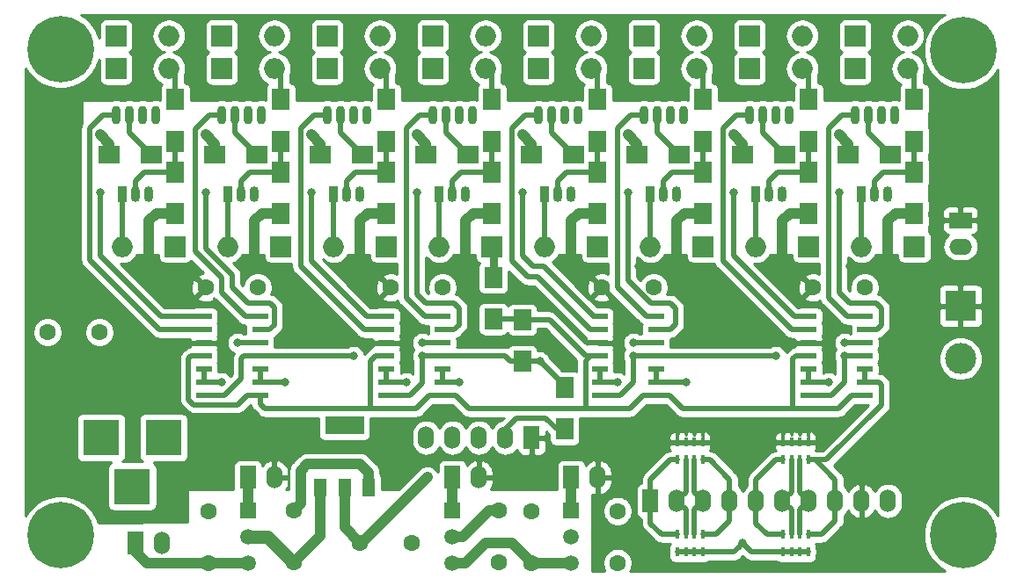
<source format=gbr>
G04 #@! TF.GenerationSoftware,KiCad,Pcbnew,5.1.2-f72e74a~84~ubuntu18.04.1*
G04 #@! TF.CreationDate,2019-04-28T16:37:14+03:00*
G04 #@! TF.ProjectId,logic-probe,6c6f6769-632d-4707-926f-62652e6b6963,rev?*
G04 #@! TF.SameCoordinates,Original*
G04 #@! TF.FileFunction,Copper,L1,Top*
G04 #@! TF.FilePolarity,Positive*
%FSLAX46Y46*%
G04 Gerber Fmt 4.6, Leading zero omitted, Abs format (unit mm)*
G04 Created by KiCad (PCBNEW 5.1.2-f72e74a~84~ubuntu18.04.1) date 2019-04-28 16:37:14*
%MOMM*%
%LPD*%
G04 APERTURE LIST*
%ADD10O,1.524000X2.199640*%
%ADD11R,1.524000X2.199640*%
%ADD12C,1.600000*%
%ADD13R,3.800000X1.800000*%
%ADD14R,1.300000X1.800000*%
%ADD15R,1.520000X1.520000*%
%ADD16C,1.520000*%
%ADD17R,0.400000X0.900000*%
%ADD18R,2.000000X2.000000*%
%ADD19O,2.000000X2.000000*%
%ADD20O,0.900000X1.500000*%
%ADD21R,0.900000X1.500000*%
%ADD22R,1.500000X0.600000*%
%ADD23R,1.700000X2.000000*%
%ADD24R,2.000000X1.700000*%
%ADD25O,0.889000X1.778000*%
%ADD26R,3.500000X3.500000*%
%ADD27O,2.199640X1.524000*%
%ADD28R,2.199640X1.524000*%
%ADD29R,2.999740X2.999740*%
%ADD30C,2.999740*%
%ADD31C,0.800000*%
%ADD32C,6.400000*%
%ADD33C,1.000000*%
%ADD34C,0.500000*%
%ADD35C,1.250000*%
%ADD36C,0.750000*%
%ADD37C,0.254000*%
G04 APERTURE END LIST*
D10*
X118745000Y-140970000D03*
X121285000Y-140970000D03*
X123825000Y-140970000D03*
X126365000Y-140970000D03*
D11*
X128905000Y-140970000D03*
D12*
X112395000Y-151130000D03*
X117395000Y-151130000D03*
D13*
X110885000Y-139748000D03*
D14*
X113185000Y-145748000D03*
X110885000Y-145748000D03*
X108585000Y-145748000D03*
D15*
X132715000Y-147955000D03*
D16*
X132715000Y-153035000D03*
X132715000Y-150495000D03*
D10*
X163195000Y-147066000D03*
X160655000Y-147066000D03*
X158115000Y-147066000D03*
X155575000Y-147066000D03*
X153035000Y-147066000D03*
X150495000Y-147066000D03*
X147955000Y-147066000D03*
X145415000Y-147066000D03*
X142875000Y-147066000D03*
D11*
X140335000Y-147066000D03*
D17*
X153905000Y-151980000D03*
X154705000Y-151980000D03*
X153105000Y-151980000D03*
X155505000Y-151980000D03*
X153105000Y-150280000D03*
X153905000Y-150280000D03*
X154705000Y-150280000D03*
X155505000Y-150280000D03*
X153905000Y-143090000D03*
X154705000Y-143090000D03*
X153105000Y-143090000D03*
X155505000Y-143090000D03*
X153105000Y-141390000D03*
X153905000Y-141390000D03*
X154705000Y-141390000D03*
X155505000Y-141390000D03*
X143745000Y-143090000D03*
X144545000Y-143090000D03*
X142945000Y-143090000D03*
X145345000Y-143090000D03*
X142945000Y-141390000D03*
X143745000Y-141390000D03*
X144545000Y-141390000D03*
X145345000Y-141390000D03*
X145345000Y-150280000D03*
X144545000Y-150280000D03*
X143745000Y-150280000D03*
X142945000Y-150280000D03*
X145345000Y-151980000D03*
X142945000Y-151980000D03*
X144545000Y-151980000D03*
X143745000Y-151980000D03*
D18*
X165735000Y-122555000D03*
D19*
X160655000Y-122555000D03*
D18*
X160020000Y-105410000D03*
D19*
X165100000Y-105410000D03*
D18*
X160020000Y-102235000D03*
D19*
X165100000Y-102235000D03*
D18*
X155575000Y-122555000D03*
D19*
X150495000Y-122555000D03*
D18*
X149860000Y-102235000D03*
D19*
X154940000Y-102235000D03*
D18*
X149860000Y-105410000D03*
D19*
X154940000Y-105410000D03*
D18*
X145415000Y-122555000D03*
D19*
X140335000Y-122555000D03*
D18*
X139700000Y-105410000D03*
D19*
X144780000Y-105410000D03*
D18*
X139700000Y-102235000D03*
D19*
X144780000Y-102235000D03*
D18*
X129540000Y-102235000D03*
D19*
X134620000Y-102235000D03*
D18*
X129540000Y-105410000D03*
D19*
X134620000Y-105410000D03*
D18*
X135255000Y-122555000D03*
D19*
X130175000Y-122555000D03*
D18*
X119380000Y-102235000D03*
D19*
X124460000Y-102235000D03*
D18*
X125095000Y-122555000D03*
D19*
X120015000Y-122555000D03*
D18*
X119380000Y-105410000D03*
D19*
X124460000Y-105410000D03*
D18*
X114935000Y-122555000D03*
D19*
X109855000Y-122555000D03*
D18*
X109220000Y-102235000D03*
D19*
X114300000Y-102235000D03*
D18*
X109220000Y-105410000D03*
D19*
X114300000Y-105410000D03*
D18*
X99060000Y-102235000D03*
D19*
X104140000Y-102235000D03*
D18*
X99060000Y-105410000D03*
D19*
X104140000Y-105410000D03*
D18*
X104775000Y-122555000D03*
D19*
X99695000Y-122555000D03*
D18*
X94615000Y-122555000D03*
D19*
X89535000Y-122555000D03*
D18*
X88900000Y-105410000D03*
D19*
X93980000Y-105410000D03*
D18*
X88900000Y-102235000D03*
D19*
X93980000Y-102235000D03*
D20*
X90805000Y-117475000D03*
X92075000Y-117475000D03*
D21*
X89535000Y-117475000D03*
D22*
X155575000Y-129286000D03*
X155575000Y-130556000D03*
X155575000Y-131826000D03*
X155575000Y-133096000D03*
X155575000Y-134366000D03*
X155575000Y-135636000D03*
X155575000Y-136906000D03*
X160975000Y-136906000D03*
X160975000Y-135636000D03*
X160975000Y-134366000D03*
X160975000Y-133096000D03*
X160975000Y-131826000D03*
X160975000Y-130556000D03*
X160975000Y-129286000D03*
X135476000Y-129286000D03*
X135476000Y-130556000D03*
X135476000Y-131826000D03*
X135476000Y-133096000D03*
X135476000Y-134366000D03*
X135476000Y-135636000D03*
X135476000Y-136906000D03*
X140876000Y-136906000D03*
X140876000Y-135636000D03*
X140876000Y-134366000D03*
X140876000Y-133096000D03*
X140876000Y-131826000D03*
X140876000Y-130556000D03*
X140876000Y-129286000D03*
D23*
X165735000Y-108395000D03*
X165735000Y-112395000D03*
X165735000Y-115380000D03*
X165735000Y-119380000D03*
D24*
X163385000Y-113665000D03*
X159385000Y-113665000D03*
D23*
X155575000Y-108395000D03*
X155575000Y-112395000D03*
X155575000Y-115380000D03*
X155575000Y-119380000D03*
D24*
X153225000Y-113665000D03*
X149225000Y-113665000D03*
D23*
X145415000Y-108395000D03*
X145415000Y-112395000D03*
X145415000Y-115380000D03*
X145415000Y-119380000D03*
D24*
X143065000Y-113665000D03*
X139065000Y-113665000D03*
D23*
X135255000Y-108395000D03*
X135255000Y-112395000D03*
X135255000Y-115380000D03*
X135255000Y-119380000D03*
D24*
X132905000Y-113665000D03*
X128905000Y-113665000D03*
D23*
X125095000Y-108395000D03*
X125095000Y-112395000D03*
X125095000Y-115380000D03*
X125095000Y-119380000D03*
D24*
X122745000Y-113665000D03*
X118745000Y-113665000D03*
D23*
X114935000Y-108395000D03*
X114935000Y-112395000D03*
X114935000Y-115380000D03*
X114935000Y-119380000D03*
D24*
X112585000Y-113665000D03*
X108585000Y-113665000D03*
D23*
X104775000Y-108395000D03*
X104775000Y-112395000D03*
X104775000Y-115380000D03*
X104775000Y-119380000D03*
D24*
X102425000Y-113665000D03*
X98425000Y-113665000D03*
D23*
X94615000Y-108395000D03*
X94615000Y-112395000D03*
X94615000Y-115380000D03*
X94615000Y-119380000D03*
D24*
X92265000Y-113665000D03*
X88265000Y-113665000D03*
D20*
X161925000Y-117475000D03*
X163195000Y-117475000D03*
D21*
X160655000Y-117475000D03*
D20*
X151765000Y-117475000D03*
X153035000Y-117475000D03*
D21*
X150495000Y-117475000D03*
D20*
X141605000Y-117475000D03*
X142875000Y-117475000D03*
D21*
X140335000Y-117475000D03*
D25*
X163830000Y-109855000D03*
X162560000Y-109855000D03*
X161290000Y-109855000D03*
X160020000Y-109855000D03*
X153670000Y-109855000D03*
X152400000Y-109855000D03*
X151130000Y-109855000D03*
X149860000Y-109855000D03*
X143510000Y-109855000D03*
X142240000Y-109855000D03*
X140970000Y-109855000D03*
X139700000Y-109855000D03*
X92710000Y-109855000D03*
X91440000Y-109855000D03*
X90170000Y-109855000D03*
X88900000Y-109855000D03*
D10*
X93345000Y-151130000D03*
D11*
X90805000Y-151130000D03*
D12*
X155956000Y-126492000D03*
X160956000Y-126492000D03*
X135636000Y-126492000D03*
X140636000Y-126492000D03*
X82296000Y-130810000D03*
X87296000Y-130810000D03*
X97790000Y-148035000D03*
X97790000Y-153035000D03*
X128905000Y-153035000D03*
X128905000Y-148035000D03*
X106045000Y-152955000D03*
X106045000Y-147955000D03*
X125730000Y-152955000D03*
X125730000Y-147955000D03*
X137160000Y-148035000D03*
X137160000Y-153035000D03*
X102536000Y-126492000D03*
X97536000Y-126492000D03*
X120316000Y-126492000D03*
X115316000Y-126492000D03*
D26*
X90472000Y-145670000D03*
X87472000Y-140970000D03*
X93472000Y-140970000D03*
D27*
X170180000Y-122555000D03*
D28*
X170180000Y-120015000D03*
D29*
X170180000Y-128270000D03*
D30*
X170180000Y-133350000D03*
D11*
X101600000Y-144780000D03*
D10*
X104140000Y-144780000D03*
X123825000Y-144780000D03*
D11*
X121285000Y-144780000D03*
X132715000Y-144780000D03*
D10*
X135255000Y-144780000D03*
D25*
X102870000Y-109855000D03*
X101600000Y-109855000D03*
X100330000Y-109855000D03*
X99060000Y-109855000D03*
X109220000Y-109855000D03*
X110490000Y-109855000D03*
X111760000Y-109855000D03*
X113030000Y-109855000D03*
X119380000Y-109855000D03*
X120650000Y-109855000D03*
X121920000Y-109855000D03*
X123190000Y-109855000D03*
X133350000Y-109855000D03*
X132080000Y-109855000D03*
X130810000Y-109855000D03*
X129540000Y-109855000D03*
D20*
X100965000Y-117475000D03*
X102235000Y-117475000D03*
D21*
X99695000Y-117475000D03*
X109855000Y-117475000D03*
D20*
X112395000Y-117475000D03*
X111125000Y-117475000D03*
D21*
X120015000Y-117475000D03*
D20*
X122555000Y-117475000D03*
X121285000Y-117475000D03*
X131445000Y-117475000D03*
X132715000Y-117475000D03*
D21*
X130175000Y-117475000D03*
D23*
X132080000Y-140144000D03*
X132080000Y-136144000D03*
X128016000Y-129604000D03*
X128016000Y-133604000D03*
X125222000Y-125540000D03*
X125222000Y-129540000D03*
D15*
X101600000Y-147955000D03*
D16*
X101600000Y-153035000D03*
X101600000Y-150495000D03*
X121285000Y-150495000D03*
X121285000Y-153035000D03*
D15*
X121285000Y-147955000D03*
D22*
X102776000Y-129286000D03*
X102776000Y-130556000D03*
X102776000Y-131826000D03*
X102776000Y-133096000D03*
X102776000Y-134366000D03*
X102776000Y-135636000D03*
X102776000Y-136906000D03*
X97376000Y-136906000D03*
X97376000Y-135636000D03*
X97376000Y-134366000D03*
X97376000Y-133096000D03*
X97376000Y-131826000D03*
X97376000Y-130556000D03*
X97376000Y-129286000D03*
X114935000Y-129286000D03*
X114935000Y-130556000D03*
X114935000Y-131826000D03*
X114935000Y-133096000D03*
X114935000Y-134366000D03*
X114935000Y-135636000D03*
X114935000Y-136906000D03*
X120335000Y-136906000D03*
X120335000Y-135636000D03*
X120335000Y-134366000D03*
X120335000Y-133096000D03*
X120335000Y-131826000D03*
X120335000Y-130556000D03*
X120335000Y-129286000D03*
D31*
X85263056Y-101807944D03*
X83566000Y-101105000D03*
X81868944Y-101807944D03*
X81166000Y-103505000D03*
X81868944Y-105202056D03*
X83566000Y-105905000D03*
X85263056Y-105202056D03*
X85966000Y-103505000D03*
D32*
X83566000Y-103505000D03*
D31*
X85263056Y-148670944D03*
X83566000Y-147968000D03*
X81868944Y-148670944D03*
X81166000Y-150368000D03*
X81868944Y-152065056D03*
X83566000Y-152768000D03*
X85263056Y-152065056D03*
X85966000Y-150368000D03*
D32*
X83566000Y-150368000D03*
X170434000Y-103632000D03*
D31*
X172834000Y-103632000D03*
X172131056Y-105329056D03*
X170434000Y-106032000D03*
X168736944Y-105329056D03*
X168034000Y-103632000D03*
X168736944Y-101934944D03*
X170434000Y-101232000D03*
X172131056Y-101934944D03*
D32*
X170434000Y-150368000D03*
D31*
X172834000Y-150368000D03*
X172131056Y-152065056D03*
X170434000Y-152768000D03*
X168736944Y-152065056D03*
X168034000Y-150368000D03*
X168736944Y-148670944D03*
X170434000Y-147968000D03*
X172131056Y-148670944D03*
X149225000Y-151130000D03*
X159004000Y-131826000D03*
X138684000Y-131826000D03*
X118364000Y-131826000D03*
X100584000Y-131826000D03*
X97536000Y-111760000D03*
X97536000Y-107696000D03*
X107696000Y-111760000D03*
X107696000Y-107696000D03*
X117856000Y-111760000D03*
X117856000Y-107696000D03*
X128016000Y-111760000D03*
X128016000Y-107696000D03*
X138176000Y-111760000D03*
X138176000Y-107696000D03*
X148336000Y-111760000D03*
X148336000Y-107696000D03*
X158496000Y-111760000D03*
X158496000Y-107696000D03*
X101092000Y-124460000D03*
X119380000Y-124460000D03*
X139192000Y-124460000D03*
X159512000Y-124460000D03*
X87376000Y-111760000D03*
X87376000Y-107696000D03*
X157480000Y-135636000D03*
X143764008Y-135636000D03*
X137160000Y-135636000D03*
X121920000Y-135636000D03*
X116840000Y-135636000D03*
X105156000Y-135636000D03*
X99060000Y-135636000D03*
X111760000Y-133096000D03*
X152400000Y-133096000D03*
X159004000Y-133096000D03*
X118364000Y-133116500D03*
X129690000Y-133604000D03*
X138684000Y-133096000D03*
X87376000Y-117348000D03*
X97536000Y-117348000D03*
X107696000Y-117348000D03*
X117856000Y-117348000D03*
X128016000Y-117348000D03*
X138176000Y-117348000D03*
X148336000Y-117348000D03*
X158496000Y-117348000D03*
X118872000Y-144780000D03*
D33*
X97790000Y-153035000D02*
X101600000Y-153035000D01*
X128905000Y-153035000D02*
X132715000Y-153035000D01*
X91906090Y-153035000D02*
X97790000Y-153035000D01*
X90805000Y-151933910D02*
X91906090Y-153035000D01*
X128105001Y-152235001D02*
X128905000Y-153035000D01*
X127000000Y-151130000D02*
X128105001Y-152235001D01*
X124460000Y-151130000D02*
X127000000Y-151130000D01*
X121285000Y-153035000D02*
X122555000Y-153035000D01*
X122555000Y-153035000D02*
X124460000Y-151130000D01*
D34*
X145245000Y-151980000D02*
X145288000Y-152023000D01*
X150075000Y-151980000D02*
X149225000Y-151130000D01*
X143745000Y-151980000D02*
X144545000Y-151980000D01*
X144545000Y-151980000D02*
X145245000Y-151980000D01*
X153905000Y-151980000D02*
X154705000Y-151980000D01*
X142945000Y-151980000D02*
X143745000Y-151980000D01*
X153105000Y-151980000D02*
X153905000Y-151980000D01*
X153105000Y-151980000D02*
X150075000Y-151980000D01*
X148375000Y-151980000D02*
X148825001Y-151529999D01*
X148825001Y-151529999D02*
X149225000Y-151130000D01*
X145345000Y-151980000D02*
X148375000Y-151980000D01*
X154705000Y-151980000D02*
X155505000Y-151980000D01*
X160975000Y-131826000D02*
X159004000Y-131826000D01*
X140876000Y-131826000D02*
X138684000Y-131826000D01*
X120335000Y-131826000D02*
X118364000Y-131826000D01*
X102776000Y-131826000D02*
X100584000Y-131826000D01*
D35*
X103505000Y-150495000D02*
X101600000Y-150495000D01*
X106045000Y-152955000D02*
X105965000Y-152955000D01*
X105965000Y-152955000D02*
X103505000Y-150495000D01*
D33*
X124777500Y-147955000D02*
X125730000Y-147955000D01*
X121285000Y-150495000D02*
X122237500Y-150495000D01*
X122237500Y-150495000D02*
X124777500Y-147955000D01*
X108585000Y-150415000D02*
X106045000Y-152955000D01*
X108585000Y-145748000D02*
X108585000Y-150415000D01*
D36*
X125222000Y-122682000D02*
X125095000Y-122555000D01*
X125222000Y-125540000D02*
X125222000Y-122682000D01*
D33*
X101600000Y-144780000D02*
X101600000Y-147955000D01*
X112395000Y-143510000D02*
X113185000Y-144300000D01*
X107315000Y-143510000D02*
X112395000Y-143510000D01*
X106680000Y-144145000D02*
X107315000Y-143510000D01*
X113185000Y-144300000D02*
X113185000Y-145748000D01*
X106045000Y-147955000D02*
X106680000Y-147320000D01*
X106680000Y-147320000D02*
X106680000Y-144145000D01*
X121285000Y-147955000D02*
X121285000Y-144780000D01*
X132715000Y-147955000D02*
X132715000Y-144780000D01*
X98425000Y-113665000D02*
X98425000Y-112649000D01*
X98425000Y-112649000D02*
X97536000Y-111760000D01*
X108585000Y-113665000D02*
X108585000Y-112649000D01*
X108585000Y-112649000D02*
X107696000Y-111760000D01*
X118745000Y-113665000D02*
X118745000Y-112649000D01*
X118745000Y-112649000D02*
X117856000Y-111760000D01*
X128905000Y-113665000D02*
X128905000Y-112649000D01*
X128905000Y-112649000D02*
X128016000Y-111760000D01*
X139065000Y-113665000D02*
X139065000Y-112649000D01*
X139065000Y-112649000D02*
X138176000Y-111760000D01*
X149225000Y-113665000D02*
X149225000Y-112649000D01*
X149225000Y-112649000D02*
X148336000Y-111760000D01*
X159385000Y-113665000D02*
X159385000Y-112649000D01*
X159385000Y-112649000D02*
X158496000Y-111760000D01*
D34*
X134226000Y-131826000D02*
X129908000Y-127508000D01*
X135476000Y-131826000D02*
X134226000Y-131826000D01*
X129908000Y-127508000D02*
X129032000Y-127508000D01*
D33*
X88265000Y-113665000D02*
X88265000Y-112649000D01*
X88265000Y-112649000D02*
X87376000Y-111760000D01*
X92765000Y-119380000D02*
X92075000Y-120070000D01*
X94615000Y-119380000D02*
X92765000Y-119380000D01*
X92075000Y-120070000D02*
X92075000Y-123825000D01*
X102925000Y-119380000D02*
X102235000Y-120070000D01*
X104775000Y-119380000D02*
X102925000Y-119380000D01*
X102235000Y-120070000D02*
X102235000Y-123825000D01*
X113085000Y-119380000D02*
X112395000Y-120070000D01*
X114935000Y-119380000D02*
X113085000Y-119380000D01*
X112395000Y-120070000D02*
X112395000Y-123825000D01*
X123245000Y-119380000D02*
X122555000Y-120070000D01*
X125095000Y-119380000D02*
X123245000Y-119380000D01*
X122555000Y-120070000D02*
X122555000Y-123825000D01*
X133405000Y-119380000D02*
X132715000Y-120070000D01*
X135255000Y-119380000D02*
X133405000Y-119380000D01*
X132715000Y-120070000D02*
X132715000Y-123825000D01*
X143565000Y-119380000D02*
X142875000Y-120070000D01*
X145415000Y-119380000D02*
X143565000Y-119380000D01*
X142875000Y-120070000D02*
X142875000Y-123825000D01*
X153725000Y-119380000D02*
X153035000Y-120070000D01*
X155575000Y-119380000D02*
X153725000Y-119380000D01*
X153035000Y-120070000D02*
X153035000Y-123825000D01*
X163885000Y-119380000D02*
X163195000Y-120070000D01*
X165735000Y-119380000D02*
X163885000Y-119380000D01*
X163195000Y-120070000D02*
X163195000Y-123825000D01*
D34*
X100330000Y-111570000D02*
X102425000Y-113665000D01*
X100330000Y-109855000D02*
X100330000Y-111570000D01*
X110490000Y-111570000D02*
X112585000Y-113665000D01*
X110490000Y-109855000D02*
X110490000Y-111570000D01*
X120650000Y-111570000D02*
X122745000Y-113665000D01*
X120650000Y-109855000D02*
X120650000Y-111570000D01*
X130810000Y-111570000D02*
X132905000Y-113665000D01*
X130810000Y-109855000D02*
X130810000Y-111570000D01*
X104775000Y-115380000D02*
X104775000Y-112395000D01*
X103425000Y-115380000D02*
X104775000Y-115380000D01*
X101810000Y-115380000D02*
X103425000Y-115380000D01*
X100965000Y-116225000D02*
X101810000Y-115380000D01*
X100965000Y-117475000D02*
X100965000Y-116225000D01*
X114935000Y-115380000D02*
X114935000Y-112395000D01*
X113585000Y-115380000D02*
X114935000Y-115380000D01*
X111970000Y-115380000D02*
X113585000Y-115380000D01*
X111125000Y-116225000D02*
X111970000Y-115380000D01*
X111125000Y-117475000D02*
X111125000Y-116225000D01*
X125095000Y-115380000D02*
X125095000Y-112395000D01*
X123745000Y-115380000D02*
X125095000Y-115380000D01*
X122130000Y-115380000D02*
X123745000Y-115380000D01*
X121285000Y-116225000D02*
X122130000Y-115380000D01*
X121285000Y-117475000D02*
X121285000Y-116225000D01*
X135255000Y-115380000D02*
X135255000Y-112395000D01*
X133905000Y-115380000D02*
X135255000Y-115380000D01*
X132290000Y-115380000D02*
X133905000Y-115380000D01*
X131445000Y-116225000D02*
X132290000Y-115380000D01*
X131445000Y-117475000D02*
X131445000Y-116225000D01*
X94615000Y-106045000D02*
X93980000Y-105410000D01*
X94615000Y-108395000D02*
X94615000Y-106045000D01*
X89535000Y-122555000D02*
X89535000Y-117475000D01*
X104775000Y-106045000D02*
X104140000Y-105410000D01*
X104775000Y-108395000D02*
X104775000Y-106045000D01*
X99695000Y-122555000D02*
X99695000Y-117475000D01*
X114935000Y-106045000D02*
X114300000Y-105410000D01*
X114935000Y-108395000D02*
X114935000Y-106045000D01*
X109855000Y-122555000D02*
X109855000Y-117475000D01*
X125095000Y-106045000D02*
X124460000Y-105410000D01*
X125095000Y-108395000D02*
X125095000Y-106045000D01*
X120015000Y-122555000D02*
X120015000Y-117475000D01*
X135255000Y-106045000D02*
X134620000Y-105410000D01*
X135255000Y-108395000D02*
X135255000Y-106045000D01*
X130175000Y-122555000D02*
X130175000Y-117475000D01*
X145415000Y-106045000D02*
X144780000Y-105410000D01*
X145415000Y-108395000D02*
X145415000Y-106045000D01*
X140335000Y-122555000D02*
X140335000Y-117475000D01*
X155575000Y-106045000D02*
X154940000Y-105410000D01*
X155575000Y-108395000D02*
X155575000Y-106045000D01*
X150495000Y-121140787D02*
X150495000Y-117475000D01*
X150495000Y-122555000D02*
X150495000Y-121140787D01*
X165735000Y-106045000D02*
X165100000Y-105410000D01*
X165735000Y-108395000D02*
X165735000Y-106045000D01*
X160655000Y-122555000D02*
X160655000Y-117475000D01*
X160975000Y-135636000D02*
X160975000Y-134366000D01*
X158115000Y-145000000D02*
X158115000Y-145466180D01*
X155505000Y-150280000D02*
X156806000Y-150280000D01*
X156205000Y-143090000D02*
X158115000Y-145000000D01*
X158115000Y-145466180D02*
X158115000Y-147066000D01*
X156806000Y-150280000D02*
X158115000Y-148971000D01*
X158115000Y-148971000D02*
X158115000Y-147066000D01*
X155790000Y-143090000D02*
X155505000Y-143090000D01*
X156205000Y-143090000D02*
X155790000Y-143090000D01*
X157275501Y-143090000D02*
X155790000Y-143090000D01*
X162560000Y-137805501D02*
X157275501Y-143090000D01*
X162560000Y-135890000D02*
X162560000Y-137805501D01*
X160975000Y-135636000D02*
X162306000Y-135636000D01*
X162306000Y-135636000D02*
X162560000Y-135890000D01*
X155575000Y-135636000D02*
X155575000Y-134366000D01*
X154705000Y-146196000D02*
X154705000Y-143090000D01*
X154705000Y-150280000D02*
X154705000Y-147936000D01*
X155575000Y-147066000D02*
X154705000Y-146196000D01*
X154705000Y-147936000D02*
X155575000Y-147066000D01*
X157480000Y-135636000D02*
X155575000Y-135636000D01*
X140876000Y-135636000D02*
X140876000Y-134366000D01*
X153035000Y-147066000D02*
X153905000Y-146196000D01*
X153905000Y-146196000D02*
X153905000Y-143090000D01*
X153905000Y-147936000D02*
X153035000Y-147066000D01*
X153905000Y-150280000D02*
X153905000Y-147936000D01*
X140876000Y-135636000D02*
X143764008Y-135636000D01*
X135476000Y-135636000D02*
X135476000Y-134366000D01*
X150495000Y-145000000D02*
X150495000Y-145466180D01*
X153105000Y-143090000D02*
X152405000Y-143090000D01*
X153105000Y-150280000D02*
X151550000Y-150280000D01*
X152405000Y-143090000D02*
X150495000Y-145000000D01*
X150495000Y-149225000D02*
X150495000Y-147066000D01*
X151550000Y-150280000D02*
X150495000Y-149225000D01*
X150495000Y-145466180D02*
X150495000Y-147066000D01*
X137160000Y-135636000D02*
X135476000Y-135636000D01*
X120335000Y-135636000D02*
X120335000Y-134366000D01*
X146045000Y-143090000D02*
X147955000Y-145000000D01*
X147955000Y-148971000D02*
X147955000Y-147066000D01*
X147955000Y-145466180D02*
X147955000Y-147066000D01*
X146646000Y-150280000D02*
X147955000Y-148971000D01*
X147955000Y-145000000D02*
X147955000Y-145466180D01*
X145345000Y-143090000D02*
X146045000Y-143090000D01*
X145345000Y-150280000D02*
X146646000Y-150280000D01*
X121920000Y-135636000D02*
X120335000Y-135636000D01*
X114935000Y-135636000D02*
X114935000Y-134366000D01*
X144545000Y-147936000D02*
X145415000Y-147066000D01*
X144545000Y-143090000D02*
X144545000Y-146196000D01*
X144545000Y-146196000D02*
X145415000Y-147066000D01*
X144545000Y-150280000D02*
X144545000Y-147936000D01*
X116840000Y-135636000D02*
X114935000Y-135636000D01*
X102776000Y-135636000D02*
X102776000Y-134366000D01*
X143745000Y-150280000D02*
X143745000Y-147936000D01*
X143745000Y-143090000D02*
X143745000Y-146196000D01*
X143745000Y-146196000D02*
X142875000Y-147066000D01*
X143745000Y-147936000D02*
X142875000Y-147066000D01*
X105156000Y-135636000D02*
X102776000Y-135636000D01*
X97376000Y-135636000D02*
X97376000Y-134366000D01*
X142245000Y-143090000D02*
X140335000Y-145000000D01*
X140335000Y-145466180D02*
X140335000Y-147066000D01*
X142945000Y-143090000D02*
X142245000Y-143090000D01*
X140335000Y-145000000D02*
X140335000Y-145466180D01*
X141390000Y-150280000D02*
X140335000Y-149225000D01*
X142945000Y-150280000D02*
X141390000Y-150280000D01*
X140335000Y-149225000D02*
X140335000Y-147066000D01*
X99060000Y-135636000D02*
X97376000Y-135636000D01*
X90170000Y-111570000D02*
X92265000Y-113665000D01*
X90170000Y-109855000D02*
X90170000Y-111570000D01*
X140970000Y-111570000D02*
X143065000Y-113665000D01*
X140970000Y-109855000D02*
X140970000Y-111570000D01*
X151130000Y-111570000D02*
X153225000Y-113665000D01*
X151130000Y-109855000D02*
X151130000Y-111570000D01*
X161290000Y-111570000D02*
X163385000Y-113665000D01*
X161290000Y-109855000D02*
X161290000Y-111570000D01*
X94615000Y-115380000D02*
X94615000Y-112395000D01*
X93265000Y-115380000D02*
X94615000Y-115380000D01*
X91650000Y-115380000D02*
X93265000Y-115380000D01*
X90805000Y-116225000D02*
X91650000Y-115380000D01*
X90805000Y-117475000D02*
X90805000Y-116225000D01*
X145415000Y-115380000D02*
X145415000Y-112395000D01*
X142450000Y-115380000D02*
X144065000Y-115380000D01*
X144065000Y-115380000D02*
X145415000Y-115380000D01*
X141605000Y-116225000D02*
X142450000Y-115380000D01*
X141605000Y-117475000D02*
X141605000Y-116225000D01*
X155575000Y-115380000D02*
X155575000Y-112395000D01*
X154225000Y-115380000D02*
X155575000Y-115380000D01*
X152610000Y-115380000D02*
X154225000Y-115380000D01*
X151765000Y-116225000D02*
X152610000Y-115380000D01*
X151765000Y-117475000D02*
X151765000Y-116225000D01*
X165735000Y-115380000D02*
X165735000Y-112395000D01*
X162770000Y-115380000D02*
X164385000Y-115380000D01*
X161925000Y-116225000D02*
X162770000Y-115380000D01*
X164385000Y-115380000D02*
X165735000Y-115380000D01*
X161925000Y-117475000D02*
X161925000Y-116225000D01*
X101201000Y-133096000D02*
X102776000Y-133096000D01*
X100965000Y-135255000D02*
X100965000Y-133332000D01*
X100965000Y-133332000D02*
X101201000Y-133096000D01*
X97376000Y-136906000D02*
X99314000Y-136906000D01*
X99314000Y-136906000D02*
X100965000Y-135255000D01*
X102776000Y-133096000D02*
X111760000Y-133096000D01*
X140876000Y-133096000D02*
X152400000Y-133096000D01*
X155575000Y-136906000D02*
X157734000Y-136906000D01*
X159004000Y-135636000D02*
X159004000Y-133661685D01*
X157734000Y-136906000D02*
X159004000Y-135636000D01*
X159004000Y-133661685D02*
X159004000Y-133096000D01*
X160975000Y-133096000D02*
X159004000Y-133096000D01*
X135476000Y-136906000D02*
X137414000Y-136906000D01*
X140876000Y-133096000D02*
X138684000Y-133096000D01*
X137414000Y-136906000D02*
X138684000Y-135636000D01*
X138684000Y-133661685D02*
X138684000Y-133096000D01*
X138684000Y-135636000D02*
X138684000Y-133661685D01*
X120335000Y-133096000D02*
X118384500Y-133096000D01*
X118384500Y-133096000D02*
X118364000Y-133116500D01*
X114935000Y-136906000D02*
X117157500Y-136906000D01*
X117157500Y-136906000D02*
X118364000Y-135699500D01*
X118364000Y-135699500D02*
X118364000Y-133682185D01*
X118364000Y-133682185D02*
X118364000Y-133116500D01*
X126365000Y-133096000D02*
X120335000Y-133096000D01*
X128016000Y-133604000D02*
X126873000Y-133604000D01*
X126873000Y-133604000D02*
X126365000Y-133096000D01*
X132080000Y-135994000D02*
X132080000Y-136144000D01*
X129690000Y-133604000D02*
X132080000Y-135994000D01*
X128016000Y-133604000D02*
X129690000Y-133604000D01*
X102776000Y-137706000D02*
X103246000Y-138176000D01*
X102776000Y-136906000D02*
X102776000Y-137706000D01*
X119085000Y-136906000D02*
X120335000Y-136906000D01*
X117815000Y-138176000D02*
X119085000Y-136906000D01*
X121585000Y-136906000D02*
X122855000Y-138176000D01*
X120335000Y-136906000D02*
X121585000Y-136906000D01*
X139626000Y-136906000D02*
X140876000Y-136906000D01*
X138356000Y-138176000D02*
X139626000Y-136906000D01*
X159725000Y-136906000D02*
X158455000Y-138176000D01*
X160975000Y-136906000D02*
X159725000Y-136906000D01*
X142126000Y-136906000D02*
X140876000Y-136906000D01*
X143396000Y-138176000D02*
X142126000Y-136906000D01*
X103246000Y-138176000D02*
X113411000Y-138176000D01*
X113411000Y-138176000D02*
X117815000Y-138176000D01*
X134239000Y-138176000D02*
X138356000Y-138176000D01*
X113411000Y-133569500D02*
X113411000Y-138176000D01*
X114935000Y-133096000D02*
X113884500Y-133096000D01*
X113884500Y-133096000D02*
X113411000Y-133569500D01*
X101526000Y-136906000D02*
X102776000Y-136906000D01*
X96139000Y-133096000D02*
X95885000Y-133350000D01*
X97376000Y-133096000D02*
X96139000Y-133096000D01*
X100637000Y-137795000D02*
X101526000Y-136906000D01*
X95885000Y-137275002D02*
X96404998Y-137795000D01*
X95885000Y-133350000D02*
X95885000Y-137275002D01*
X96404998Y-137795000D02*
X100637000Y-137795000D01*
X154051000Y-133370000D02*
X154051000Y-138176000D01*
X154325000Y-133096000D02*
X154051000Y-133370000D01*
X155575000Y-133096000D02*
X154325000Y-133096000D01*
X158455000Y-138176000D02*
X154051000Y-138176000D01*
X154051000Y-138176000D02*
X149860000Y-138176000D01*
X149860000Y-138176000D02*
X143396000Y-138176000D01*
X132080000Y-138176000D02*
X134239000Y-138176000D01*
X122855000Y-138176000D02*
X132080000Y-138176000D01*
X127952000Y-129540000D02*
X128016000Y-129604000D01*
X125222000Y-129540000D02*
X127952000Y-129540000D01*
X134112000Y-133096000D02*
X135476000Y-133096000D01*
X128016000Y-129604000D02*
X130620000Y-129604000D01*
X130620000Y-129604000D02*
X134112000Y-133096000D01*
X134112000Y-133553000D02*
X134112000Y-138049000D01*
X134112000Y-138049000D02*
X134239000Y-138176000D01*
X135476000Y-133096000D02*
X134569000Y-133096000D01*
X134569000Y-133096000D02*
X134112000Y-133553000D01*
X97376000Y-129286000D02*
X93218000Y-129286000D01*
X93218000Y-129286000D02*
X87376000Y-123444000D01*
X87376000Y-123444000D02*
X87376000Y-117348000D01*
X87630000Y-109855000D02*
X88900000Y-109855000D01*
X86360000Y-111125000D02*
X87630000Y-109855000D01*
X86360000Y-123839251D02*
X86360000Y-111125000D01*
X97376000Y-130556000D02*
X93076749Y-130556000D01*
X93076749Y-130556000D02*
X86360000Y-123839251D01*
X97536000Y-122740519D02*
X97536000Y-117348000D01*
X100076000Y-125280519D02*
X97536000Y-122740519D01*
X103683000Y-130556000D02*
X104140000Y-130099000D01*
X102776000Y-130556000D02*
X103683000Y-130556000D01*
X104140000Y-130099000D02*
X104140000Y-128402999D01*
X100076000Y-126492000D02*
X100076000Y-125280519D01*
X104140000Y-128402999D02*
X103753001Y-128016000D01*
X103753001Y-128016000D02*
X101600000Y-128016000D01*
X101600000Y-128016000D02*
X100076000Y-126492000D01*
X98115500Y-109855000D02*
X99060000Y-109855000D01*
X97917000Y-109855000D02*
X98115500Y-109855000D01*
X101346000Y-129286000D02*
X99060000Y-127000000D01*
X102776000Y-129286000D02*
X101346000Y-129286000D01*
X99060000Y-125567000D02*
X96520000Y-123027000D01*
X99060000Y-127000000D02*
X99060000Y-125567000D01*
X96520000Y-123027000D02*
X96520000Y-111252000D01*
X96520000Y-111252000D02*
X97917000Y-109855000D01*
X107696000Y-123952000D02*
X107696000Y-117348000D01*
X114935000Y-129286000D02*
X113030000Y-129286000D01*
X113030000Y-129286000D02*
X107696000Y-123952000D01*
X106680000Y-111125000D02*
X107950000Y-109855000D01*
X106680000Y-124460000D02*
X106680000Y-111125000D01*
X114935000Y-130556000D02*
X112776000Y-130556000D01*
X107950000Y-109855000D02*
X109220000Y-109855000D01*
X112776000Y-130556000D02*
X106680000Y-124460000D01*
X117856000Y-127167000D02*
X117856000Y-117348000D01*
X121445001Y-130556000D02*
X121920000Y-130081001D01*
X120335000Y-130556000D02*
X121445001Y-130556000D01*
X121920000Y-130081001D02*
X121920000Y-128513499D01*
X121920000Y-128513499D02*
X121422501Y-128016000D01*
X118705000Y-128016000D02*
X117856000Y-127167000D01*
X121422501Y-128016000D02*
X118705000Y-128016000D01*
X118110000Y-109855000D02*
X119380000Y-109855000D01*
X116840000Y-111125000D02*
X118110000Y-109855000D01*
X120335000Y-129286000D02*
X118618000Y-129286000D01*
X116840000Y-127508000D02*
X116840000Y-111125000D01*
X118618000Y-129286000D02*
X116840000Y-127508000D01*
X128016000Y-123444000D02*
X128016000Y-117348000D01*
X129032000Y-124460000D02*
X128016000Y-123444000D01*
X130048000Y-124460000D02*
X129032000Y-124460000D01*
X135476000Y-129286000D02*
X134874000Y-129286000D01*
X134874000Y-129286000D02*
X130048000Y-124460000D01*
X128270000Y-109855000D02*
X129540000Y-109855000D01*
X134569000Y-130556000D02*
X129489000Y-125476000D01*
X129489000Y-125476000D02*
X128524000Y-125476000D01*
X128524000Y-125476000D02*
X127000000Y-123952000D01*
X127000000Y-123952000D02*
X127000000Y-111125000D01*
X135476000Y-130556000D02*
X134569000Y-130556000D01*
X127000000Y-111125000D02*
X128270000Y-109855000D01*
X142240000Y-130556000D02*
X142748000Y-130048000D01*
X142748000Y-130048000D02*
X142748000Y-128524000D01*
X142748000Y-128524000D02*
X142240000Y-128016000D01*
X141036000Y-130556000D02*
X142240000Y-130556000D01*
X142240000Y-128016000D02*
X140356001Y-128016000D01*
X138176000Y-125835999D02*
X138176000Y-117348000D01*
X140356001Y-128016000D02*
X138176000Y-125835999D01*
X138430000Y-109855000D02*
X139700000Y-109855000D01*
X137160000Y-111125000D02*
X138430000Y-109855000D01*
X137160000Y-126492000D02*
X137160000Y-111125000D01*
X140876000Y-129286000D02*
X139954000Y-129286000D01*
X139954000Y-129286000D02*
X137160000Y-126492000D01*
X148336000Y-117913685D02*
X148336000Y-117348000D01*
X148336000Y-123444000D02*
X148336000Y-117913685D01*
X155575000Y-129286000D02*
X154178000Y-129286000D01*
X154178000Y-129286000D02*
X148336000Y-123444000D01*
X147320000Y-123952000D02*
X153924000Y-130556000D01*
X153924000Y-130556000D02*
X155575000Y-130556000D01*
X147320000Y-111125000D02*
X147320000Y-123952000D01*
X149860000Y-109855000D02*
X148590000Y-109855000D01*
X148590000Y-109855000D02*
X147320000Y-111125000D01*
X158496000Y-127000000D02*
X158496000Y-117348000D01*
X162149250Y-130556000D02*
X162560000Y-130145250D01*
X160975000Y-130556000D02*
X162149250Y-130556000D01*
X162560000Y-130145250D02*
X162560000Y-128524000D01*
X162560000Y-128524000D02*
X162052000Y-128016000D01*
X162052000Y-128016000D02*
X159512000Y-128016000D01*
X159512000Y-128016000D02*
X158496000Y-127000000D01*
X159258000Y-129286000D02*
X160975000Y-129286000D01*
X157480000Y-127508000D02*
X159258000Y-129286000D01*
X157480000Y-111125000D02*
X157480000Y-127508000D01*
X160020000Y-109855000D02*
X158750000Y-109855000D01*
X158750000Y-109855000D02*
X157480000Y-111125000D01*
D33*
X110885000Y-149620000D02*
X112395000Y-151130000D01*
X110885000Y-145748000D02*
X110885000Y-149620000D01*
X112395000Y-151130000D02*
X112522000Y-151130000D01*
X112522000Y-151130000D02*
X118872000Y-144780000D01*
D34*
X130230500Y-139065000D02*
X131309500Y-140144000D01*
X131309500Y-140144000D02*
X132080000Y-140144000D01*
X127466090Y-139065000D02*
X130230500Y-139065000D01*
X126365000Y-140970000D02*
X126365000Y-140166090D01*
X126365000Y-140166090D02*
X127466090Y-139065000D01*
D37*
G36*
X168617446Y-100233467D02*
G01*
X167989330Y-100653161D01*
X167455161Y-101187330D01*
X167035467Y-101815446D01*
X166746377Y-102513372D01*
X166599000Y-103254285D01*
X166599000Y-104009715D01*
X166746377Y-104750628D01*
X167035467Y-105448554D01*
X167455161Y-106076670D01*
X167989330Y-106610839D01*
X168617446Y-107030533D01*
X169315372Y-107319623D01*
X170056285Y-107467000D01*
X170811715Y-107467000D01*
X171552628Y-107319623D01*
X172250554Y-107030533D01*
X172878670Y-106610839D01*
X173412839Y-106076670D01*
X173790000Y-105512209D01*
X173790001Y-148487792D01*
X173412839Y-147923330D01*
X172878670Y-147389161D01*
X172250554Y-146969467D01*
X171552628Y-146680377D01*
X170811715Y-146533000D01*
X170056285Y-146533000D01*
X169315372Y-146680377D01*
X168617446Y-146969467D01*
X167989330Y-147389161D01*
X167455161Y-147923330D01*
X167035467Y-148551446D01*
X166746377Y-149249372D01*
X166599000Y-149990285D01*
X166599000Y-150745715D01*
X166746377Y-151486628D01*
X167035467Y-152184554D01*
X167455161Y-152812670D01*
X167989330Y-153346839D01*
X168617446Y-153766533D01*
X168674100Y-153790000D01*
X138381384Y-153790000D01*
X138431680Y-153714727D01*
X138539853Y-153453574D01*
X138595000Y-153176335D01*
X138595000Y-152893665D01*
X138539853Y-152616426D01*
X138431680Y-152355273D01*
X138274637Y-152120241D01*
X138074759Y-151920363D01*
X137839727Y-151763320D01*
X137578574Y-151655147D01*
X137301335Y-151600000D01*
X137018665Y-151600000D01*
X136741426Y-151655147D01*
X136480273Y-151763320D01*
X136245241Y-151920363D01*
X136045363Y-152120241D01*
X135888320Y-152355273D01*
X135780147Y-152616426D01*
X135725000Y-152893665D01*
X135725000Y-153176335D01*
X135780147Y-153453574D01*
X135888320Y-153714727D01*
X135938616Y-153790000D01*
X134747000Y-153790000D01*
X134747000Y-147893665D01*
X135725000Y-147893665D01*
X135725000Y-148176335D01*
X135780147Y-148453574D01*
X135888320Y-148714727D01*
X136045363Y-148949759D01*
X136245241Y-149149637D01*
X136480273Y-149306680D01*
X136741426Y-149414853D01*
X137018665Y-149470000D01*
X137301335Y-149470000D01*
X137578574Y-149414853D01*
X137839727Y-149306680D01*
X138074759Y-149149637D01*
X138274637Y-148949759D01*
X138431680Y-148714727D01*
X138539853Y-148453574D01*
X138595000Y-148176335D01*
X138595000Y-147893665D01*
X138539853Y-147616426D01*
X138431680Y-147355273D01*
X138274637Y-147120241D01*
X138074759Y-146920363D01*
X137839727Y-146763320D01*
X137578574Y-146655147D01*
X137301335Y-146600000D01*
X137018665Y-146600000D01*
X136741426Y-146655147D01*
X136480273Y-146763320D01*
X136245241Y-146920363D01*
X136045363Y-147120241D01*
X135888320Y-147355273D01*
X135780147Y-147616426D01*
X135725000Y-147893665D01*
X134747000Y-147893665D01*
X134747000Y-146418702D01*
X134837724Y-146457082D01*
X134911930Y-146472040D01*
X135128000Y-146349540D01*
X135128000Y-144907000D01*
X135382000Y-144907000D01*
X135382000Y-146349540D01*
X135598070Y-146472040D01*
X135672276Y-146457082D01*
X135925535Y-146349942D01*
X136153026Y-146195452D01*
X136346006Y-145999549D01*
X136497059Y-145769762D01*
X136600381Y-145514921D01*
X136652000Y-145244820D01*
X136652000Y-144907000D01*
X135382000Y-144907000D01*
X135128000Y-144907000D01*
X135108000Y-144907000D01*
X135108000Y-144653000D01*
X135128000Y-144653000D01*
X135128000Y-143210460D01*
X135382000Y-143210460D01*
X135382000Y-144653000D01*
X136652000Y-144653000D01*
X136652000Y-144315180D01*
X136600381Y-144045079D01*
X136497059Y-143790238D01*
X136346006Y-143560451D01*
X136153026Y-143364548D01*
X135925535Y-143210058D01*
X135672276Y-143102918D01*
X135598070Y-143087960D01*
X135382000Y-143210460D01*
X135128000Y-143210460D01*
X134911930Y-143087960D01*
X134837724Y-143102918D01*
X134584465Y-143210058D01*
X134356974Y-143364548D01*
X134163994Y-143560451D01*
X134111191Y-143640776D01*
X134102812Y-143555698D01*
X134066502Y-143436000D01*
X134007537Y-143325686D01*
X133928185Y-143228995D01*
X133831494Y-143149643D01*
X133721180Y-143090678D01*
X133601482Y-143054368D01*
X133477000Y-143042108D01*
X131953000Y-143042108D01*
X131828518Y-143054368D01*
X131708820Y-143090678D01*
X131598506Y-143149643D01*
X131501815Y-143228995D01*
X131422463Y-143325686D01*
X131363498Y-143436000D01*
X131327188Y-143555698D01*
X131314928Y-143680180D01*
X131314928Y-145879820D01*
X131319181Y-145923000D01*
X124966326Y-145923000D01*
X125067059Y-145769762D01*
X125170381Y-145514921D01*
X125222000Y-145244820D01*
X125222000Y-144907000D01*
X123952000Y-144907000D01*
X123952000Y-144927000D01*
X123698000Y-144927000D01*
X123698000Y-144907000D01*
X123678000Y-144907000D01*
X123678000Y-144653000D01*
X123698000Y-144653000D01*
X123698000Y-143210460D01*
X123952000Y-143210460D01*
X123952000Y-144653000D01*
X125222000Y-144653000D01*
X125222000Y-144315180D01*
X125170381Y-144045079D01*
X125067059Y-143790238D01*
X124916006Y-143560451D01*
X124723026Y-143364548D01*
X124495535Y-143210058D01*
X124242276Y-143102918D01*
X124168070Y-143087960D01*
X123952000Y-143210460D01*
X123698000Y-143210460D01*
X123481930Y-143087960D01*
X123407724Y-143102918D01*
X123154465Y-143210058D01*
X122926974Y-143364548D01*
X122733994Y-143560451D01*
X122681191Y-143640776D01*
X122672812Y-143555698D01*
X122636502Y-143436000D01*
X122577537Y-143325686D01*
X122498185Y-143228995D01*
X122401494Y-143149643D01*
X122291180Y-143090678D01*
X122171482Y-143054368D01*
X122047000Y-143042108D01*
X120523000Y-143042108D01*
X120398518Y-143054368D01*
X120278820Y-143090678D01*
X120168506Y-143149643D01*
X120071815Y-143228995D01*
X119992463Y-143325686D01*
X119933498Y-143436000D01*
X119897188Y-143555698D01*
X119884928Y-143680180D01*
X119884928Y-144267321D01*
X119820283Y-144146378D01*
X119678448Y-143973552D01*
X119505622Y-143831717D01*
X119308446Y-143726325D01*
X119094498Y-143661423D01*
X118871999Y-143639509D01*
X118649500Y-143661423D01*
X118435553Y-143726325D01*
X118238377Y-143831717D01*
X118108856Y-143938012D01*
X116123868Y-145923000D01*
X114473072Y-145923000D01*
X114473072Y-144848000D01*
X114460812Y-144723518D01*
X114424502Y-144603820D01*
X114365537Y-144493506D01*
X114320000Y-144438019D01*
X114320000Y-144355752D01*
X114325491Y-144300000D01*
X114303577Y-144077501D01*
X114238676Y-143863553D01*
X114133284Y-143666377D01*
X114026989Y-143536856D01*
X114026987Y-143536854D01*
X113991449Y-143493551D01*
X113948145Y-143458012D01*
X113236995Y-142746864D01*
X113201449Y-142703551D01*
X113028623Y-142561716D01*
X112831447Y-142456324D01*
X112617499Y-142391423D01*
X112450752Y-142375000D01*
X112450751Y-142375000D01*
X112395000Y-142369509D01*
X112339249Y-142375000D01*
X107370752Y-142375000D01*
X107315000Y-142369509D01*
X107259248Y-142375000D01*
X107092501Y-142391423D01*
X106878553Y-142456324D01*
X106681377Y-142561716D01*
X106508551Y-142703551D01*
X106473008Y-142746860D01*
X105916860Y-143303009D01*
X105873552Y-143338551D01*
X105731717Y-143511377D01*
X105716418Y-143540000D01*
X105626324Y-143708554D01*
X105561423Y-143922502D01*
X105539509Y-144145000D01*
X105545001Y-144200761D01*
X105545000Y-145923000D01*
X105281326Y-145923000D01*
X105382059Y-145769762D01*
X105485381Y-145514921D01*
X105537000Y-145244820D01*
X105537000Y-144907000D01*
X104267000Y-144907000D01*
X104267000Y-144927000D01*
X104013000Y-144927000D01*
X104013000Y-144907000D01*
X103993000Y-144907000D01*
X103993000Y-144653000D01*
X104013000Y-144653000D01*
X104013000Y-143210460D01*
X104267000Y-143210460D01*
X104267000Y-144653000D01*
X105537000Y-144653000D01*
X105537000Y-144315180D01*
X105485381Y-144045079D01*
X105382059Y-143790238D01*
X105231006Y-143560451D01*
X105038026Y-143364548D01*
X104810535Y-143210058D01*
X104557276Y-143102918D01*
X104483070Y-143087960D01*
X104267000Y-143210460D01*
X104013000Y-143210460D01*
X103796930Y-143087960D01*
X103722724Y-143102918D01*
X103469465Y-143210058D01*
X103241974Y-143364548D01*
X103048994Y-143560451D01*
X102996191Y-143640776D01*
X102987812Y-143555698D01*
X102951502Y-143436000D01*
X102892537Y-143325686D01*
X102813185Y-143228995D01*
X102716494Y-143149643D01*
X102606180Y-143090678D01*
X102486482Y-143054368D01*
X102362000Y-143042108D01*
X100838000Y-143042108D01*
X100713518Y-143054368D01*
X100593820Y-143090678D01*
X100483506Y-143149643D01*
X100386815Y-143228995D01*
X100307463Y-143325686D01*
X100248498Y-143436000D01*
X100212188Y-143555698D01*
X100199928Y-143680180D01*
X100199928Y-145879820D01*
X100204181Y-145923000D01*
X95885000Y-145923000D01*
X95860224Y-145925440D01*
X95836399Y-145932667D01*
X95814443Y-145944403D01*
X95795197Y-145960197D01*
X95779403Y-145979443D01*
X95767667Y-146001399D01*
X95760440Y-146025224D01*
X95758000Y-146050000D01*
X95758000Y-149110811D01*
X87228642Y-149189062D01*
X86964533Y-148551446D01*
X86544839Y-147923330D01*
X86010670Y-147389161D01*
X85382554Y-146969467D01*
X84684628Y-146680377D01*
X83943715Y-146533000D01*
X83188285Y-146533000D01*
X82447372Y-146680377D01*
X81749446Y-146969467D01*
X81121330Y-147389161D01*
X80587161Y-147923330D01*
X80210000Y-148487791D01*
X80210000Y-139220000D01*
X85083928Y-139220000D01*
X85083928Y-142720000D01*
X85096188Y-142844482D01*
X85132498Y-142964180D01*
X85191463Y-143074494D01*
X85270815Y-143171185D01*
X85367506Y-143250537D01*
X85477820Y-143309502D01*
X85597518Y-143345812D01*
X85722000Y-143358072D01*
X88426233Y-143358072D01*
X88367506Y-143389463D01*
X88270815Y-143468815D01*
X88191463Y-143565506D01*
X88132498Y-143675820D01*
X88096188Y-143795518D01*
X88083928Y-143920000D01*
X88083928Y-147420000D01*
X88096188Y-147544482D01*
X88132498Y-147664180D01*
X88191463Y-147774494D01*
X88270815Y-147871185D01*
X88367506Y-147950537D01*
X88477820Y-148009502D01*
X88597518Y-148045812D01*
X88722000Y-148058072D01*
X92222000Y-148058072D01*
X92346482Y-148045812D01*
X92466180Y-148009502D01*
X92576494Y-147950537D01*
X92673185Y-147871185D01*
X92752537Y-147774494D01*
X92811502Y-147664180D01*
X92847812Y-147544482D01*
X92860072Y-147420000D01*
X92860072Y-143920000D01*
X92847812Y-143795518D01*
X92811502Y-143675820D01*
X92752537Y-143565506D01*
X92673185Y-143468815D01*
X92576494Y-143389463D01*
X92517767Y-143358072D01*
X95222000Y-143358072D01*
X95346482Y-143345812D01*
X95466180Y-143309502D01*
X95576494Y-143250537D01*
X95673185Y-143171185D01*
X95752537Y-143074494D01*
X95811502Y-142964180D01*
X95847812Y-142844482D01*
X95860072Y-142720000D01*
X95860072Y-139220000D01*
X95847812Y-139095518D01*
X95811502Y-138975820D01*
X95752537Y-138865506D01*
X95673185Y-138768815D01*
X95576494Y-138689463D01*
X95466180Y-138630498D01*
X95346482Y-138594188D01*
X95222000Y-138581928D01*
X91722000Y-138581928D01*
X91597518Y-138594188D01*
X91477820Y-138630498D01*
X91367506Y-138689463D01*
X91270815Y-138768815D01*
X91191463Y-138865506D01*
X91132498Y-138975820D01*
X91096188Y-139095518D01*
X91083928Y-139220000D01*
X91083928Y-142720000D01*
X91096188Y-142844482D01*
X91132498Y-142964180D01*
X91191463Y-143074494D01*
X91270815Y-143171185D01*
X91367506Y-143250537D01*
X91426233Y-143281928D01*
X89517767Y-143281928D01*
X89576494Y-143250537D01*
X89673185Y-143171185D01*
X89752537Y-143074494D01*
X89811502Y-142964180D01*
X89847812Y-142844482D01*
X89860072Y-142720000D01*
X89860072Y-139220000D01*
X89847812Y-139095518D01*
X89811502Y-138975820D01*
X89752537Y-138865506D01*
X89673185Y-138768815D01*
X89576494Y-138689463D01*
X89466180Y-138630498D01*
X89346482Y-138594188D01*
X89222000Y-138581928D01*
X85722000Y-138581928D01*
X85597518Y-138594188D01*
X85477820Y-138630498D01*
X85367506Y-138689463D01*
X85270815Y-138768815D01*
X85191463Y-138865506D01*
X85132498Y-138975820D01*
X85096188Y-139095518D01*
X85083928Y-139220000D01*
X80210000Y-139220000D01*
X80210000Y-130668665D01*
X80861000Y-130668665D01*
X80861000Y-130951335D01*
X80916147Y-131228574D01*
X81024320Y-131489727D01*
X81181363Y-131724759D01*
X81381241Y-131924637D01*
X81616273Y-132081680D01*
X81877426Y-132189853D01*
X82154665Y-132245000D01*
X82437335Y-132245000D01*
X82714574Y-132189853D01*
X82975727Y-132081680D01*
X83210759Y-131924637D01*
X83410637Y-131724759D01*
X83567680Y-131489727D01*
X83675853Y-131228574D01*
X83731000Y-130951335D01*
X83731000Y-130668665D01*
X85861000Y-130668665D01*
X85861000Y-130951335D01*
X85916147Y-131228574D01*
X86024320Y-131489727D01*
X86181363Y-131724759D01*
X86381241Y-131924637D01*
X86616273Y-132081680D01*
X86877426Y-132189853D01*
X87154665Y-132245000D01*
X87437335Y-132245000D01*
X87714574Y-132189853D01*
X87975727Y-132081680D01*
X88210759Y-131924637D01*
X88410637Y-131724759D01*
X88567680Y-131489727D01*
X88675853Y-131228574D01*
X88731000Y-130951335D01*
X88731000Y-130668665D01*
X88675853Y-130391426D01*
X88567680Y-130130273D01*
X88410637Y-129895241D01*
X88210759Y-129695363D01*
X87975727Y-129538320D01*
X87714574Y-129430147D01*
X87437335Y-129375000D01*
X87154665Y-129375000D01*
X86877426Y-129430147D01*
X86616273Y-129538320D01*
X86381241Y-129695363D01*
X86181363Y-129895241D01*
X86024320Y-130130273D01*
X85916147Y-130391426D01*
X85861000Y-130668665D01*
X83731000Y-130668665D01*
X83675853Y-130391426D01*
X83567680Y-130130273D01*
X83410637Y-129895241D01*
X83210759Y-129695363D01*
X82975727Y-129538320D01*
X82714574Y-129430147D01*
X82437335Y-129375000D01*
X82154665Y-129375000D01*
X81877426Y-129430147D01*
X81616273Y-129538320D01*
X81381241Y-129695363D01*
X81181363Y-129895241D01*
X81024320Y-130130273D01*
X80916147Y-130391426D01*
X80861000Y-130668665D01*
X80210000Y-130668665D01*
X80210000Y-111125000D01*
X85470719Y-111125000D01*
X85475001Y-111168479D01*
X85475000Y-123795782D01*
X85470719Y-123839251D01*
X85475000Y-123882720D01*
X85475000Y-123882727D01*
X85487805Y-124012740D01*
X85538411Y-124179563D01*
X85620589Y-124333309D01*
X85731183Y-124468068D01*
X85764956Y-124495785D01*
X92420219Y-131151049D01*
X92447932Y-131184817D01*
X92481700Y-131212530D01*
X92481702Y-131212532D01*
X92582690Y-131295411D01*
X92736435Y-131377589D01*
X92815318Y-131401518D01*
X92903259Y-131428195D01*
X93033272Y-131441000D01*
X93033280Y-131441000D01*
X93076749Y-131445281D01*
X93120218Y-131441000D01*
X95996299Y-131441000D01*
X95987928Y-131526000D01*
X95991000Y-131540250D01*
X96149750Y-131699000D01*
X97249000Y-131699000D01*
X97249000Y-131679000D01*
X97503000Y-131679000D01*
X97503000Y-131699000D01*
X98602250Y-131699000D01*
X98761000Y-131540250D01*
X98764072Y-131526000D01*
X98751812Y-131401518D01*
X98715502Y-131281820D01*
X98666957Y-131191000D01*
X98715502Y-131100180D01*
X98751812Y-130980482D01*
X98764072Y-130856000D01*
X98764072Y-130256000D01*
X98751812Y-130131518D01*
X98715502Y-130011820D01*
X98666957Y-129921000D01*
X98715502Y-129830180D01*
X98751812Y-129710482D01*
X98764072Y-129586000D01*
X98764072Y-128986000D01*
X98751812Y-128861518D01*
X98715502Y-128741820D01*
X98656537Y-128631506D01*
X98577185Y-128534815D01*
X98480494Y-128455463D01*
X98370180Y-128396498D01*
X98250482Y-128360188D01*
X98126000Y-128347928D01*
X96626000Y-128347928D01*
X96501518Y-128360188D01*
X96381820Y-128396498D01*
X96373397Y-128401000D01*
X93584579Y-128401000D01*
X91746091Y-126562512D01*
X96095783Y-126562512D01*
X96137213Y-126842130D01*
X96232397Y-127108292D01*
X96299329Y-127233514D01*
X96543298Y-127305097D01*
X97356395Y-126492000D01*
X96543298Y-125678903D01*
X96299329Y-125750486D01*
X96178429Y-126005996D01*
X96109700Y-126280184D01*
X96095783Y-126562512D01*
X91746091Y-126562512D01*
X89364718Y-124181140D01*
X89454678Y-124190000D01*
X89615322Y-124190000D01*
X89855516Y-124166343D01*
X90163715Y-124072852D01*
X90447752Y-123921031D01*
X90696714Y-123716714D01*
X90901031Y-123467752D01*
X90981610Y-123317000D01*
X92976928Y-123317000D01*
X92976928Y-123555000D01*
X92989188Y-123679482D01*
X93025498Y-123799180D01*
X93084463Y-123909494D01*
X93163815Y-124006185D01*
X93260506Y-124085537D01*
X93370820Y-124144502D01*
X93490518Y-124180812D01*
X93615000Y-124193072D01*
X95615000Y-124193072D01*
X95739482Y-124180812D01*
X95859180Y-124144502D01*
X95969494Y-124085537D01*
X96066185Y-124006185D01*
X96145537Y-123909494D01*
X96147411Y-123905989D01*
X97315437Y-125074016D01*
X97185870Y-125093213D01*
X96919708Y-125188397D01*
X96794486Y-125255329D01*
X96722903Y-125499298D01*
X97536000Y-126312395D01*
X97550143Y-126298253D01*
X97729748Y-126477858D01*
X97715605Y-126492000D01*
X97729748Y-126506143D01*
X97550143Y-126685748D01*
X97536000Y-126671605D01*
X96722903Y-127484702D01*
X96794486Y-127728671D01*
X97049996Y-127849571D01*
X97324184Y-127918300D01*
X97606512Y-127932217D01*
X97886130Y-127890787D01*
X98152292Y-127795603D01*
X98277514Y-127728671D01*
X98339567Y-127517183D01*
X98431183Y-127628817D01*
X98464956Y-127656534D01*
X100689470Y-129881049D01*
X100717183Y-129914817D01*
X100750951Y-129942530D01*
X100750953Y-129942532D01*
X100786569Y-129971761D01*
X100851941Y-130025411D01*
X101005687Y-130107589D01*
X101172510Y-130158195D01*
X101302523Y-130171000D01*
X101302533Y-130171000D01*
X101345999Y-130175281D01*
X101389465Y-130171000D01*
X101396299Y-130171000D01*
X101387928Y-130256000D01*
X101387928Y-130856000D01*
X101396299Y-130941000D01*
X101122454Y-130941000D01*
X101074256Y-130908795D01*
X100885898Y-130830774D01*
X100685939Y-130791000D01*
X100482061Y-130791000D01*
X100282102Y-130830774D01*
X100093744Y-130908795D01*
X99924226Y-131022063D01*
X99780063Y-131166226D01*
X99666795Y-131335744D01*
X99588774Y-131524102D01*
X99549000Y-131724061D01*
X99549000Y-131927939D01*
X99588774Y-132127898D01*
X99666795Y-132316256D01*
X99780063Y-132485774D01*
X99924226Y-132629937D01*
X100093744Y-132743205D01*
X100250164Y-132807997D01*
X100225590Y-132837941D01*
X100143412Y-132991687D01*
X100092805Y-133158510D01*
X100075719Y-133332000D01*
X100080001Y-133375479D01*
X100080000Y-134888421D01*
X99915310Y-135053111D01*
X99863937Y-134976226D01*
X99719774Y-134832063D01*
X99550256Y-134718795D01*
X99361898Y-134640774D01*
X99161939Y-134601000D01*
X98958061Y-134601000D01*
X98764072Y-134639587D01*
X98764072Y-134066000D01*
X98751812Y-133941518D01*
X98715502Y-133821820D01*
X98666957Y-133731000D01*
X98715502Y-133640180D01*
X98751812Y-133520482D01*
X98764072Y-133396000D01*
X98764072Y-132796000D01*
X98751812Y-132671518D01*
X98715502Y-132551820D01*
X98666957Y-132461000D01*
X98715502Y-132370180D01*
X98751812Y-132250482D01*
X98764072Y-132126000D01*
X98761000Y-132111750D01*
X98602250Y-131953000D01*
X97503000Y-131953000D01*
X97503000Y-131973000D01*
X97249000Y-131973000D01*
X97249000Y-131953000D01*
X96149750Y-131953000D01*
X95991000Y-132111750D01*
X95987928Y-132126000D01*
X95997253Y-132220679D01*
X95965510Y-132223805D01*
X95798687Y-132274411D01*
X95644941Y-132356589D01*
X95510183Y-132467183D01*
X95482466Y-132500956D01*
X95289956Y-132693466D01*
X95256183Y-132721183D01*
X95145589Y-132855942D01*
X95063411Y-133009688D01*
X95031009Y-133116500D01*
X95018266Y-133158510D01*
X95012805Y-133176511D01*
X95000000Y-133306524D01*
X95000000Y-133306531D01*
X94995719Y-133350000D01*
X95000000Y-133393469D01*
X95000001Y-137231523D01*
X94995719Y-137275002D01*
X95012805Y-137448492D01*
X95063412Y-137615315D01*
X95145590Y-137769061D01*
X95228468Y-137870048D01*
X95228471Y-137870051D01*
X95256184Y-137903819D01*
X95289952Y-137931532D01*
X95748464Y-138390044D01*
X95776181Y-138423817D01*
X95910939Y-138534411D01*
X96064685Y-138616589D01*
X96231508Y-138667195D01*
X96361521Y-138680000D01*
X96361531Y-138680000D01*
X96404997Y-138684281D01*
X96448463Y-138680000D01*
X100593531Y-138680000D01*
X100637000Y-138684281D01*
X100680469Y-138680000D01*
X100680477Y-138680000D01*
X100810490Y-138667195D01*
X100977313Y-138616589D01*
X101131059Y-138534411D01*
X101265817Y-138423817D01*
X101293534Y-138390044D01*
X101863346Y-137820233D01*
X101899035Y-137831059D01*
X101903805Y-137879490D01*
X101954412Y-138046313D01*
X102036590Y-138200059D01*
X102119468Y-138301046D01*
X102119471Y-138301049D01*
X102147184Y-138334817D01*
X102180952Y-138362530D01*
X102589466Y-138771044D01*
X102617183Y-138804817D01*
X102751941Y-138915411D01*
X102905687Y-138997589D01*
X103072510Y-139048195D01*
X103202523Y-139061000D01*
X103202533Y-139061000D01*
X103245999Y-139065281D01*
X103289465Y-139061000D01*
X108346928Y-139061000D01*
X108346928Y-140648000D01*
X108359188Y-140772482D01*
X108395498Y-140892180D01*
X108454463Y-141002494D01*
X108533815Y-141099185D01*
X108630506Y-141178537D01*
X108740820Y-141237502D01*
X108860518Y-141273812D01*
X108985000Y-141286072D01*
X112785000Y-141286072D01*
X112909482Y-141273812D01*
X113029180Y-141237502D01*
X113139494Y-141178537D01*
X113236185Y-141099185D01*
X113315537Y-141002494D01*
X113374502Y-140892180D01*
X113410812Y-140772482D01*
X113423072Y-140648000D01*
X113423072Y-139064093D01*
X113454477Y-139061000D01*
X117771531Y-139061000D01*
X117815000Y-139065281D01*
X117858469Y-139061000D01*
X117858477Y-139061000D01*
X117988490Y-139048195D01*
X118155313Y-138997589D01*
X118309059Y-138915411D01*
X118443817Y-138804817D01*
X118471534Y-138771044D01*
X119422346Y-137820233D01*
X119460518Y-137831812D01*
X119585000Y-137844072D01*
X121085000Y-137844072D01*
X121209482Y-137831812D01*
X121247654Y-137820233D01*
X122198470Y-138771049D01*
X122226183Y-138804817D01*
X122259951Y-138832530D01*
X122259953Y-138832532D01*
X122278801Y-138848000D01*
X122360941Y-138915411D01*
X122514687Y-138997589D01*
X122681510Y-139048195D01*
X122811523Y-139061000D01*
X122811533Y-139061000D01*
X122854999Y-139065281D01*
X122898465Y-139061000D01*
X126218512Y-139061000D01*
X125994933Y-139284578D01*
X125827806Y-139335276D01*
X125585114Y-139464997D01*
X125372393Y-139639572D01*
X125197817Y-139852293D01*
X125095000Y-140044651D01*
X124992183Y-139852293D01*
X124817608Y-139639572D01*
X124604887Y-139464997D01*
X124362195Y-139335276D01*
X124098860Y-139255394D01*
X123825000Y-139228421D01*
X123551141Y-139255394D01*
X123287806Y-139335276D01*
X123045114Y-139464997D01*
X122832393Y-139639572D01*
X122657817Y-139852293D01*
X122555000Y-140044651D01*
X122452183Y-139852293D01*
X122277608Y-139639572D01*
X122064887Y-139464997D01*
X121822195Y-139335276D01*
X121558860Y-139255394D01*
X121285000Y-139228421D01*
X121011141Y-139255394D01*
X120747806Y-139335276D01*
X120505114Y-139464997D01*
X120292393Y-139639572D01*
X120117817Y-139852293D01*
X120015000Y-140044651D01*
X119912183Y-139852293D01*
X119737608Y-139639572D01*
X119524887Y-139464997D01*
X119282195Y-139335276D01*
X119018860Y-139255394D01*
X118745000Y-139228421D01*
X118471141Y-139255394D01*
X118207806Y-139335276D01*
X117965114Y-139464997D01*
X117752393Y-139639572D01*
X117577817Y-139852293D01*
X117448096Y-140094985D01*
X117368214Y-140358320D01*
X117348000Y-140563555D01*
X117348000Y-141376444D01*
X117368214Y-141581679D01*
X117448096Y-141845014D01*
X117577817Y-142087706D01*
X117752392Y-142300427D01*
X117965113Y-142475003D01*
X118207805Y-142604724D01*
X118471140Y-142684606D01*
X118745000Y-142711579D01*
X119018859Y-142684606D01*
X119282194Y-142604724D01*
X119524886Y-142475003D01*
X119737607Y-142300428D01*
X119912183Y-142087707D01*
X120015000Y-141895349D01*
X120117817Y-142087706D01*
X120292392Y-142300427D01*
X120505113Y-142475003D01*
X120747805Y-142604724D01*
X121011140Y-142684606D01*
X121285000Y-142711579D01*
X121558859Y-142684606D01*
X121822194Y-142604724D01*
X122064886Y-142475003D01*
X122277607Y-142300428D01*
X122452183Y-142087707D01*
X122555000Y-141895349D01*
X122657817Y-142087706D01*
X122832392Y-142300427D01*
X123045113Y-142475003D01*
X123287805Y-142604724D01*
X123551140Y-142684606D01*
X123825000Y-142711579D01*
X124098859Y-142684606D01*
X124362194Y-142604724D01*
X124604886Y-142475003D01*
X124817607Y-142300428D01*
X124992183Y-142087707D01*
X125095000Y-141895349D01*
X125197817Y-142087706D01*
X125372392Y-142300427D01*
X125585113Y-142475003D01*
X125827805Y-142604724D01*
X126091140Y-142684606D01*
X126365000Y-142711579D01*
X126638859Y-142684606D01*
X126902194Y-142604724D01*
X127144886Y-142475003D01*
X127357607Y-142300428D01*
X127509421Y-142115442D01*
X127517188Y-142194302D01*
X127553498Y-142314000D01*
X127612463Y-142424314D01*
X127691815Y-142521005D01*
X127788506Y-142600357D01*
X127898820Y-142659322D01*
X128018518Y-142695632D01*
X128143000Y-142707892D01*
X128619250Y-142704820D01*
X128778000Y-142546070D01*
X128778000Y-141097000D01*
X129032000Y-141097000D01*
X129032000Y-142546070D01*
X129190750Y-142704820D01*
X129667000Y-142707892D01*
X129791482Y-142695632D01*
X129911180Y-142659322D01*
X130021494Y-142600357D01*
X130118185Y-142521005D01*
X130197537Y-142424314D01*
X130256502Y-142314000D01*
X130292812Y-142194302D01*
X130305072Y-142069820D01*
X130302000Y-141255750D01*
X130143250Y-141097000D01*
X129032000Y-141097000D01*
X128778000Y-141097000D01*
X128758000Y-141097000D01*
X128758000Y-140843000D01*
X128778000Y-140843000D01*
X128778000Y-140823000D01*
X129032000Y-140823000D01*
X129032000Y-140843000D01*
X130143250Y-140843000D01*
X130302000Y-140684250D01*
X130303113Y-140389192D01*
X130591928Y-140678007D01*
X130591928Y-141144000D01*
X130604188Y-141268482D01*
X130640498Y-141388180D01*
X130699463Y-141498494D01*
X130778815Y-141595185D01*
X130875506Y-141674537D01*
X130985820Y-141733502D01*
X131105518Y-141769812D01*
X131230000Y-141782072D01*
X132930000Y-141782072D01*
X133054482Y-141769812D01*
X133174180Y-141733502D01*
X133284494Y-141674537D01*
X133381185Y-141595185D01*
X133460537Y-141498494D01*
X133519502Y-141388180D01*
X133555812Y-141268482D01*
X133568072Y-141144000D01*
X133568072Y-140953195D01*
X142107064Y-140953195D01*
X142110000Y-141104250D01*
X142268750Y-141263000D01*
X142872000Y-141263000D01*
X142872000Y-140953195D01*
X142907064Y-140953195D01*
X142910000Y-141104250D01*
X143018000Y-141212250D01*
X143018000Y-141263000D01*
X143672000Y-141263000D01*
X143672000Y-141212250D01*
X143745000Y-141139250D01*
X143818000Y-141212250D01*
X143818000Y-141263000D01*
X144472000Y-141263000D01*
X144472000Y-141212250D01*
X144545000Y-141139250D01*
X144618000Y-141212250D01*
X144618000Y-141263000D01*
X145272000Y-141263000D01*
X145272000Y-141212250D01*
X145380000Y-141104250D01*
X145382936Y-140953195D01*
X145373252Y-140828486D01*
X145339425Y-140708063D01*
X145282755Y-140596553D01*
X145272000Y-140582881D01*
X145272000Y-140463750D01*
X145418000Y-140463750D01*
X145418000Y-141263000D01*
X146021250Y-141263000D01*
X146180000Y-141104250D01*
X146182936Y-140953195D01*
X152267064Y-140953195D01*
X152270000Y-141104250D01*
X152428750Y-141263000D01*
X153032000Y-141263000D01*
X153032000Y-140953195D01*
X153067064Y-140953195D01*
X153070000Y-141104250D01*
X153178000Y-141212250D01*
X153178000Y-141263000D01*
X153832000Y-141263000D01*
X153832000Y-141212250D01*
X153905000Y-141139250D01*
X153978000Y-141212250D01*
X153978000Y-141263000D01*
X154632000Y-141263000D01*
X154632000Y-141212250D01*
X154705000Y-141139250D01*
X154778000Y-141212250D01*
X154778000Y-141263000D01*
X155432000Y-141263000D01*
X155432000Y-141212250D01*
X155540000Y-141104250D01*
X155542936Y-140953195D01*
X155533252Y-140828486D01*
X155499425Y-140708063D01*
X155442755Y-140596553D01*
X155432000Y-140582881D01*
X155432000Y-140463750D01*
X155578000Y-140463750D01*
X155578000Y-141263000D01*
X156181250Y-141263000D01*
X156340000Y-141104250D01*
X156342936Y-140953195D01*
X156333252Y-140828486D01*
X156299425Y-140708063D01*
X156242755Y-140596553D01*
X156165419Y-140498242D01*
X156070389Y-140416907D01*
X155961318Y-140355674D01*
X155842397Y-140316896D01*
X155736750Y-140305000D01*
X155578000Y-140463750D01*
X155432000Y-140463750D01*
X155273250Y-140305000D01*
X155167603Y-140316896D01*
X155105000Y-140337310D01*
X155042397Y-140316896D01*
X154936750Y-140305000D01*
X154778000Y-140463750D01*
X154778000Y-140582881D01*
X154767245Y-140596553D01*
X154710575Y-140708063D01*
X154705000Y-140727910D01*
X154699425Y-140708063D01*
X154642755Y-140596553D01*
X154632000Y-140582881D01*
X154632000Y-140463750D01*
X154473250Y-140305000D01*
X154367603Y-140316896D01*
X154305000Y-140337310D01*
X154242397Y-140316896D01*
X154136750Y-140305000D01*
X153978000Y-140463750D01*
X153978000Y-140582881D01*
X153967245Y-140596553D01*
X153910575Y-140708063D01*
X153905000Y-140727910D01*
X153899425Y-140708063D01*
X153842755Y-140596553D01*
X153832000Y-140582881D01*
X153832000Y-140463750D01*
X153673250Y-140305000D01*
X153567603Y-140316896D01*
X153505000Y-140337310D01*
X153442397Y-140316896D01*
X153336750Y-140305000D01*
X153178000Y-140463750D01*
X153178000Y-140582881D01*
X153167245Y-140596553D01*
X153110575Y-140708063D01*
X153076748Y-140828486D01*
X153067064Y-140953195D01*
X153032000Y-140953195D01*
X153032000Y-140463750D01*
X152873250Y-140305000D01*
X152767603Y-140316896D01*
X152648682Y-140355674D01*
X152539611Y-140416907D01*
X152444581Y-140498242D01*
X152367245Y-140596553D01*
X152310575Y-140708063D01*
X152276748Y-140828486D01*
X152267064Y-140953195D01*
X146182936Y-140953195D01*
X146173252Y-140828486D01*
X146139425Y-140708063D01*
X146082755Y-140596553D01*
X146005419Y-140498242D01*
X145910389Y-140416907D01*
X145801318Y-140355674D01*
X145682397Y-140316896D01*
X145576750Y-140305000D01*
X145418000Y-140463750D01*
X145272000Y-140463750D01*
X145113250Y-140305000D01*
X145007603Y-140316896D01*
X144945000Y-140337310D01*
X144882397Y-140316896D01*
X144776750Y-140305000D01*
X144618000Y-140463750D01*
X144618000Y-140582881D01*
X144607245Y-140596553D01*
X144550575Y-140708063D01*
X144545000Y-140727910D01*
X144539425Y-140708063D01*
X144482755Y-140596553D01*
X144472000Y-140582881D01*
X144472000Y-140463750D01*
X144313250Y-140305000D01*
X144207603Y-140316896D01*
X144145000Y-140337310D01*
X144082397Y-140316896D01*
X143976750Y-140305000D01*
X143818000Y-140463750D01*
X143818000Y-140582881D01*
X143807245Y-140596553D01*
X143750575Y-140708063D01*
X143745000Y-140727910D01*
X143739425Y-140708063D01*
X143682755Y-140596553D01*
X143672000Y-140582881D01*
X143672000Y-140463750D01*
X143513250Y-140305000D01*
X143407603Y-140316896D01*
X143345000Y-140337310D01*
X143282397Y-140316896D01*
X143176750Y-140305000D01*
X143018000Y-140463750D01*
X143018000Y-140582881D01*
X143007245Y-140596553D01*
X142950575Y-140708063D01*
X142916748Y-140828486D01*
X142907064Y-140953195D01*
X142872000Y-140953195D01*
X142872000Y-140463750D01*
X142713250Y-140305000D01*
X142607603Y-140316896D01*
X142488682Y-140355674D01*
X142379611Y-140416907D01*
X142284581Y-140498242D01*
X142207245Y-140596553D01*
X142150575Y-140708063D01*
X142116748Y-140828486D01*
X142107064Y-140953195D01*
X133568072Y-140953195D01*
X133568072Y-139144000D01*
X133559897Y-139061000D01*
X134195533Y-139061000D01*
X134238999Y-139065281D01*
X134282465Y-139061000D01*
X138312531Y-139061000D01*
X138356000Y-139065281D01*
X138399469Y-139061000D01*
X138399477Y-139061000D01*
X138529490Y-139048195D01*
X138696313Y-138997589D01*
X138850059Y-138915411D01*
X138984817Y-138804817D01*
X139012534Y-138771044D01*
X139963346Y-137820233D01*
X140001518Y-137831812D01*
X140126000Y-137844072D01*
X141626000Y-137844072D01*
X141750482Y-137831812D01*
X141788654Y-137820233D01*
X142739470Y-138771049D01*
X142767183Y-138804817D01*
X142800951Y-138832530D01*
X142800953Y-138832532D01*
X142819801Y-138848000D01*
X142901941Y-138915411D01*
X143055687Y-138997589D01*
X143222510Y-139048195D01*
X143352523Y-139061000D01*
X143352533Y-139061000D01*
X143395999Y-139065281D01*
X143439465Y-139061000D01*
X154007524Y-139061000D01*
X154051000Y-139065282D01*
X154094477Y-139061000D01*
X158411531Y-139061000D01*
X158455000Y-139065281D01*
X158498469Y-139061000D01*
X158498477Y-139061000D01*
X158628490Y-139048195D01*
X158795313Y-138997589D01*
X158949059Y-138915411D01*
X159083817Y-138804817D01*
X159111534Y-138771044D01*
X160062346Y-137820233D01*
X160100518Y-137831812D01*
X160225000Y-137844072D01*
X161269850Y-137844072D01*
X156908923Y-142205000D01*
X156248469Y-142205000D01*
X156227430Y-142202928D01*
X156242755Y-142183447D01*
X156299425Y-142071937D01*
X156333252Y-141951514D01*
X156342936Y-141826805D01*
X156340000Y-141675750D01*
X156181250Y-141517000D01*
X155578000Y-141517000D01*
X155578000Y-141537000D01*
X155432000Y-141537000D01*
X155432000Y-141517000D01*
X154778000Y-141517000D01*
X154778000Y-141537000D01*
X154632000Y-141537000D01*
X154632000Y-141517000D01*
X153978000Y-141517000D01*
X153978000Y-141537000D01*
X153832000Y-141537000D01*
X153832000Y-141517000D01*
X153178000Y-141517000D01*
X153178000Y-141537000D01*
X153032000Y-141537000D01*
X153032000Y-141517000D01*
X152428750Y-141517000D01*
X152270000Y-141675750D01*
X152267064Y-141826805D01*
X152276748Y-141951514D01*
X152310575Y-142071937D01*
X152367245Y-142183447D01*
X152382570Y-142202928D01*
X152361531Y-142205000D01*
X152361523Y-142205000D01*
X152231510Y-142217805D01*
X152064687Y-142268411D01*
X151910941Y-142350589D01*
X151809953Y-142433468D01*
X151809951Y-142433470D01*
X151776183Y-142461183D01*
X151748470Y-142494951D01*
X149899956Y-144343466D01*
X149866183Y-144371183D01*
X149755589Y-144505942D01*
X149673411Y-144659688D01*
X149622805Y-144826511D01*
X149610000Y-144956524D01*
X149610000Y-144956531D01*
X149605719Y-145000000D01*
X149610000Y-145043469D01*
X149610000Y-145647261D01*
X149502392Y-145735573D01*
X149327817Y-145948294D01*
X149225000Y-146140651D01*
X149122183Y-145948293D01*
X148947607Y-145735572D01*
X148840000Y-145647262D01*
X148840000Y-145043469D01*
X148844281Y-145000000D01*
X148840000Y-144956531D01*
X148840000Y-144956523D01*
X148827195Y-144826510D01*
X148776589Y-144659687D01*
X148694411Y-144505941D01*
X148655300Y-144458284D01*
X148611532Y-144404953D01*
X148611530Y-144404951D01*
X148583817Y-144371183D01*
X148550050Y-144343471D01*
X146701532Y-142494954D01*
X146673817Y-142461183D01*
X146539059Y-142350589D01*
X146385313Y-142268411D01*
X146218490Y-142217805D01*
X146088477Y-142205000D01*
X146088469Y-142205000D01*
X146067430Y-142202928D01*
X146082755Y-142183447D01*
X146139425Y-142071937D01*
X146173252Y-141951514D01*
X146182936Y-141826805D01*
X146180000Y-141675750D01*
X146021250Y-141517000D01*
X145418000Y-141517000D01*
X145418000Y-141537000D01*
X145272000Y-141537000D01*
X145272000Y-141517000D01*
X144618000Y-141517000D01*
X144618000Y-141537000D01*
X144472000Y-141537000D01*
X144472000Y-141517000D01*
X143818000Y-141517000D01*
X143818000Y-141537000D01*
X143672000Y-141537000D01*
X143672000Y-141517000D01*
X143018000Y-141517000D01*
X143018000Y-141537000D01*
X142872000Y-141537000D01*
X142872000Y-141517000D01*
X142268750Y-141517000D01*
X142110000Y-141675750D01*
X142107064Y-141826805D01*
X142116748Y-141951514D01*
X142150575Y-142071937D01*
X142207245Y-142183447D01*
X142222570Y-142202928D01*
X142201531Y-142205000D01*
X142201523Y-142205000D01*
X142071510Y-142217805D01*
X141904687Y-142268411D01*
X141750941Y-142350589D01*
X141649953Y-142433468D01*
X141649951Y-142433470D01*
X141616183Y-142461183D01*
X141588470Y-142494951D01*
X139739956Y-144343466D01*
X139706183Y-144371183D01*
X139595589Y-144505942D01*
X139513411Y-144659688D01*
X139462805Y-144826511D01*
X139450000Y-144956524D01*
X139450000Y-144956531D01*
X139445719Y-145000000D01*
X139450000Y-145043469D01*
X139450000Y-145340222D01*
X139448518Y-145340368D01*
X139328820Y-145376678D01*
X139218506Y-145435643D01*
X139121815Y-145514995D01*
X139042463Y-145611686D01*
X138983498Y-145722000D01*
X138947188Y-145841698D01*
X138934928Y-145966180D01*
X138934928Y-148165820D01*
X138947188Y-148290302D01*
X138983498Y-148410000D01*
X139042463Y-148520314D01*
X139121815Y-148617005D01*
X139218506Y-148696357D01*
X139328820Y-148755322D01*
X139448518Y-148791632D01*
X139450000Y-148791778D01*
X139450000Y-149181531D01*
X139445719Y-149225000D01*
X139450000Y-149268469D01*
X139450000Y-149268476D01*
X139458226Y-149352000D01*
X139462805Y-149398490D01*
X139467769Y-149414853D01*
X139513411Y-149565312D01*
X139595589Y-149719058D01*
X139706183Y-149853817D01*
X139739956Y-149881534D01*
X140733470Y-150875049D01*
X140761183Y-150908817D01*
X140794951Y-150936530D01*
X140794953Y-150936532D01*
X140847327Y-150979514D01*
X140895941Y-151019411D01*
X141049687Y-151101589D01*
X141216510Y-151152195D01*
X141346523Y-151165000D01*
X141346533Y-151165000D01*
X141389999Y-151169281D01*
X141433465Y-151165000D01*
X142223085Y-151165000D01*
X142214463Y-151175506D01*
X142155498Y-151285820D01*
X142119188Y-151405518D01*
X142106928Y-151530000D01*
X142106928Y-151694023D01*
X142072805Y-151806510D01*
X142055718Y-151980000D01*
X142072805Y-152153490D01*
X142106928Y-152265977D01*
X142106928Y-152430000D01*
X142119188Y-152554482D01*
X142155498Y-152674180D01*
X142214463Y-152784494D01*
X142293815Y-152881185D01*
X142390506Y-152960537D01*
X142500820Y-153019502D01*
X142620518Y-153055812D01*
X142745000Y-153068072D01*
X143145000Y-153068072D01*
X143269482Y-153055812D01*
X143345000Y-153032904D01*
X143420518Y-153055812D01*
X143545000Y-153068072D01*
X143945000Y-153068072D01*
X144069482Y-153055812D01*
X144145000Y-153032904D01*
X144220518Y-153055812D01*
X144345000Y-153068072D01*
X144745000Y-153068072D01*
X144869482Y-153055812D01*
X144945000Y-153032904D01*
X145020518Y-153055812D01*
X145145000Y-153068072D01*
X145545000Y-153068072D01*
X145669482Y-153055812D01*
X145789180Y-153019502D01*
X145899494Y-152960537D01*
X145996185Y-152881185D01*
X146009468Y-152865000D01*
X148331531Y-152865000D01*
X148375000Y-152869281D01*
X148418469Y-152865000D01*
X148418477Y-152865000D01*
X148548490Y-152852195D01*
X148715313Y-152801589D01*
X148869059Y-152719411D01*
X149003817Y-152608817D01*
X149031534Y-152575044D01*
X149225000Y-152381578D01*
X149418470Y-152575049D01*
X149446183Y-152608817D01*
X149479951Y-152636530D01*
X149479953Y-152636532D01*
X149580941Y-152719411D01*
X149734686Y-152801589D01*
X149876433Y-152844588D01*
X149901510Y-152852195D01*
X150031523Y-152865000D01*
X150031531Y-152865000D01*
X150075000Y-152869281D01*
X150118469Y-152865000D01*
X152440532Y-152865000D01*
X152453815Y-152881185D01*
X152550506Y-152960537D01*
X152660820Y-153019502D01*
X152780518Y-153055812D01*
X152905000Y-153068072D01*
X153305000Y-153068072D01*
X153429482Y-153055812D01*
X153505000Y-153032904D01*
X153580518Y-153055812D01*
X153705000Y-153068072D01*
X154105000Y-153068072D01*
X154229482Y-153055812D01*
X154305000Y-153032904D01*
X154380518Y-153055812D01*
X154505000Y-153068072D01*
X154905000Y-153068072D01*
X155029482Y-153055812D01*
X155105000Y-153032904D01*
X155180518Y-153055812D01*
X155305000Y-153068072D01*
X155705000Y-153068072D01*
X155829482Y-153055812D01*
X155949180Y-153019502D01*
X156059494Y-152960537D01*
X156156185Y-152881185D01*
X156235537Y-152784494D01*
X156294502Y-152674180D01*
X156330812Y-152554482D01*
X156343072Y-152430000D01*
X156343072Y-152265977D01*
X156377195Y-152153490D01*
X156394282Y-151980000D01*
X156377195Y-151806510D01*
X156343072Y-151694023D01*
X156343072Y-151530000D01*
X156330812Y-151405518D01*
X156294502Y-151285820D01*
X156235537Y-151175506D01*
X156226915Y-151165000D01*
X156762531Y-151165000D01*
X156806000Y-151169281D01*
X156849469Y-151165000D01*
X156849477Y-151165000D01*
X156979490Y-151152195D01*
X157146313Y-151101589D01*
X157300059Y-151019411D01*
X157434817Y-150908817D01*
X157462534Y-150875044D01*
X158710050Y-149627529D01*
X158743817Y-149599817D01*
X158787397Y-149546716D01*
X158854411Y-149465059D01*
X158936589Y-149311314D01*
X158987195Y-149144490D01*
X158992021Y-149095491D01*
X159000000Y-149014477D01*
X159000000Y-149014469D01*
X159004281Y-148971000D01*
X159000000Y-148927531D01*
X159000000Y-148484739D01*
X159107608Y-148396428D01*
X159282183Y-148183707D01*
X159386038Y-147989407D01*
X159412941Y-148055762D01*
X159563994Y-148285549D01*
X159756974Y-148481452D01*
X159984465Y-148635942D01*
X160237724Y-148743082D01*
X160311930Y-148758040D01*
X160528000Y-148635540D01*
X160528000Y-147193000D01*
X160508000Y-147193000D01*
X160508000Y-146939000D01*
X160528000Y-146939000D01*
X160528000Y-145496460D01*
X160782000Y-145496460D01*
X160782000Y-146939000D01*
X160802000Y-146939000D01*
X160802000Y-147193000D01*
X160782000Y-147193000D01*
X160782000Y-148635540D01*
X160998070Y-148758040D01*
X161072276Y-148743082D01*
X161325535Y-148635942D01*
X161553026Y-148481452D01*
X161746006Y-148285549D01*
X161897059Y-148055762D01*
X161923962Y-147989407D01*
X162027817Y-148183707D01*
X162202393Y-148396428D01*
X162415114Y-148571003D01*
X162657806Y-148700724D01*
X162921141Y-148780606D01*
X163195000Y-148807579D01*
X163468860Y-148780606D01*
X163732195Y-148700724D01*
X163974887Y-148571003D01*
X164187608Y-148396428D01*
X164362183Y-148183707D01*
X164491904Y-147941015D01*
X164571786Y-147677679D01*
X164592000Y-147472444D01*
X164592000Y-146659555D01*
X164571786Y-146454320D01*
X164491904Y-146190985D01*
X164362183Y-145948293D01*
X164187607Y-145735572D01*
X163974886Y-145560997D01*
X163732194Y-145431276D01*
X163468859Y-145351394D01*
X163195000Y-145324421D01*
X162921140Y-145351394D01*
X162657805Y-145431276D01*
X162415113Y-145560997D01*
X162202392Y-145735573D01*
X162027817Y-145948294D01*
X161923962Y-146142594D01*
X161897059Y-146076238D01*
X161746006Y-145846451D01*
X161553026Y-145650548D01*
X161325535Y-145496058D01*
X161072276Y-145388918D01*
X160998070Y-145373960D01*
X160782000Y-145496460D01*
X160528000Y-145496460D01*
X160311930Y-145373960D01*
X160237724Y-145388918D01*
X159984465Y-145496058D01*
X159756974Y-145650548D01*
X159563994Y-145846451D01*
X159412941Y-146076238D01*
X159386038Y-146142593D01*
X159282183Y-145948293D01*
X159107607Y-145735572D01*
X159000000Y-145647262D01*
X159000000Y-145043469D01*
X159004281Y-145000000D01*
X159000000Y-144956531D01*
X159000000Y-144956523D01*
X158987195Y-144826510D01*
X158936589Y-144659687D01*
X158854411Y-144505941D01*
X158815300Y-144458284D01*
X158771532Y-144404953D01*
X158771530Y-144404951D01*
X158743817Y-144371183D01*
X158710050Y-144343471D01*
X157991829Y-143625250D01*
X163155049Y-138462031D01*
X163188817Y-138434318D01*
X163219596Y-138396815D01*
X163299410Y-138299561D01*
X163299411Y-138299560D01*
X163381589Y-138145814D01*
X163432195Y-137978991D01*
X163445000Y-137848978D01*
X163445000Y-137848968D01*
X163449281Y-137805502D01*
X163445000Y-137762036D01*
X163445000Y-135933465D01*
X163449281Y-135889999D01*
X163445000Y-135846533D01*
X163445000Y-135846523D01*
X163432195Y-135716510D01*
X163381589Y-135549687D01*
X163299411Y-135395941D01*
X163188817Y-135261183D01*
X163155045Y-135233467D01*
X162962534Y-135040956D01*
X162934817Y-135007183D01*
X162800059Y-134896589D01*
X162646313Y-134814411D01*
X162479490Y-134763805D01*
X162354650Y-134751510D01*
X162363072Y-134666000D01*
X162363072Y-134066000D01*
X162350812Y-133941518D01*
X162314502Y-133821820D01*
X162265957Y-133731000D01*
X162314502Y-133640180D01*
X162350812Y-133520482D01*
X162363072Y-133396000D01*
X162363072Y-133139734D01*
X168045130Y-133139734D01*
X168045130Y-133560266D01*
X168127172Y-133972719D01*
X168288103Y-134361240D01*
X168521738Y-134710900D01*
X168819100Y-135008262D01*
X169168760Y-135241897D01*
X169557281Y-135402828D01*
X169969734Y-135484870D01*
X170390266Y-135484870D01*
X170802719Y-135402828D01*
X171191240Y-135241897D01*
X171540900Y-135008262D01*
X171838262Y-134710900D01*
X172071897Y-134361240D01*
X172232828Y-133972719D01*
X172314870Y-133560266D01*
X172314870Y-133139734D01*
X172232828Y-132727281D01*
X172071897Y-132338760D01*
X171838262Y-131989100D01*
X171540900Y-131691738D01*
X171191240Y-131458103D01*
X170802719Y-131297172D01*
X170390266Y-131215130D01*
X169969734Y-131215130D01*
X169557281Y-131297172D01*
X169168760Y-131458103D01*
X168819100Y-131691738D01*
X168521738Y-131989100D01*
X168288103Y-132338760D01*
X168127172Y-132727281D01*
X168045130Y-133139734D01*
X162363072Y-133139734D01*
X162363072Y-132796000D01*
X162350812Y-132671518D01*
X162314502Y-132551820D01*
X162265957Y-132461000D01*
X162314502Y-132370180D01*
X162350812Y-132250482D01*
X162363072Y-132126000D01*
X162363072Y-131526000D01*
X162352549Y-131419152D01*
X162489563Y-131377589D01*
X162643309Y-131295411D01*
X162778067Y-131184817D01*
X162805784Y-131151044D01*
X163155045Y-130801783D01*
X163188817Y-130774067D01*
X163299411Y-130639309D01*
X163381589Y-130485563D01*
X163432195Y-130318740D01*
X163445000Y-130188727D01*
X163445000Y-130188717D01*
X163449281Y-130145251D01*
X163445000Y-130101785D01*
X163445000Y-129769870D01*
X168042058Y-129769870D01*
X168054318Y-129894352D01*
X168090628Y-130014050D01*
X168149593Y-130124364D01*
X168228945Y-130221055D01*
X168325636Y-130300407D01*
X168435950Y-130359372D01*
X168555648Y-130395682D01*
X168680130Y-130407942D01*
X169894250Y-130404870D01*
X170053000Y-130246120D01*
X170053000Y-128397000D01*
X170307000Y-128397000D01*
X170307000Y-130246120D01*
X170465750Y-130404870D01*
X171679870Y-130407942D01*
X171804352Y-130395682D01*
X171924050Y-130359372D01*
X172034364Y-130300407D01*
X172131055Y-130221055D01*
X172210407Y-130124364D01*
X172269372Y-130014050D01*
X172305682Y-129894352D01*
X172317942Y-129769870D01*
X172314870Y-128555750D01*
X172156120Y-128397000D01*
X170307000Y-128397000D01*
X170053000Y-128397000D01*
X168203880Y-128397000D01*
X168045130Y-128555750D01*
X168042058Y-129769870D01*
X163445000Y-129769870D01*
X163445000Y-128567465D01*
X163449281Y-128523999D01*
X163445000Y-128480533D01*
X163445000Y-128480523D01*
X163432195Y-128350510D01*
X163381589Y-128183687D01*
X163299411Y-128029941D01*
X163188817Y-127895183D01*
X163155044Y-127867466D01*
X162708534Y-127420956D01*
X162680817Y-127387183D01*
X162546059Y-127276589D01*
X162392313Y-127194411D01*
X162237710Y-127147512D01*
X162335853Y-126910574D01*
X162363789Y-126770130D01*
X168042058Y-126770130D01*
X168045130Y-127984250D01*
X168203880Y-128143000D01*
X170053000Y-128143000D01*
X170053000Y-126293880D01*
X170307000Y-126293880D01*
X170307000Y-128143000D01*
X172156120Y-128143000D01*
X172314870Y-127984250D01*
X172317942Y-126770130D01*
X172305682Y-126645648D01*
X172269372Y-126525950D01*
X172210407Y-126415636D01*
X172131055Y-126318945D01*
X172034364Y-126239593D01*
X171924050Y-126180628D01*
X171804352Y-126144318D01*
X171679870Y-126132058D01*
X170465750Y-126135130D01*
X170307000Y-126293880D01*
X170053000Y-126293880D01*
X169894250Y-126135130D01*
X168680130Y-126132058D01*
X168555648Y-126144318D01*
X168435950Y-126180628D01*
X168325636Y-126239593D01*
X168228945Y-126318945D01*
X168149593Y-126415636D01*
X168090628Y-126525950D01*
X168054318Y-126645648D01*
X168042058Y-126770130D01*
X162363789Y-126770130D01*
X162391000Y-126633335D01*
X162391000Y-126350665D01*
X162335853Y-126073426D01*
X162227680Y-125812273D01*
X162070637Y-125577241D01*
X161870759Y-125377363D01*
X161635727Y-125220320D01*
X161374574Y-125112147D01*
X161097335Y-125057000D01*
X160814665Y-125057000D01*
X160537426Y-125112147D01*
X160276273Y-125220320D01*
X160041241Y-125377363D01*
X159841363Y-125577241D01*
X159684320Y-125812273D01*
X159576147Y-126073426D01*
X159521000Y-126350665D01*
X159521000Y-126633335D01*
X159555784Y-126808206D01*
X159381000Y-126633422D01*
X159381000Y-123579893D01*
X159493286Y-123716714D01*
X159742248Y-123921031D01*
X160026285Y-124072852D01*
X160334484Y-124166343D01*
X160574678Y-124190000D01*
X160735322Y-124190000D01*
X160975516Y-124166343D01*
X161283715Y-124072852D01*
X161567752Y-123921031D01*
X161816714Y-123716714D01*
X162021031Y-123467752D01*
X162101610Y-123317000D01*
X164096928Y-123317000D01*
X164096928Y-123555000D01*
X164109188Y-123679482D01*
X164145498Y-123799180D01*
X164204463Y-123909494D01*
X164283815Y-124006185D01*
X164380506Y-124085537D01*
X164490820Y-124144502D01*
X164610518Y-124180812D01*
X164735000Y-124193072D01*
X166735000Y-124193072D01*
X166859482Y-124180812D01*
X166979180Y-124144502D01*
X167089494Y-124085537D01*
X167186185Y-124006185D01*
X167265537Y-123909494D01*
X167324502Y-123799180D01*
X167360812Y-123679482D01*
X167373072Y-123555000D01*
X167373072Y-122555000D01*
X168438421Y-122555000D01*
X168465394Y-122828860D01*
X168545276Y-123092195D01*
X168674997Y-123334887D01*
X168849572Y-123547608D01*
X169062293Y-123722183D01*
X169304985Y-123851904D01*
X169568320Y-123931786D01*
X169773555Y-123952000D01*
X170586445Y-123952000D01*
X170791680Y-123931786D01*
X171055015Y-123851904D01*
X171297707Y-123722183D01*
X171510428Y-123547608D01*
X171685003Y-123334887D01*
X171814724Y-123092195D01*
X171894606Y-122828860D01*
X171921579Y-122555000D01*
X171894606Y-122281140D01*
X171814724Y-122017805D01*
X171685003Y-121775113D01*
X171510428Y-121562392D01*
X171325442Y-121410579D01*
X171404302Y-121402812D01*
X171524000Y-121366502D01*
X171634314Y-121307537D01*
X171731005Y-121228185D01*
X171810357Y-121131494D01*
X171869322Y-121021180D01*
X171905632Y-120901482D01*
X171917892Y-120777000D01*
X171914820Y-120300750D01*
X171756070Y-120142000D01*
X170307000Y-120142000D01*
X170307000Y-120162000D01*
X170053000Y-120162000D01*
X170053000Y-120142000D01*
X168603930Y-120142000D01*
X168445180Y-120300750D01*
X168442108Y-120777000D01*
X168454368Y-120901482D01*
X168490678Y-121021180D01*
X168549643Y-121131494D01*
X168628995Y-121228185D01*
X168725686Y-121307537D01*
X168836000Y-121366502D01*
X168955698Y-121402812D01*
X169034558Y-121410579D01*
X168849572Y-121562392D01*
X168674997Y-121775113D01*
X168545276Y-122017805D01*
X168465394Y-122281140D01*
X168438421Y-122555000D01*
X167373072Y-122555000D01*
X167373072Y-121555000D01*
X167360812Y-121430518D01*
X167324502Y-121310820D01*
X167265537Y-121200506D01*
X167186185Y-121103815D01*
X167132000Y-121059347D01*
X167132000Y-120703694D01*
X167174502Y-120624180D01*
X167210812Y-120504482D01*
X167223072Y-120380000D01*
X167220000Y-119665750D01*
X167132000Y-119577750D01*
X167132000Y-119253000D01*
X168442108Y-119253000D01*
X168445180Y-119729250D01*
X168603930Y-119888000D01*
X170053000Y-119888000D01*
X170053000Y-118776750D01*
X170307000Y-118776750D01*
X170307000Y-119888000D01*
X171756070Y-119888000D01*
X171914820Y-119729250D01*
X171917892Y-119253000D01*
X171905632Y-119128518D01*
X171869322Y-119008820D01*
X171810357Y-118898506D01*
X171731005Y-118801815D01*
X171634314Y-118722463D01*
X171524000Y-118663498D01*
X171404302Y-118627188D01*
X171279820Y-118614928D01*
X170465750Y-118618000D01*
X170307000Y-118776750D01*
X170053000Y-118776750D01*
X169894250Y-118618000D01*
X169080180Y-118614928D01*
X168955698Y-118627188D01*
X168836000Y-118663498D01*
X168725686Y-118722463D01*
X168628995Y-118801815D01*
X168549643Y-118898506D01*
X168490678Y-119008820D01*
X168454368Y-119128518D01*
X168442108Y-119253000D01*
X167132000Y-119253000D01*
X167132000Y-119182250D01*
X167220000Y-119094250D01*
X167223072Y-118380000D01*
X167210812Y-118255518D01*
X167174502Y-118135820D01*
X167132000Y-118056306D01*
X167132000Y-116703694D01*
X167174502Y-116624180D01*
X167210812Y-116504482D01*
X167223072Y-116380000D01*
X167223072Y-114380000D01*
X167210812Y-114255518D01*
X167174502Y-114135820D01*
X167132000Y-114056306D01*
X167132000Y-113718694D01*
X167174502Y-113639180D01*
X167210812Y-113519482D01*
X167223072Y-113395000D01*
X167223072Y-111395000D01*
X167210812Y-111270518D01*
X167174502Y-111150820D01*
X167132000Y-111071306D01*
X167132000Y-109718694D01*
X167174502Y-109639180D01*
X167210812Y-109519482D01*
X167223072Y-109395000D01*
X167223072Y-107395000D01*
X167210812Y-107270518D01*
X167174502Y-107150820D01*
X167115537Y-107040506D01*
X167036185Y-106943815D01*
X166939494Y-106864463D01*
X166829180Y-106805498D01*
X166709482Y-106769188D01*
X166620000Y-106760375D01*
X166620000Y-106088469D01*
X166624281Y-106045000D01*
X166622238Y-106024256D01*
X166711343Y-105730516D01*
X166742911Y-105410000D01*
X166711343Y-105089484D01*
X166617852Y-104781285D01*
X166466031Y-104497248D01*
X166261714Y-104248286D01*
X166012752Y-104043969D01*
X165728715Y-103892148D01*
X165499116Y-103822500D01*
X165728715Y-103752852D01*
X166012752Y-103601031D01*
X166261714Y-103396714D01*
X166466031Y-103147752D01*
X166617852Y-102863715D01*
X166711343Y-102555516D01*
X166742911Y-102235000D01*
X166711343Y-101914484D01*
X166617852Y-101606285D01*
X166466031Y-101322248D01*
X166261714Y-101073286D01*
X166012752Y-100868969D01*
X165728715Y-100717148D01*
X165420516Y-100623657D01*
X165180322Y-100600000D01*
X165019678Y-100600000D01*
X164779484Y-100623657D01*
X164471285Y-100717148D01*
X164187248Y-100868969D01*
X163938286Y-101073286D01*
X163733969Y-101322248D01*
X163582148Y-101606285D01*
X163488657Y-101914484D01*
X163457089Y-102235000D01*
X163488657Y-102555516D01*
X163582148Y-102863715D01*
X163733969Y-103147752D01*
X163938286Y-103396714D01*
X164187248Y-103601031D01*
X164471285Y-103752852D01*
X164700884Y-103822500D01*
X164471285Y-103892148D01*
X164187248Y-104043969D01*
X163938286Y-104248286D01*
X163733969Y-104497248D01*
X163582148Y-104781285D01*
X163488657Y-105089484D01*
X163457089Y-105410000D01*
X163488657Y-105730516D01*
X163582148Y-106038715D01*
X163733969Y-106322752D01*
X163938286Y-106571714D01*
X164187248Y-106776031D01*
X164460373Y-106922019D01*
X164433815Y-106943815D01*
X164354463Y-107040506D01*
X164295498Y-107150820D01*
X164259188Y-107270518D01*
X164246928Y-107395000D01*
X164246928Y-108409321D01*
X164245105Y-108408347D01*
X164041618Y-108346620D01*
X163830000Y-108325777D01*
X163618381Y-108346620D01*
X163414894Y-108408347D01*
X163322000Y-108458000D01*
X163068000Y-108458000D01*
X162975105Y-108408347D01*
X162771618Y-108346620D01*
X162560000Y-108325777D01*
X162348381Y-108346620D01*
X162144894Y-108408347D01*
X162052000Y-108458000D01*
X161798000Y-108458000D01*
X161705105Y-108408347D01*
X161501618Y-108346620D01*
X161290000Y-108325777D01*
X161078381Y-108346620D01*
X160874894Y-108408347D01*
X160782000Y-108458000D01*
X160528000Y-108458000D01*
X160435105Y-108408347D01*
X160231618Y-108346620D01*
X160020000Y-108325777D01*
X159808381Y-108346620D01*
X159604894Y-108408347D01*
X159512000Y-108458000D01*
X157063072Y-108458000D01*
X157063072Y-107395000D01*
X157050812Y-107270518D01*
X157014502Y-107150820D01*
X156955537Y-107040506D01*
X156876185Y-106943815D01*
X156779494Y-106864463D01*
X156669180Y-106805498D01*
X156549482Y-106769188D01*
X156460000Y-106760375D01*
X156460000Y-106088469D01*
X156464281Y-106045000D01*
X156462238Y-106024256D01*
X156551343Y-105730516D01*
X156582911Y-105410000D01*
X156551343Y-105089484D01*
X156457852Y-104781285D01*
X156306031Y-104497248D01*
X156101714Y-104248286D01*
X155852752Y-104043969D01*
X155568715Y-103892148D01*
X155339116Y-103822500D01*
X155568715Y-103752852D01*
X155852752Y-103601031D01*
X156101714Y-103396714D01*
X156306031Y-103147752D01*
X156457852Y-102863715D01*
X156551343Y-102555516D01*
X156582911Y-102235000D01*
X156551343Y-101914484D01*
X156457852Y-101606285D01*
X156306031Y-101322248D01*
X156234429Y-101235000D01*
X158381928Y-101235000D01*
X158381928Y-103235000D01*
X158394188Y-103359482D01*
X158430498Y-103479180D01*
X158489463Y-103589494D01*
X158568815Y-103686185D01*
X158665506Y-103765537D01*
X158772075Y-103822500D01*
X158665506Y-103879463D01*
X158568815Y-103958815D01*
X158489463Y-104055506D01*
X158430498Y-104165820D01*
X158394188Y-104285518D01*
X158381928Y-104410000D01*
X158381928Y-106410000D01*
X158394188Y-106534482D01*
X158430498Y-106654180D01*
X158489463Y-106764494D01*
X158568815Y-106861185D01*
X158665506Y-106940537D01*
X158775820Y-106999502D01*
X158895518Y-107035812D01*
X159020000Y-107048072D01*
X161020000Y-107048072D01*
X161144482Y-107035812D01*
X161264180Y-106999502D01*
X161374494Y-106940537D01*
X161471185Y-106861185D01*
X161550537Y-106764494D01*
X161609502Y-106654180D01*
X161645812Y-106534482D01*
X161658072Y-106410000D01*
X161658072Y-104410000D01*
X161645812Y-104285518D01*
X161609502Y-104165820D01*
X161550537Y-104055506D01*
X161471185Y-103958815D01*
X161374494Y-103879463D01*
X161267925Y-103822500D01*
X161374494Y-103765537D01*
X161471185Y-103686185D01*
X161550537Y-103589494D01*
X161609502Y-103479180D01*
X161645812Y-103359482D01*
X161658072Y-103235000D01*
X161658072Y-101235000D01*
X161645812Y-101110518D01*
X161609502Y-100990820D01*
X161550537Y-100880506D01*
X161471185Y-100783815D01*
X161374494Y-100704463D01*
X161264180Y-100645498D01*
X161144482Y-100609188D01*
X161020000Y-100596928D01*
X159020000Y-100596928D01*
X158895518Y-100609188D01*
X158775820Y-100645498D01*
X158665506Y-100704463D01*
X158568815Y-100783815D01*
X158489463Y-100880506D01*
X158430498Y-100990820D01*
X158394188Y-101110518D01*
X158381928Y-101235000D01*
X156234429Y-101235000D01*
X156101714Y-101073286D01*
X155852752Y-100868969D01*
X155568715Y-100717148D01*
X155260516Y-100623657D01*
X155020322Y-100600000D01*
X154859678Y-100600000D01*
X154619484Y-100623657D01*
X154311285Y-100717148D01*
X154027248Y-100868969D01*
X153778286Y-101073286D01*
X153573969Y-101322248D01*
X153422148Y-101606285D01*
X153328657Y-101914484D01*
X153297089Y-102235000D01*
X153328657Y-102555516D01*
X153422148Y-102863715D01*
X153573969Y-103147752D01*
X153778286Y-103396714D01*
X154027248Y-103601031D01*
X154311285Y-103752852D01*
X154540884Y-103822500D01*
X154311285Y-103892148D01*
X154027248Y-104043969D01*
X153778286Y-104248286D01*
X153573969Y-104497248D01*
X153422148Y-104781285D01*
X153328657Y-105089484D01*
X153297089Y-105410000D01*
X153328657Y-105730516D01*
X153422148Y-106038715D01*
X153573969Y-106322752D01*
X153778286Y-106571714D01*
X154027248Y-106776031D01*
X154300373Y-106922019D01*
X154273815Y-106943815D01*
X154194463Y-107040506D01*
X154135498Y-107150820D01*
X154099188Y-107270518D01*
X154086928Y-107395000D01*
X154086928Y-108409321D01*
X154085105Y-108408347D01*
X153881618Y-108346620D01*
X153670000Y-108325777D01*
X153458381Y-108346620D01*
X153254894Y-108408347D01*
X153162000Y-108458000D01*
X152908000Y-108458000D01*
X152815105Y-108408347D01*
X152611618Y-108346620D01*
X152400000Y-108325777D01*
X152188381Y-108346620D01*
X151984894Y-108408347D01*
X151892000Y-108458000D01*
X151638000Y-108458000D01*
X151545105Y-108408347D01*
X151341618Y-108346620D01*
X151130000Y-108325777D01*
X150918381Y-108346620D01*
X150714894Y-108408347D01*
X150622000Y-108458000D01*
X150368000Y-108458000D01*
X150275105Y-108408347D01*
X150071618Y-108346620D01*
X149860000Y-108325777D01*
X149648381Y-108346620D01*
X149444894Y-108408347D01*
X149352000Y-108458000D01*
X146903072Y-108458000D01*
X146903072Y-107395000D01*
X146890812Y-107270518D01*
X146854502Y-107150820D01*
X146795537Y-107040506D01*
X146716185Y-106943815D01*
X146619494Y-106864463D01*
X146509180Y-106805498D01*
X146389482Y-106769188D01*
X146300000Y-106760375D01*
X146300000Y-106088469D01*
X146304281Y-106045000D01*
X146302238Y-106024256D01*
X146391343Y-105730516D01*
X146422911Y-105410000D01*
X146391343Y-105089484D01*
X146297852Y-104781285D01*
X146146031Y-104497248D01*
X145941714Y-104248286D01*
X145692752Y-104043969D01*
X145408715Y-103892148D01*
X145179116Y-103822500D01*
X145408715Y-103752852D01*
X145692752Y-103601031D01*
X145941714Y-103396714D01*
X146146031Y-103147752D01*
X146297852Y-102863715D01*
X146391343Y-102555516D01*
X146422911Y-102235000D01*
X146391343Y-101914484D01*
X146297852Y-101606285D01*
X146146031Y-101322248D01*
X146074429Y-101235000D01*
X148221928Y-101235000D01*
X148221928Y-103235000D01*
X148234188Y-103359482D01*
X148270498Y-103479180D01*
X148329463Y-103589494D01*
X148408815Y-103686185D01*
X148505506Y-103765537D01*
X148612075Y-103822500D01*
X148505506Y-103879463D01*
X148408815Y-103958815D01*
X148329463Y-104055506D01*
X148270498Y-104165820D01*
X148234188Y-104285518D01*
X148221928Y-104410000D01*
X148221928Y-106410000D01*
X148234188Y-106534482D01*
X148270498Y-106654180D01*
X148329463Y-106764494D01*
X148408815Y-106861185D01*
X148505506Y-106940537D01*
X148615820Y-106999502D01*
X148735518Y-107035812D01*
X148860000Y-107048072D01*
X150860000Y-107048072D01*
X150984482Y-107035812D01*
X151104180Y-106999502D01*
X151214494Y-106940537D01*
X151311185Y-106861185D01*
X151390537Y-106764494D01*
X151449502Y-106654180D01*
X151485812Y-106534482D01*
X151498072Y-106410000D01*
X151498072Y-104410000D01*
X151485812Y-104285518D01*
X151449502Y-104165820D01*
X151390537Y-104055506D01*
X151311185Y-103958815D01*
X151214494Y-103879463D01*
X151107925Y-103822500D01*
X151214494Y-103765537D01*
X151311185Y-103686185D01*
X151390537Y-103589494D01*
X151449502Y-103479180D01*
X151485812Y-103359482D01*
X151498072Y-103235000D01*
X151498072Y-101235000D01*
X151485812Y-101110518D01*
X151449502Y-100990820D01*
X151390537Y-100880506D01*
X151311185Y-100783815D01*
X151214494Y-100704463D01*
X151104180Y-100645498D01*
X150984482Y-100609188D01*
X150860000Y-100596928D01*
X148860000Y-100596928D01*
X148735518Y-100609188D01*
X148615820Y-100645498D01*
X148505506Y-100704463D01*
X148408815Y-100783815D01*
X148329463Y-100880506D01*
X148270498Y-100990820D01*
X148234188Y-101110518D01*
X148221928Y-101235000D01*
X146074429Y-101235000D01*
X145941714Y-101073286D01*
X145692752Y-100868969D01*
X145408715Y-100717148D01*
X145100516Y-100623657D01*
X144860322Y-100600000D01*
X144699678Y-100600000D01*
X144459484Y-100623657D01*
X144151285Y-100717148D01*
X143867248Y-100868969D01*
X143618286Y-101073286D01*
X143413969Y-101322248D01*
X143262148Y-101606285D01*
X143168657Y-101914484D01*
X143137089Y-102235000D01*
X143168657Y-102555516D01*
X143262148Y-102863715D01*
X143413969Y-103147752D01*
X143618286Y-103396714D01*
X143867248Y-103601031D01*
X144151285Y-103752852D01*
X144380884Y-103822500D01*
X144151285Y-103892148D01*
X143867248Y-104043969D01*
X143618286Y-104248286D01*
X143413969Y-104497248D01*
X143262148Y-104781285D01*
X143168657Y-105089484D01*
X143137089Y-105410000D01*
X143168657Y-105730516D01*
X143262148Y-106038715D01*
X143413969Y-106322752D01*
X143618286Y-106571714D01*
X143867248Y-106776031D01*
X144140373Y-106922019D01*
X144113815Y-106943815D01*
X144034463Y-107040506D01*
X143975498Y-107150820D01*
X143939188Y-107270518D01*
X143926928Y-107395000D01*
X143926928Y-108409321D01*
X143925105Y-108408347D01*
X143721618Y-108346620D01*
X143510000Y-108325777D01*
X143298381Y-108346620D01*
X143094894Y-108408347D01*
X143002000Y-108458000D01*
X142748000Y-108458000D01*
X142655105Y-108408347D01*
X142451618Y-108346620D01*
X142240000Y-108325777D01*
X142028381Y-108346620D01*
X141824894Y-108408347D01*
X141732000Y-108458000D01*
X141478000Y-108458000D01*
X141385105Y-108408347D01*
X141181618Y-108346620D01*
X140970000Y-108325777D01*
X140758381Y-108346620D01*
X140554894Y-108408347D01*
X140462000Y-108458000D01*
X140208000Y-108458000D01*
X140115105Y-108408347D01*
X139911618Y-108346620D01*
X139700000Y-108325777D01*
X139488381Y-108346620D01*
X139284894Y-108408347D01*
X139192000Y-108458000D01*
X136743072Y-108458000D01*
X136743072Y-107395000D01*
X136730812Y-107270518D01*
X136694502Y-107150820D01*
X136635537Y-107040506D01*
X136556185Y-106943815D01*
X136459494Y-106864463D01*
X136349180Y-106805498D01*
X136229482Y-106769188D01*
X136140000Y-106760375D01*
X136140000Y-106088469D01*
X136144281Y-106045000D01*
X136142238Y-106024256D01*
X136231343Y-105730516D01*
X136262911Y-105410000D01*
X136231343Y-105089484D01*
X136137852Y-104781285D01*
X135986031Y-104497248D01*
X135781714Y-104248286D01*
X135532752Y-104043969D01*
X135248715Y-103892148D01*
X135019116Y-103822500D01*
X135248715Y-103752852D01*
X135532752Y-103601031D01*
X135781714Y-103396714D01*
X135986031Y-103147752D01*
X136137852Y-102863715D01*
X136231343Y-102555516D01*
X136262911Y-102235000D01*
X136231343Y-101914484D01*
X136137852Y-101606285D01*
X135986031Y-101322248D01*
X135914429Y-101235000D01*
X138061928Y-101235000D01*
X138061928Y-103235000D01*
X138074188Y-103359482D01*
X138110498Y-103479180D01*
X138169463Y-103589494D01*
X138248815Y-103686185D01*
X138345506Y-103765537D01*
X138452075Y-103822500D01*
X138345506Y-103879463D01*
X138248815Y-103958815D01*
X138169463Y-104055506D01*
X138110498Y-104165820D01*
X138074188Y-104285518D01*
X138061928Y-104410000D01*
X138061928Y-106410000D01*
X138074188Y-106534482D01*
X138110498Y-106654180D01*
X138169463Y-106764494D01*
X138248815Y-106861185D01*
X138345506Y-106940537D01*
X138455820Y-106999502D01*
X138575518Y-107035812D01*
X138700000Y-107048072D01*
X140700000Y-107048072D01*
X140824482Y-107035812D01*
X140944180Y-106999502D01*
X141054494Y-106940537D01*
X141151185Y-106861185D01*
X141230537Y-106764494D01*
X141289502Y-106654180D01*
X141325812Y-106534482D01*
X141338072Y-106410000D01*
X141338072Y-104410000D01*
X141325812Y-104285518D01*
X141289502Y-104165820D01*
X141230537Y-104055506D01*
X141151185Y-103958815D01*
X141054494Y-103879463D01*
X140947925Y-103822500D01*
X141054494Y-103765537D01*
X141151185Y-103686185D01*
X141230537Y-103589494D01*
X141289502Y-103479180D01*
X141325812Y-103359482D01*
X141338072Y-103235000D01*
X141338072Y-101235000D01*
X141325812Y-101110518D01*
X141289502Y-100990820D01*
X141230537Y-100880506D01*
X141151185Y-100783815D01*
X141054494Y-100704463D01*
X140944180Y-100645498D01*
X140824482Y-100609188D01*
X140700000Y-100596928D01*
X138700000Y-100596928D01*
X138575518Y-100609188D01*
X138455820Y-100645498D01*
X138345506Y-100704463D01*
X138248815Y-100783815D01*
X138169463Y-100880506D01*
X138110498Y-100990820D01*
X138074188Y-101110518D01*
X138061928Y-101235000D01*
X135914429Y-101235000D01*
X135781714Y-101073286D01*
X135532752Y-100868969D01*
X135248715Y-100717148D01*
X134940516Y-100623657D01*
X134700322Y-100600000D01*
X134539678Y-100600000D01*
X134299484Y-100623657D01*
X133991285Y-100717148D01*
X133707248Y-100868969D01*
X133458286Y-101073286D01*
X133253969Y-101322248D01*
X133102148Y-101606285D01*
X133008657Y-101914484D01*
X132977089Y-102235000D01*
X133008657Y-102555516D01*
X133102148Y-102863715D01*
X133253969Y-103147752D01*
X133458286Y-103396714D01*
X133707248Y-103601031D01*
X133991285Y-103752852D01*
X134220884Y-103822500D01*
X133991285Y-103892148D01*
X133707248Y-104043969D01*
X133458286Y-104248286D01*
X133253969Y-104497248D01*
X133102148Y-104781285D01*
X133008657Y-105089484D01*
X132977089Y-105410000D01*
X133008657Y-105730516D01*
X133102148Y-106038715D01*
X133253969Y-106322752D01*
X133458286Y-106571714D01*
X133707248Y-106776031D01*
X133980373Y-106922019D01*
X133953815Y-106943815D01*
X133874463Y-107040506D01*
X133815498Y-107150820D01*
X133779188Y-107270518D01*
X133766928Y-107395000D01*
X133766928Y-108409321D01*
X133765105Y-108408347D01*
X133561618Y-108346620D01*
X133350000Y-108325777D01*
X133138381Y-108346620D01*
X132934894Y-108408347D01*
X132842000Y-108458000D01*
X132588000Y-108458000D01*
X132495105Y-108408347D01*
X132291618Y-108346620D01*
X132080000Y-108325777D01*
X131868381Y-108346620D01*
X131664894Y-108408347D01*
X131572000Y-108458000D01*
X131318000Y-108458000D01*
X131225105Y-108408347D01*
X131021618Y-108346620D01*
X130810000Y-108325777D01*
X130598381Y-108346620D01*
X130394894Y-108408347D01*
X130302000Y-108458000D01*
X130048000Y-108458000D01*
X129955105Y-108408347D01*
X129751618Y-108346620D01*
X129540000Y-108325777D01*
X129328381Y-108346620D01*
X129124894Y-108408347D01*
X129032000Y-108458000D01*
X126583072Y-108458000D01*
X126583072Y-107395000D01*
X126570812Y-107270518D01*
X126534502Y-107150820D01*
X126475537Y-107040506D01*
X126396185Y-106943815D01*
X126299494Y-106864463D01*
X126189180Y-106805498D01*
X126069482Y-106769188D01*
X125980000Y-106760375D01*
X125980000Y-106088469D01*
X125984281Y-106045000D01*
X125982238Y-106024256D01*
X126071343Y-105730516D01*
X126102911Y-105410000D01*
X126071343Y-105089484D01*
X125977852Y-104781285D01*
X125826031Y-104497248D01*
X125621714Y-104248286D01*
X125372752Y-104043969D01*
X125088715Y-103892148D01*
X124859116Y-103822500D01*
X125088715Y-103752852D01*
X125372752Y-103601031D01*
X125621714Y-103396714D01*
X125826031Y-103147752D01*
X125977852Y-102863715D01*
X126071343Y-102555516D01*
X126102911Y-102235000D01*
X126071343Y-101914484D01*
X125977852Y-101606285D01*
X125826031Y-101322248D01*
X125754429Y-101235000D01*
X127901928Y-101235000D01*
X127901928Y-103235000D01*
X127914188Y-103359482D01*
X127950498Y-103479180D01*
X128009463Y-103589494D01*
X128088815Y-103686185D01*
X128185506Y-103765537D01*
X128292075Y-103822500D01*
X128185506Y-103879463D01*
X128088815Y-103958815D01*
X128009463Y-104055506D01*
X127950498Y-104165820D01*
X127914188Y-104285518D01*
X127901928Y-104410000D01*
X127901928Y-106410000D01*
X127914188Y-106534482D01*
X127950498Y-106654180D01*
X128009463Y-106764494D01*
X128088815Y-106861185D01*
X128185506Y-106940537D01*
X128295820Y-106999502D01*
X128415518Y-107035812D01*
X128540000Y-107048072D01*
X130540000Y-107048072D01*
X130664482Y-107035812D01*
X130784180Y-106999502D01*
X130894494Y-106940537D01*
X130991185Y-106861185D01*
X131070537Y-106764494D01*
X131129502Y-106654180D01*
X131165812Y-106534482D01*
X131178072Y-106410000D01*
X131178072Y-104410000D01*
X131165812Y-104285518D01*
X131129502Y-104165820D01*
X131070537Y-104055506D01*
X130991185Y-103958815D01*
X130894494Y-103879463D01*
X130787925Y-103822500D01*
X130894494Y-103765537D01*
X130991185Y-103686185D01*
X131070537Y-103589494D01*
X131129502Y-103479180D01*
X131165812Y-103359482D01*
X131178072Y-103235000D01*
X131178072Y-101235000D01*
X131165812Y-101110518D01*
X131129502Y-100990820D01*
X131070537Y-100880506D01*
X130991185Y-100783815D01*
X130894494Y-100704463D01*
X130784180Y-100645498D01*
X130664482Y-100609188D01*
X130540000Y-100596928D01*
X128540000Y-100596928D01*
X128415518Y-100609188D01*
X128295820Y-100645498D01*
X128185506Y-100704463D01*
X128088815Y-100783815D01*
X128009463Y-100880506D01*
X127950498Y-100990820D01*
X127914188Y-101110518D01*
X127901928Y-101235000D01*
X125754429Y-101235000D01*
X125621714Y-101073286D01*
X125372752Y-100868969D01*
X125088715Y-100717148D01*
X124780516Y-100623657D01*
X124540322Y-100600000D01*
X124379678Y-100600000D01*
X124139484Y-100623657D01*
X123831285Y-100717148D01*
X123547248Y-100868969D01*
X123298286Y-101073286D01*
X123093969Y-101322248D01*
X122942148Y-101606285D01*
X122848657Y-101914484D01*
X122817089Y-102235000D01*
X122848657Y-102555516D01*
X122942148Y-102863715D01*
X123093969Y-103147752D01*
X123298286Y-103396714D01*
X123547248Y-103601031D01*
X123831285Y-103752852D01*
X124060884Y-103822500D01*
X123831285Y-103892148D01*
X123547248Y-104043969D01*
X123298286Y-104248286D01*
X123093969Y-104497248D01*
X122942148Y-104781285D01*
X122848657Y-105089484D01*
X122817089Y-105410000D01*
X122848657Y-105730516D01*
X122942148Y-106038715D01*
X123093969Y-106322752D01*
X123298286Y-106571714D01*
X123547248Y-106776031D01*
X123820373Y-106922019D01*
X123793815Y-106943815D01*
X123714463Y-107040506D01*
X123655498Y-107150820D01*
X123619188Y-107270518D01*
X123606928Y-107395000D01*
X123606928Y-108409321D01*
X123605105Y-108408347D01*
X123401618Y-108346620D01*
X123190000Y-108325777D01*
X122978381Y-108346620D01*
X122774894Y-108408347D01*
X122682000Y-108458000D01*
X122428000Y-108458000D01*
X122335105Y-108408347D01*
X122131618Y-108346620D01*
X121920000Y-108325777D01*
X121708381Y-108346620D01*
X121504894Y-108408347D01*
X121412000Y-108458000D01*
X121158000Y-108458000D01*
X121065105Y-108408347D01*
X120861618Y-108346620D01*
X120650000Y-108325777D01*
X120438381Y-108346620D01*
X120234894Y-108408347D01*
X120142000Y-108458000D01*
X119888000Y-108458000D01*
X119795105Y-108408347D01*
X119591618Y-108346620D01*
X119380000Y-108325777D01*
X119168381Y-108346620D01*
X118964894Y-108408347D01*
X118872000Y-108458000D01*
X116423072Y-108458000D01*
X116423072Y-107395000D01*
X116410812Y-107270518D01*
X116374502Y-107150820D01*
X116315537Y-107040506D01*
X116236185Y-106943815D01*
X116139494Y-106864463D01*
X116029180Y-106805498D01*
X115909482Y-106769188D01*
X115820000Y-106760375D01*
X115820000Y-106088469D01*
X115824281Y-106045000D01*
X115822238Y-106024256D01*
X115911343Y-105730516D01*
X115942911Y-105410000D01*
X115911343Y-105089484D01*
X115817852Y-104781285D01*
X115666031Y-104497248D01*
X115461714Y-104248286D01*
X115212752Y-104043969D01*
X114928715Y-103892148D01*
X114699116Y-103822500D01*
X114928715Y-103752852D01*
X115212752Y-103601031D01*
X115461714Y-103396714D01*
X115666031Y-103147752D01*
X115817852Y-102863715D01*
X115911343Y-102555516D01*
X115942911Y-102235000D01*
X115911343Y-101914484D01*
X115817852Y-101606285D01*
X115666031Y-101322248D01*
X115594429Y-101235000D01*
X117741928Y-101235000D01*
X117741928Y-103235000D01*
X117754188Y-103359482D01*
X117790498Y-103479180D01*
X117849463Y-103589494D01*
X117928815Y-103686185D01*
X118025506Y-103765537D01*
X118132075Y-103822500D01*
X118025506Y-103879463D01*
X117928815Y-103958815D01*
X117849463Y-104055506D01*
X117790498Y-104165820D01*
X117754188Y-104285518D01*
X117741928Y-104410000D01*
X117741928Y-106410000D01*
X117754188Y-106534482D01*
X117790498Y-106654180D01*
X117849463Y-106764494D01*
X117928815Y-106861185D01*
X118025506Y-106940537D01*
X118135820Y-106999502D01*
X118255518Y-107035812D01*
X118380000Y-107048072D01*
X120380000Y-107048072D01*
X120504482Y-107035812D01*
X120624180Y-106999502D01*
X120734494Y-106940537D01*
X120831185Y-106861185D01*
X120910537Y-106764494D01*
X120969502Y-106654180D01*
X121005812Y-106534482D01*
X121018072Y-106410000D01*
X121018072Y-104410000D01*
X121005812Y-104285518D01*
X120969502Y-104165820D01*
X120910537Y-104055506D01*
X120831185Y-103958815D01*
X120734494Y-103879463D01*
X120627925Y-103822500D01*
X120734494Y-103765537D01*
X120831185Y-103686185D01*
X120910537Y-103589494D01*
X120969502Y-103479180D01*
X121005812Y-103359482D01*
X121018072Y-103235000D01*
X121018072Y-101235000D01*
X121005812Y-101110518D01*
X120969502Y-100990820D01*
X120910537Y-100880506D01*
X120831185Y-100783815D01*
X120734494Y-100704463D01*
X120624180Y-100645498D01*
X120504482Y-100609188D01*
X120380000Y-100596928D01*
X118380000Y-100596928D01*
X118255518Y-100609188D01*
X118135820Y-100645498D01*
X118025506Y-100704463D01*
X117928815Y-100783815D01*
X117849463Y-100880506D01*
X117790498Y-100990820D01*
X117754188Y-101110518D01*
X117741928Y-101235000D01*
X115594429Y-101235000D01*
X115461714Y-101073286D01*
X115212752Y-100868969D01*
X114928715Y-100717148D01*
X114620516Y-100623657D01*
X114380322Y-100600000D01*
X114219678Y-100600000D01*
X113979484Y-100623657D01*
X113671285Y-100717148D01*
X113387248Y-100868969D01*
X113138286Y-101073286D01*
X112933969Y-101322248D01*
X112782148Y-101606285D01*
X112688657Y-101914484D01*
X112657089Y-102235000D01*
X112688657Y-102555516D01*
X112782148Y-102863715D01*
X112933969Y-103147752D01*
X113138286Y-103396714D01*
X113387248Y-103601031D01*
X113671285Y-103752852D01*
X113900884Y-103822500D01*
X113671285Y-103892148D01*
X113387248Y-104043969D01*
X113138286Y-104248286D01*
X112933969Y-104497248D01*
X112782148Y-104781285D01*
X112688657Y-105089484D01*
X112657089Y-105410000D01*
X112688657Y-105730516D01*
X112782148Y-106038715D01*
X112933969Y-106322752D01*
X113138286Y-106571714D01*
X113387248Y-106776031D01*
X113660373Y-106922019D01*
X113633815Y-106943815D01*
X113554463Y-107040506D01*
X113495498Y-107150820D01*
X113459188Y-107270518D01*
X113446928Y-107395000D01*
X113446928Y-108409321D01*
X113445105Y-108408347D01*
X113241618Y-108346620D01*
X113030000Y-108325777D01*
X112818381Y-108346620D01*
X112614894Y-108408347D01*
X112522000Y-108458000D01*
X112268000Y-108458000D01*
X112175105Y-108408347D01*
X111971618Y-108346620D01*
X111760000Y-108325777D01*
X111548381Y-108346620D01*
X111344894Y-108408347D01*
X111252000Y-108458000D01*
X110998000Y-108458000D01*
X110905105Y-108408347D01*
X110701618Y-108346620D01*
X110490000Y-108325777D01*
X110278381Y-108346620D01*
X110074894Y-108408347D01*
X109982000Y-108458000D01*
X109728000Y-108458000D01*
X109635105Y-108408347D01*
X109431618Y-108346620D01*
X109220000Y-108325777D01*
X109008381Y-108346620D01*
X108804894Y-108408347D01*
X108712000Y-108458000D01*
X106263072Y-108458000D01*
X106263072Y-107395000D01*
X106250812Y-107270518D01*
X106214502Y-107150820D01*
X106155537Y-107040506D01*
X106076185Y-106943815D01*
X105979494Y-106864463D01*
X105869180Y-106805498D01*
X105749482Y-106769188D01*
X105660000Y-106760375D01*
X105660000Y-106088469D01*
X105664281Y-106045000D01*
X105662238Y-106024256D01*
X105751343Y-105730516D01*
X105782911Y-105410000D01*
X105751343Y-105089484D01*
X105657852Y-104781285D01*
X105506031Y-104497248D01*
X105301714Y-104248286D01*
X105052752Y-104043969D01*
X104768715Y-103892148D01*
X104539116Y-103822500D01*
X104768715Y-103752852D01*
X105052752Y-103601031D01*
X105301714Y-103396714D01*
X105506031Y-103147752D01*
X105657852Y-102863715D01*
X105751343Y-102555516D01*
X105782911Y-102235000D01*
X105751343Y-101914484D01*
X105657852Y-101606285D01*
X105506031Y-101322248D01*
X105434429Y-101235000D01*
X107581928Y-101235000D01*
X107581928Y-103235000D01*
X107594188Y-103359482D01*
X107630498Y-103479180D01*
X107689463Y-103589494D01*
X107768815Y-103686185D01*
X107865506Y-103765537D01*
X107972075Y-103822500D01*
X107865506Y-103879463D01*
X107768815Y-103958815D01*
X107689463Y-104055506D01*
X107630498Y-104165820D01*
X107594188Y-104285518D01*
X107581928Y-104410000D01*
X107581928Y-106410000D01*
X107594188Y-106534482D01*
X107630498Y-106654180D01*
X107689463Y-106764494D01*
X107768815Y-106861185D01*
X107865506Y-106940537D01*
X107975820Y-106999502D01*
X108095518Y-107035812D01*
X108220000Y-107048072D01*
X110220000Y-107048072D01*
X110344482Y-107035812D01*
X110464180Y-106999502D01*
X110574494Y-106940537D01*
X110671185Y-106861185D01*
X110750537Y-106764494D01*
X110809502Y-106654180D01*
X110845812Y-106534482D01*
X110858072Y-106410000D01*
X110858072Y-104410000D01*
X110845812Y-104285518D01*
X110809502Y-104165820D01*
X110750537Y-104055506D01*
X110671185Y-103958815D01*
X110574494Y-103879463D01*
X110467925Y-103822500D01*
X110574494Y-103765537D01*
X110671185Y-103686185D01*
X110750537Y-103589494D01*
X110809502Y-103479180D01*
X110845812Y-103359482D01*
X110858072Y-103235000D01*
X110858072Y-101235000D01*
X110845812Y-101110518D01*
X110809502Y-100990820D01*
X110750537Y-100880506D01*
X110671185Y-100783815D01*
X110574494Y-100704463D01*
X110464180Y-100645498D01*
X110344482Y-100609188D01*
X110220000Y-100596928D01*
X108220000Y-100596928D01*
X108095518Y-100609188D01*
X107975820Y-100645498D01*
X107865506Y-100704463D01*
X107768815Y-100783815D01*
X107689463Y-100880506D01*
X107630498Y-100990820D01*
X107594188Y-101110518D01*
X107581928Y-101235000D01*
X105434429Y-101235000D01*
X105301714Y-101073286D01*
X105052752Y-100868969D01*
X104768715Y-100717148D01*
X104460516Y-100623657D01*
X104220322Y-100600000D01*
X104059678Y-100600000D01*
X103819484Y-100623657D01*
X103511285Y-100717148D01*
X103227248Y-100868969D01*
X102978286Y-101073286D01*
X102773969Y-101322248D01*
X102622148Y-101606285D01*
X102528657Y-101914484D01*
X102497089Y-102235000D01*
X102528657Y-102555516D01*
X102622148Y-102863715D01*
X102773969Y-103147752D01*
X102978286Y-103396714D01*
X103227248Y-103601031D01*
X103511285Y-103752852D01*
X103740884Y-103822500D01*
X103511285Y-103892148D01*
X103227248Y-104043969D01*
X102978286Y-104248286D01*
X102773969Y-104497248D01*
X102622148Y-104781285D01*
X102528657Y-105089484D01*
X102497089Y-105410000D01*
X102528657Y-105730516D01*
X102622148Y-106038715D01*
X102773969Y-106322752D01*
X102978286Y-106571714D01*
X103227248Y-106776031D01*
X103500373Y-106922019D01*
X103473815Y-106943815D01*
X103394463Y-107040506D01*
X103335498Y-107150820D01*
X103299188Y-107270518D01*
X103286928Y-107395000D01*
X103286928Y-108409321D01*
X103285105Y-108408347D01*
X103081618Y-108346620D01*
X102870000Y-108325777D01*
X102658381Y-108346620D01*
X102454894Y-108408347D01*
X102362000Y-108458000D01*
X102108000Y-108458000D01*
X102015105Y-108408347D01*
X101811618Y-108346620D01*
X101600000Y-108325777D01*
X101388381Y-108346620D01*
X101184894Y-108408347D01*
X101092000Y-108458000D01*
X100838000Y-108458000D01*
X100745105Y-108408347D01*
X100541618Y-108346620D01*
X100330000Y-108325777D01*
X100118381Y-108346620D01*
X99914894Y-108408347D01*
X99822000Y-108458000D01*
X99568000Y-108458000D01*
X99475105Y-108408347D01*
X99271618Y-108346620D01*
X99060000Y-108325777D01*
X98848381Y-108346620D01*
X98644894Y-108408347D01*
X98552000Y-108458000D01*
X96103072Y-108458000D01*
X96103072Y-107395000D01*
X96090812Y-107270518D01*
X96054502Y-107150820D01*
X95995537Y-107040506D01*
X95916185Y-106943815D01*
X95819494Y-106864463D01*
X95709180Y-106805498D01*
X95589482Y-106769188D01*
X95500000Y-106760375D01*
X95500000Y-106088469D01*
X95504281Y-106045000D01*
X95502238Y-106024256D01*
X95591343Y-105730516D01*
X95622911Y-105410000D01*
X95591343Y-105089484D01*
X95497852Y-104781285D01*
X95346031Y-104497248D01*
X95141714Y-104248286D01*
X94892752Y-104043969D01*
X94608715Y-103892148D01*
X94379116Y-103822500D01*
X94608715Y-103752852D01*
X94892752Y-103601031D01*
X95141714Y-103396714D01*
X95346031Y-103147752D01*
X95497852Y-102863715D01*
X95591343Y-102555516D01*
X95622911Y-102235000D01*
X95591343Y-101914484D01*
X95497852Y-101606285D01*
X95346031Y-101322248D01*
X95274429Y-101235000D01*
X97421928Y-101235000D01*
X97421928Y-103235000D01*
X97434188Y-103359482D01*
X97470498Y-103479180D01*
X97529463Y-103589494D01*
X97608815Y-103686185D01*
X97705506Y-103765537D01*
X97812075Y-103822500D01*
X97705506Y-103879463D01*
X97608815Y-103958815D01*
X97529463Y-104055506D01*
X97470498Y-104165820D01*
X97434188Y-104285518D01*
X97421928Y-104410000D01*
X97421928Y-106410000D01*
X97434188Y-106534482D01*
X97470498Y-106654180D01*
X97529463Y-106764494D01*
X97608815Y-106861185D01*
X97705506Y-106940537D01*
X97815820Y-106999502D01*
X97935518Y-107035812D01*
X98060000Y-107048072D01*
X100060000Y-107048072D01*
X100184482Y-107035812D01*
X100304180Y-106999502D01*
X100414494Y-106940537D01*
X100511185Y-106861185D01*
X100590537Y-106764494D01*
X100649502Y-106654180D01*
X100685812Y-106534482D01*
X100698072Y-106410000D01*
X100698072Y-104410000D01*
X100685812Y-104285518D01*
X100649502Y-104165820D01*
X100590537Y-104055506D01*
X100511185Y-103958815D01*
X100414494Y-103879463D01*
X100307925Y-103822500D01*
X100414494Y-103765537D01*
X100511185Y-103686185D01*
X100590537Y-103589494D01*
X100649502Y-103479180D01*
X100685812Y-103359482D01*
X100698072Y-103235000D01*
X100698072Y-101235000D01*
X100685812Y-101110518D01*
X100649502Y-100990820D01*
X100590537Y-100880506D01*
X100511185Y-100783815D01*
X100414494Y-100704463D01*
X100304180Y-100645498D01*
X100184482Y-100609188D01*
X100060000Y-100596928D01*
X98060000Y-100596928D01*
X97935518Y-100609188D01*
X97815820Y-100645498D01*
X97705506Y-100704463D01*
X97608815Y-100783815D01*
X97529463Y-100880506D01*
X97470498Y-100990820D01*
X97434188Y-101110518D01*
X97421928Y-101235000D01*
X95274429Y-101235000D01*
X95141714Y-101073286D01*
X94892752Y-100868969D01*
X94608715Y-100717148D01*
X94300516Y-100623657D01*
X94060322Y-100600000D01*
X93899678Y-100600000D01*
X93659484Y-100623657D01*
X93351285Y-100717148D01*
X93067248Y-100868969D01*
X92818286Y-101073286D01*
X92613969Y-101322248D01*
X92462148Y-101606285D01*
X92368657Y-101914484D01*
X92337089Y-102235000D01*
X92368657Y-102555516D01*
X92462148Y-102863715D01*
X92613969Y-103147752D01*
X92818286Y-103396714D01*
X93067248Y-103601031D01*
X93351285Y-103752852D01*
X93580884Y-103822500D01*
X93351285Y-103892148D01*
X93067248Y-104043969D01*
X92818286Y-104248286D01*
X92613969Y-104497248D01*
X92462148Y-104781285D01*
X92368657Y-105089484D01*
X92337089Y-105410000D01*
X92368657Y-105730516D01*
X92462148Y-106038715D01*
X92613969Y-106322752D01*
X92818286Y-106571714D01*
X93067248Y-106776031D01*
X93340373Y-106922019D01*
X93313815Y-106943815D01*
X93234463Y-107040506D01*
X93175498Y-107150820D01*
X93139188Y-107270518D01*
X93126928Y-107395000D01*
X93126928Y-108409321D01*
X93125105Y-108408347D01*
X92921618Y-108346620D01*
X92710000Y-108325777D01*
X92498381Y-108346620D01*
X92294894Y-108408347D01*
X92202000Y-108458000D01*
X91948000Y-108458000D01*
X91855105Y-108408347D01*
X91651618Y-108346620D01*
X91440000Y-108325777D01*
X91228381Y-108346620D01*
X91024894Y-108408347D01*
X90932000Y-108458000D01*
X90678000Y-108458000D01*
X90585105Y-108408347D01*
X90381618Y-108346620D01*
X90170000Y-108325777D01*
X89958381Y-108346620D01*
X89754894Y-108408347D01*
X89662000Y-108458000D01*
X89408000Y-108458000D01*
X89315105Y-108408347D01*
X89111618Y-108346620D01*
X88900000Y-108325777D01*
X88688381Y-108346620D01*
X88484894Y-108408347D01*
X88392000Y-108458000D01*
X85725000Y-108458000D01*
X85700224Y-108460440D01*
X85676399Y-108467667D01*
X85654443Y-108479403D01*
X85635197Y-108495197D01*
X85619403Y-108514443D01*
X85607667Y-108536399D01*
X85600440Y-108560224D01*
X85598000Y-108585000D01*
X85598000Y-110673204D01*
X85538412Y-110784687D01*
X85487805Y-110951510D01*
X85470719Y-111125000D01*
X80210000Y-111125000D01*
X80210000Y-105385209D01*
X80587161Y-105949670D01*
X81121330Y-106483839D01*
X81749446Y-106903533D01*
X82447372Y-107192623D01*
X83188285Y-107340000D01*
X83943715Y-107340000D01*
X84684628Y-107192623D01*
X85382554Y-106903533D01*
X86010670Y-106483839D01*
X86544839Y-105949670D01*
X86964533Y-105321554D01*
X87253623Y-104623628D01*
X87261928Y-104581876D01*
X87261928Y-106410000D01*
X87274188Y-106534482D01*
X87310498Y-106654180D01*
X87369463Y-106764494D01*
X87448815Y-106861185D01*
X87545506Y-106940537D01*
X87655820Y-106999502D01*
X87775518Y-107035812D01*
X87900000Y-107048072D01*
X89900000Y-107048072D01*
X90024482Y-107035812D01*
X90144180Y-106999502D01*
X90254494Y-106940537D01*
X90351185Y-106861185D01*
X90430537Y-106764494D01*
X90489502Y-106654180D01*
X90525812Y-106534482D01*
X90538072Y-106410000D01*
X90538072Y-104410000D01*
X90525812Y-104285518D01*
X90489502Y-104165820D01*
X90430537Y-104055506D01*
X90351185Y-103958815D01*
X90254494Y-103879463D01*
X90147925Y-103822500D01*
X90254494Y-103765537D01*
X90351185Y-103686185D01*
X90430537Y-103589494D01*
X90489502Y-103479180D01*
X90525812Y-103359482D01*
X90538072Y-103235000D01*
X90538072Y-101235000D01*
X90525812Y-101110518D01*
X90489502Y-100990820D01*
X90430537Y-100880506D01*
X90351185Y-100783815D01*
X90254494Y-100704463D01*
X90144180Y-100645498D01*
X90024482Y-100609188D01*
X89900000Y-100596928D01*
X87900000Y-100596928D01*
X87775518Y-100609188D01*
X87655820Y-100645498D01*
X87545506Y-100704463D01*
X87448815Y-100783815D01*
X87369463Y-100880506D01*
X87310498Y-100990820D01*
X87274188Y-101110518D01*
X87261928Y-101235000D01*
X87261928Y-102428124D01*
X87253623Y-102386372D01*
X86964533Y-101688446D01*
X86544839Y-101060330D01*
X86010670Y-100526161D01*
X85537502Y-100210000D01*
X168674100Y-100210000D01*
X168617446Y-100233467D01*
X168617446Y-100233467D01*
G37*
X168617446Y-100233467D02*
X167989330Y-100653161D01*
X167455161Y-101187330D01*
X167035467Y-101815446D01*
X166746377Y-102513372D01*
X166599000Y-103254285D01*
X166599000Y-104009715D01*
X166746377Y-104750628D01*
X167035467Y-105448554D01*
X167455161Y-106076670D01*
X167989330Y-106610839D01*
X168617446Y-107030533D01*
X169315372Y-107319623D01*
X170056285Y-107467000D01*
X170811715Y-107467000D01*
X171552628Y-107319623D01*
X172250554Y-107030533D01*
X172878670Y-106610839D01*
X173412839Y-106076670D01*
X173790000Y-105512209D01*
X173790001Y-148487792D01*
X173412839Y-147923330D01*
X172878670Y-147389161D01*
X172250554Y-146969467D01*
X171552628Y-146680377D01*
X170811715Y-146533000D01*
X170056285Y-146533000D01*
X169315372Y-146680377D01*
X168617446Y-146969467D01*
X167989330Y-147389161D01*
X167455161Y-147923330D01*
X167035467Y-148551446D01*
X166746377Y-149249372D01*
X166599000Y-149990285D01*
X166599000Y-150745715D01*
X166746377Y-151486628D01*
X167035467Y-152184554D01*
X167455161Y-152812670D01*
X167989330Y-153346839D01*
X168617446Y-153766533D01*
X168674100Y-153790000D01*
X138381384Y-153790000D01*
X138431680Y-153714727D01*
X138539853Y-153453574D01*
X138595000Y-153176335D01*
X138595000Y-152893665D01*
X138539853Y-152616426D01*
X138431680Y-152355273D01*
X138274637Y-152120241D01*
X138074759Y-151920363D01*
X137839727Y-151763320D01*
X137578574Y-151655147D01*
X137301335Y-151600000D01*
X137018665Y-151600000D01*
X136741426Y-151655147D01*
X136480273Y-151763320D01*
X136245241Y-151920363D01*
X136045363Y-152120241D01*
X135888320Y-152355273D01*
X135780147Y-152616426D01*
X135725000Y-152893665D01*
X135725000Y-153176335D01*
X135780147Y-153453574D01*
X135888320Y-153714727D01*
X135938616Y-153790000D01*
X134747000Y-153790000D01*
X134747000Y-147893665D01*
X135725000Y-147893665D01*
X135725000Y-148176335D01*
X135780147Y-148453574D01*
X135888320Y-148714727D01*
X136045363Y-148949759D01*
X136245241Y-149149637D01*
X136480273Y-149306680D01*
X136741426Y-149414853D01*
X137018665Y-149470000D01*
X137301335Y-149470000D01*
X137578574Y-149414853D01*
X137839727Y-149306680D01*
X138074759Y-149149637D01*
X138274637Y-148949759D01*
X138431680Y-148714727D01*
X138539853Y-148453574D01*
X138595000Y-148176335D01*
X138595000Y-147893665D01*
X138539853Y-147616426D01*
X138431680Y-147355273D01*
X138274637Y-147120241D01*
X138074759Y-146920363D01*
X137839727Y-146763320D01*
X137578574Y-146655147D01*
X137301335Y-146600000D01*
X137018665Y-146600000D01*
X136741426Y-146655147D01*
X136480273Y-146763320D01*
X136245241Y-146920363D01*
X136045363Y-147120241D01*
X135888320Y-147355273D01*
X135780147Y-147616426D01*
X135725000Y-147893665D01*
X134747000Y-147893665D01*
X134747000Y-146418702D01*
X134837724Y-146457082D01*
X134911930Y-146472040D01*
X135128000Y-146349540D01*
X135128000Y-144907000D01*
X135382000Y-144907000D01*
X135382000Y-146349540D01*
X135598070Y-146472040D01*
X135672276Y-146457082D01*
X135925535Y-146349942D01*
X136153026Y-146195452D01*
X136346006Y-145999549D01*
X136497059Y-145769762D01*
X136600381Y-145514921D01*
X136652000Y-145244820D01*
X136652000Y-144907000D01*
X135382000Y-144907000D01*
X135128000Y-144907000D01*
X135108000Y-144907000D01*
X135108000Y-144653000D01*
X135128000Y-144653000D01*
X135128000Y-143210460D01*
X135382000Y-143210460D01*
X135382000Y-144653000D01*
X136652000Y-144653000D01*
X136652000Y-144315180D01*
X136600381Y-144045079D01*
X136497059Y-143790238D01*
X136346006Y-143560451D01*
X136153026Y-143364548D01*
X135925535Y-143210058D01*
X135672276Y-143102918D01*
X135598070Y-143087960D01*
X135382000Y-143210460D01*
X135128000Y-143210460D01*
X134911930Y-143087960D01*
X134837724Y-143102918D01*
X134584465Y-143210058D01*
X134356974Y-143364548D01*
X134163994Y-143560451D01*
X134111191Y-143640776D01*
X134102812Y-143555698D01*
X134066502Y-143436000D01*
X134007537Y-143325686D01*
X133928185Y-143228995D01*
X133831494Y-143149643D01*
X133721180Y-143090678D01*
X133601482Y-143054368D01*
X133477000Y-143042108D01*
X131953000Y-143042108D01*
X131828518Y-143054368D01*
X131708820Y-143090678D01*
X131598506Y-143149643D01*
X131501815Y-143228995D01*
X131422463Y-143325686D01*
X131363498Y-143436000D01*
X131327188Y-143555698D01*
X131314928Y-143680180D01*
X131314928Y-145879820D01*
X131319181Y-145923000D01*
X124966326Y-145923000D01*
X125067059Y-145769762D01*
X125170381Y-145514921D01*
X125222000Y-145244820D01*
X125222000Y-144907000D01*
X123952000Y-144907000D01*
X123952000Y-144927000D01*
X123698000Y-144927000D01*
X123698000Y-144907000D01*
X123678000Y-144907000D01*
X123678000Y-144653000D01*
X123698000Y-144653000D01*
X123698000Y-143210460D01*
X123952000Y-143210460D01*
X123952000Y-144653000D01*
X125222000Y-144653000D01*
X125222000Y-144315180D01*
X125170381Y-144045079D01*
X125067059Y-143790238D01*
X124916006Y-143560451D01*
X124723026Y-143364548D01*
X124495535Y-143210058D01*
X124242276Y-143102918D01*
X124168070Y-143087960D01*
X123952000Y-143210460D01*
X123698000Y-143210460D01*
X123481930Y-143087960D01*
X123407724Y-143102918D01*
X123154465Y-143210058D01*
X122926974Y-143364548D01*
X122733994Y-143560451D01*
X122681191Y-143640776D01*
X122672812Y-143555698D01*
X122636502Y-143436000D01*
X122577537Y-143325686D01*
X122498185Y-143228995D01*
X122401494Y-143149643D01*
X122291180Y-143090678D01*
X122171482Y-143054368D01*
X122047000Y-143042108D01*
X120523000Y-143042108D01*
X120398518Y-143054368D01*
X120278820Y-143090678D01*
X120168506Y-143149643D01*
X120071815Y-143228995D01*
X119992463Y-143325686D01*
X119933498Y-143436000D01*
X119897188Y-143555698D01*
X119884928Y-143680180D01*
X119884928Y-144267321D01*
X119820283Y-144146378D01*
X119678448Y-143973552D01*
X119505622Y-143831717D01*
X119308446Y-143726325D01*
X119094498Y-143661423D01*
X118871999Y-143639509D01*
X118649500Y-143661423D01*
X118435553Y-143726325D01*
X118238377Y-143831717D01*
X118108856Y-143938012D01*
X116123868Y-145923000D01*
X114473072Y-145923000D01*
X114473072Y-144848000D01*
X114460812Y-144723518D01*
X114424502Y-144603820D01*
X114365537Y-144493506D01*
X114320000Y-144438019D01*
X114320000Y-144355752D01*
X114325491Y-144300000D01*
X114303577Y-144077501D01*
X114238676Y-143863553D01*
X114133284Y-143666377D01*
X114026989Y-143536856D01*
X114026987Y-143536854D01*
X113991449Y-143493551D01*
X113948145Y-143458012D01*
X113236995Y-142746864D01*
X113201449Y-142703551D01*
X113028623Y-142561716D01*
X112831447Y-142456324D01*
X112617499Y-142391423D01*
X112450752Y-142375000D01*
X112450751Y-142375000D01*
X112395000Y-142369509D01*
X112339249Y-142375000D01*
X107370752Y-142375000D01*
X107315000Y-142369509D01*
X107259248Y-142375000D01*
X107092501Y-142391423D01*
X106878553Y-142456324D01*
X106681377Y-142561716D01*
X106508551Y-142703551D01*
X106473008Y-142746860D01*
X105916860Y-143303009D01*
X105873552Y-143338551D01*
X105731717Y-143511377D01*
X105716418Y-143540000D01*
X105626324Y-143708554D01*
X105561423Y-143922502D01*
X105539509Y-144145000D01*
X105545001Y-144200761D01*
X105545000Y-145923000D01*
X105281326Y-145923000D01*
X105382059Y-145769762D01*
X105485381Y-145514921D01*
X105537000Y-145244820D01*
X105537000Y-144907000D01*
X104267000Y-144907000D01*
X104267000Y-144927000D01*
X104013000Y-144927000D01*
X104013000Y-144907000D01*
X103993000Y-144907000D01*
X103993000Y-144653000D01*
X104013000Y-144653000D01*
X104013000Y-143210460D01*
X104267000Y-143210460D01*
X104267000Y-144653000D01*
X105537000Y-144653000D01*
X105537000Y-144315180D01*
X105485381Y-144045079D01*
X105382059Y-143790238D01*
X105231006Y-143560451D01*
X105038026Y-143364548D01*
X104810535Y-143210058D01*
X104557276Y-143102918D01*
X104483070Y-143087960D01*
X104267000Y-143210460D01*
X104013000Y-143210460D01*
X103796930Y-143087960D01*
X103722724Y-143102918D01*
X103469465Y-143210058D01*
X103241974Y-143364548D01*
X103048994Y-143560451D01*
X102996191Y-143640776D01*
X102987812Y-143555698D01*
X102951502Y-143436000D01*
X102892537Y-143325686D01*
X102813185Y-143228995D01*
X102716494Y-143149643D01*
X102606180Y-143090678D01*
X102486482Y-143054368D01*
X102362000Y-143042108D01*
X100838000Y-143042108D01*
X100713518Y-143054368D01*
X100593820Y-143090678D01*
X100483506Y-143149643D01*
X100386815Y-143228995D01*
X100307463Y-143325686D01*
X100248498Y-143436000D01*
X100212188Y-143555698D01*
X100199928Y-143680180D01*
X100199928Y-145879820D01*
X100204181Y-145923000D01*
X95885000Y-145923000D01*
X95860224Y-145925440D01*
X95836399Y-145932667D01*
X95814443Y-145944403D01*
X95795197Y-145960197D01*
X95779403Y-145979443D01*
X95767667Y-146001399D01*
X95760440Y-146025224D01*
X95758000Y-146050000D01*
X95758000Y-149110811D01*
X87228642Y-149189062D01*
X86964533Y-148551446D01*
X86544839Y-147923330D01*
X86010670Y-147389161D01*
X85382554Y-146969467D01*
X84684628Y-146680377D01*
X83943715Y-146533000D01*
X83188285Y-146533000D01*
X82447372Y-146680377D01*
X81749446Y-146969467D01*
X81121330Y-147389161D01*
X80587161Y-147923330D01*
X80210000Y-148487791D01*
X80210000Y-139220000D01*
X85083928Y-139220000D01*
X85083928Y-142720000D01*
X85096188Y-142844482D01*
X85132498Y-142964180D01*
X85191463Y-143074494D01*
X85270815Y-143171185D01*
X85367506Y-143250537D01*
X85477820Y-143309502D01*
X85597518Y-143345812D01*
X85722000Y-143358072D01*
X88426233Y-143358072D01*
X88367506Y-143389463D01*
X88270815Y-143468815D01*
X88191463Y-143565506D01*
X88132498Y-143675820D01*
X88096188Y-143795518D01*
X88083928Y-143920000D01*
X88083928Y-147420000D01*
X88096188Y-147544482D01*
X88132498Y-147664180D01*
X88191463Y-147774494D01*
X88270815Y-147871185D01*
X88367506Y-147950537D01*
X88477820Y-148009502D01*
X88597518Y-148045812D01*
X88722000Y-148058072D01*
X92222000Y-148058072D01*
X92346482Y-148045812D01*
X92466180Y-148009502D01*
X92576494Y-147950537D01*
X92673185Y-147871185D01*
X92752537Y-147774494D01*
X92811502Y-147664180D01*
X92847812Y-147544482D01*
X92860072Y-147420000D01*
X92860072Y-143920000D01*
X92847812Y-143795518D01*
X92811502Y-143675820D01*
X92752537Y-143565506D01*
X92673185Y-143468815D01*
X92576494Y-143389463D01*
X92517767Y-143358072D01*
X95222000Y-143358072D01*
X95346482Y-143345812D01*
X95466180Y-143309502D01*
X95576494Y-143250537D01*
X95673185Y-143171185D01*
X95752537Y-143074494D01*
X95811502Y-142964180D01*
X95847812Y-142844482D01*
X95860072Y-142720000D01*
X95860072Y-139220000D01*
X95847812Y-139095518D01*
X95811502Y-138975820D01*
X95752537Y-138865506D01*
X95673185Y-138768815D01*
X95576494Y-138689463D01*
X95466180Y-138630498D01*
X95346482Y-138594188D01*
X95222000Y-138581928D01*
X91722000Y-138581928D01*
X91597518Y-138594188D01*
X91477820Y-138630498D01*
X91367506Y-138689463D01*
X91270815Y-138768815D01*
X91191463Y-138865506D01*
X91132498Y-138975820D01*
X91096188Y-139095518D01*
X91083928Y-139220000D01*
X91083928Y-142720000D01*
X91096188Y-142844482D01*
X91132498Y-142964180D01*
X91191463Y-143074494D01*
X91270815Y-143171185D01*
X91367506Y-143250537D01*
X91426233Y-143281928D01*
X89517767Y-143281928D01*
X89576494Y-143250537D01*
X89673185Y-143171185D01*
X89752537Y-143074494D01*
X89811502Y-142964180D01*
X89847812Y-142844482D01*
X89860072Y-142720000D01*
X89860072Y-139220000D01*
X89847812Y-139095518D01*
X89811502Y-138975820D01*
X89752537Y-138865506D01*
X89673185Y-138768815D01*
X89576494Y-138689463D01*
X89466180Y-138630498D01*
X89346482Y-138594188D01*
X89222000Y-138581928D01*
X85722000Y-138581928D01*
X85597518Y-138594188D01*
X85477820Y-138630498D01*
X85367506Y-138689463D01*
X85270815Y-138768815D01*
X85191463Y-138865506D01*
X85132498Y-138975820D01*
X85096188Y-139095518D01*
X85083928Y-139220000D01*
X80210000Y-139220000D01*
X80210000Y-130668665D01*
X80861000Y-130668665D01*
X80861000Y-130951335D01*
X80916147Y-131228574D01*
X81024320Y-131489727D01*
X81181363Y-131724759D01*
X81381241Y-131924637D01*
X81616273Y-132081680D01*
X81877426Y-132189853D01*
X82154665Y-132245000D01*
X82437335Y-132245000D01*
X82714574Y-132189853D01*
X82975727Y-132081680D01*
X83210759Y-131924637D01*
X83410637Y-131724759D01*
X83567680Y-131489727D01*
X83675853Y-131228574D01*
X83731000Y-130951335D01*
X83731000Y-130668665D01*
X85861000Y-130668665D01*
X85861000Y-130951335D01*
X85916147Y-131228574D01*
X86024320Y-131489727D01*
X86181363Y-131724759D01*
X86381241Y-131924637D01*
X86616273Y-132081680D01*
X86877426Y-132189853D01*
X87154665Y-132245000D01*
X87437335Y-132245000D01*
X87714574Y-132189853D01*
X87975727Y-132081680D01*
X88210759Y-131924637D01*
X88410637Y-131724759D01*
X88567680Y-131489727D01*
X88675853Y-131228574D01*
X88731000Y-130951335D01*
X88731000Y-130668665D01*
X88675853Y-130391426D01*
X88567680Y-130130273D01*
X88410637Y-129895241D01*
X88210759Y-129695363D01*
X87975727Y-129538320D01*
X87714574Y-129430147D01*
X87437335Y-129375000D01*
X87154665Y-129375000D01*
X86877426Y-129430147D01*
X86616273Y-129538320D01*
X86381241Y-129695363D01*
X86181363Y-129895241D01*
X86024320Y-130130273D01*
X85916147Y-130391426D01*
X85861000Y-130668665D01*
X83731000Y-130668665D01*
X83675853Y-130391426D01*
X83567680Y-130130273D01*
X83410637Y-129895241D01*
X83210759Y-129695363D01*
X82975727Y-129538320D01*
X82714574Y-129430147D01*
X82437335Y-129375000D01*
X82154665Y-129375000D01*
X81877426Y-129430147D01*
X81616273Y-129538320D01*
X81381241Y-129695363D01*
X81181363Y-129895241D01*
X81024320Y-130130273D01*
X80916147Y-130391426D01*
X80861000Y-130668665D01*
X80210000Y-130668665D01*
X80210000Y-111125000D01*
X85470719Y-111125000D01*
X85475001Y-111168479D01*
X85475000Y-123795782D01*
X85470719Y-123839251D01*
X85475000Y-123882720D01*
X85475000Y-123882727D01*
X85487805Y-124012740D01*
X85538411Y-124179563D01*
X85620589Y-124333309D01*
X85731183Y-124468068D01*
X85764956Y-124495785D01*
X92420219Y-131151049D01*
X92447932Y-131184817D01*
X92481700Y-131212530D01*
X92481702Y-131212532D01*
X92582690Y-131295411D01*
X92736435Y-131377589D01*
X92815318Y-131401518D01*
X92903259Y-131428195D01*
X93033272Y-131441000D01*
X93033280Y-131441000D01*
X93076749Y-131445281D01*
X93120218Y-131441000D01*
X95996299Y-131441000D01*
X95987928Y-131526000D01*
X95991000Y-131540250D01*
X96149750Y-131699000D01*
X97249000Y-131699000D01*
X97249000Y-131679000D01*
X97503000Y-131679000D01*
X97503000Y-131699000D01*
X98602250Y-131699000D01*
X98761000Y-131540250D01*
X98764072Y-131526000D01*
X98751812Y-131401518D01*
X98715502Y-131281820D01*
X98666957Y-131191000D01*
X98715502Y-131100180D01*
X98751812Y-130980482D01*
X98764072Y-130856000D01*
X98764072Y-130256000D01*
X98751812Y-130131518D01*
X98715502Y-130011820D01*
X98666957Y-129921000D01*
X98715502Y-129830180D01*
X98751812Y-129710482D01*
X98764072Y-129586000D01*
X98764072Y-128986000D01*
X98751812Y-128861518D01*
X98715502Y-128741820D01*
X98656537Y-128631506D01*
X98577185Y-128534815D01*
X98480494Y-128455463D01*
X98370180Y-128396498D01*
X98250482Y-128360188D01*
X98126000Y-128347928D01*
X96626000Y-128347928D01*
X96501518Y-128360188D01*
X96381820Y-128396498D01*
X96373397Y-128401000D01*
X93584579Y-128401000D01*
X91746091Y-126562512D01*
X96095783Y-126562512D01*
X96137213Y-126842130D01*
X96232397Y-127108292D01*
X96299329Y-127233514D01*
X96543298Y-127305097D01*
X97356395Y-126492000D01*
X96543298Y-125678903D01*
X96299329Y-125750486D01*
X96178429Y-126005996D01*
X96109700Y-126280184D01*
X96095783Y-126562512D01*
X91746091Y-126562512D01*
X89364718Y-124181140D01*
X89454678Y-124190000D01*
X89615322Y-124190000D01*
X89855516Y-124166343D01*
X90163715Y-124072852D01*
X90447752Y-123921031D01*
X90696714Y-123716714D01*
X90901031Y-123467752D01*
X90981610Y-123317000D01*
X92976928Y-123317000D01*
X92976928Y-123555000D01*
X92989188Y-123679482D01*
X93025498Y-123799180D01*
X93084463Y-123909494D01*
X93163815Y-124006185D01*
X93260506Y-124085537D01*
X93370820Y-124144502D01*
X93490518Y-124180812D01*
X93615000Y-124193072D01*
X95615000Y-124193072D01*
X95739482Y-124180812D01*
X95859180Y-124144502D01*
X95969494Y-124085537D01*
X96066185Y-124006185D01*
X96145537Y-123909494D01*
X96147411Y-123905989D01*
X97315437Y-125074016D01*
X97185870Y-125093213D01*
X96919708Y-125188397D01*
X96794486Y-125255329D01*
X96722903Y-125499298D01*
X97536000Y-126312395D01*
X97550143Y-126298253D01*
X97729748Y-126477858D01*
X97715605Y-126492000D01*
X97729748Y-126506143D01*
X97550143Y-126685748D01*
X97536000Y-126671605D01*
X96722903Y-127484702D01*
X96794486Y-127728671D01*
X97049996Y-127849571D01*
X97324184Y-127918300D01*
X97606512Y-127932217D01*
X97886130Y-127890787D01*
X98152292Y-127795603D01*
X98277514Y-127728671D01*
X98339567Y-127517183D01*
X98431183Y-127628817D01*
X98464956Y-127656534D01*
X100689470Y-129881049D01*
X100717183Y-129914817D01*
X100750951Y-129942530D01*
X100750953Y-129942532D01*
X100786569Y-129971761D01*
X100851941Y-130025411D01*
X101005687Y-130107589D01*
X101172510Y-130158195D01*
X101302523Y-130171000D01*
X101302533Y-130171000D01*
X101345999Y-130175281D01*
X101389465Y-130171000D01*
X101396299Y-130171000D01*
X101387928Y-130256000D01*
X101387928Y-130856000D01*
X101396299Y-130941000D01*
X101122454Y-130941000D01*
X101074256Y-130908795D01*
X100885898Y-130830774D01*
X100685939Y-130791000D01*
X100482061Y-130791000D01*
X100282102Y-130830774D01*
X100093744Y-130908795D01*
X99924226Y-131022063D01*
X99780063Y-131166226D01*
X99666795Y-131335744D01*
X99588774Y-131524102D01*
X99549000Y-131724061D01*
X99549000Y-131927939D01*
X99588774Y-132127898D01*
X99666795Y-132316256D01*
X99780063Y-132485774D01*
X99924226Y-132629937D01*
X100093744Y-132743205D01*
X100250164Y-132807997D01*
X100225590Y-132837941D01*
X100143412Y-132991687D01*
X100092805Y-133158510D01*
X100075719Y-133332000D01*
X100080001Y-133375479D01*
X100080000Y-134888421D01*
X99915310Y-135053111D01*
X99863937Y-134976226D01*
X99719774Y-134832063D01*
X99550256Y-134718795D01*
X99361898Y-134640774D01*
X99161939Y-134601000D01*
X98958061Y-134601000D01*
X98764072Y-134639587D01*
X98764072Y-134066000D01*
X98751812Y-133941518D01*
X98715502Y-133821820D01*
X98666957Y-133731000D01*
X98715502Y-133640180D01*
X98751812Y-133520482D01*
X98764072Y-133396000D01*
X98764072Y-132796000D01*
X98751812Y-132671518D01*
X98715502Y-132551820D01*
X98666957Y-132461000D01*
X98715502Y-132370180D01*
X98751812Y-132250482D01*
X98764072Y-132126000D01*
X98761000Y-132111750D01*
X98602250Y-131953000D01*
X97503000Y-131953000D01*
X97503000Y-131973000D01*
X97249000Y-131973000D01*
X97249000Y-131953000D01*
X96149750Y-131953000D01*
X95991000Y-132111750D01*
X95987928Y-132126000D01*
X95997253Y-132220679D01*
X95965510Y-132223805D01*
X95798687Y-132274411D01*
X95644941Y-132356589D01*
X95510183Y-132467183D01*
X95482466Y-132500956D01*
X95289956Y-132693466D01*
X95256183Y-132721183D01*
X95145589Y-132855942D01*
X95063411Y-133009688D01*
X95031009Y-133116500D01*
X95018266Y-133158510D01*
X95012805Y-133176511D01*
X95000000Y-133306524D01*
X95000000Y-133306531D01*
X94995719Y-133350000D01*
X95000000Y-133393469D01*
X95000001Y-137231523D01*
X94995719Y-137275002D01*
X95012805Y-137448492D01*
X95063412Y-137615315D01*
X95145590Y-137769061D01*
X95228468Y-137870048D01*
X95228471Y-137870051D01*
X95256184Y-137903819D01*
X95289952Y-137931532D01*
X95748464Y-138390044D01*
X95776181Y-138423817D01*
X95910939Y-138534411D01*
X96064685Y-138616589D01*
X96231508Y-138667195D01*
X96361521Y-138680000D01*
X96361531Y-138680000D01*
X96404997Y-138684281D01*
X96448463Y-138680000D01*
X100593531Y-138680000D01*
X100637000Y-138684281D01*
X100680469Y-138680000D01*
X100680477Y-138680000D01*
X100810490Y-138667195D01*
X100977313Y-138616589D01*
X101131059Y-138534411D01*
X101265817Y-138423817D01*
X101293534Y-138390044D01*
X101863346Y-137820233D01*
X101899035Y-137831059D01*
X101903805Y-137879490D01*
X101954412Y-138046313D01*
X102036590Y-138200059D01*
X102119468Y-138301046D01*
X102119471Y-138301049D01*
X102147184Y-138334817D01*
X102180952Y-138362530D01*
X102589466Y-138771044D01*
X102617183Y-138804817D01*
X102751941Y-138915411D01*
X102905687Y-138997589D01*
X103072510Y-139048195D01*
X103202523Y-139061000D01*
X103202533Y-139061000D01*
X103245999Y-139065281D01*
X103289465Y-139061000D01*
X108346928Y-139061000D01*
X108346928Y-140648000D01*
X108359188Y-140772482D01*
X108395498Y-140892180D01*
X108454463Y-141002494D01*
X108533815Y-141099185D01*
X108630506Y-141178537D01*
X108740820Y-141237502D01*
X108860518Y-141273812D01*
X108985000Y-141286072D01*
X112785000Y-141286072D01*
X112909482Y-141273812D01*
X113029180Y-141237502D01*
X113139494Y-141178537D01*
X113236185Y-141099185D01*
X113315537Y-141002494D01*
X113374502Y-140892180D01*
X113410812Y-140772482D01*
X113423072Y-140648000D01*
X113423072Y-139064093D01*
X113454477Y-139061000D01*
X117771531Y-139061000D01*
X117815000Y-139065281D01*
X117858469Y-139061000D01*
X117858477Y-139061000D01*
X117988490Y-139048195D01*
X118155313Y-138997589D01*
X118309059Y-138915411D01*
X118443817Y-138804817D01*
X118471534Y-138771044D01*
X119422346Y-137820233D01*
X119460518Y-137831812D01*
X119585000Y-137844072D01*
X121085000Y-137844072D01*
X121209482Y-137831812D01*
X121247654Y-137820233D01*
X122198470Y-138771049D01*
X122226183Y-138804817D01*
X122259951Y-138832530D01*
X122259953Y-138832532D01*
X122278801Y-138848000D01*
X122360941Y-138915411D01*
X122514687Y-138997589D01*
X122681510Y-139048195D01*
X122811523Y-139061000D01*
X122811533Y-139061000D01*
X122854999Y-139065281D01*
X122898465Y-139061000D01*
X126218512Y-139061000D01*
X125994933Y-139284578D01*
X125827806Y-139335276D01*
X125585114Y-139464997D01*
X125372393Y-139639572D01*
X125197817Y-139852293D01*
X125095000Y-140044651D01*
X124992183Y-139852293D01*
X124817608Y-139639572D01*
X124604887Y-139464997D01*
X124362195Y-139335276D01*
X124098860Y-139255394D01*
X123825000Y-139228421D01*
X123551141Y-139255394D01*
X123287806Y-139335276D01*
X123045114Y-139464997D01*
X122832393Y-139639572D01*
X122657817Y-139852293D01*
X122555000Y-140044651D01*
X122452183Y-139852293D01*
X122277608Y-139639572D01*
X122064887Y-139464997D01*
X121822195Y-139335276D01*
X121558860Y-139255394D01*
X121285000Y-139228421D01*
X121011141Y-139255394D01*
X120747806Y-139335276D01*
X120505114Y-139464997D01*
X120292393Y-139639572D01*
X120117817Y-139852293D01*
X120015000Y-140044651D01*
X119912183Y-139852293D01*
X119737608Y-139639572D01*
X119524887Y-139464997D01*
X119282195Y-139335276D01*
X119018860Y-139255394D01*
X118745000Y-139228421D01*
X118471141Y-139255394D01*
X118207806Y-139335276D01*
X117965114Y-139464997D01*
X117752393Y-139639572D01*
X117577817Y-139852293D01*
X117448096Y-140094985D01*
X117368214Y-140358320D01*
X117348000Y-140563555D01*
X117348000Y-141376444D01*
X117368214Y-141581679D01*
X117448096Y-141845014D01*
X117577817Y-142087706D01*
X117752392Y-142300427D01*
X117965113Y-142475003D01*
X118207805Y-142604724D01*
X118471140Y-142684606D01*
X118745000Y-142711579D01*
X119018859Y-142684606D01*
X119282194Y-142604724D01*
X119524886Y-142475003D01*
X119737607Y-142300428D01*
X119912183Y-142087707D01*
X120015000Y-141895349D01*
X120117817Y-142087706D01*
X120292392Y-142300427D01*
X120505113Y-142475003D01*
X120747805Y-142604724D01*
X121011140Y-142684606D01*
X121285000Y-142711579D01*
X121558859Y-142684606D01*
X121822194Y-142604724D01*
X122064886Y-142475003D01*
X122277607Y-142300428D01*
X122452183Y-142087707D01*
X122555000Y-141895349D01*
X122657817Y-142087706D01*
X122832392Y-142300427D01*
X123045113Y-142475003D01*
X123287805Y-142604724D01*
X123551140Y-142684606D01*
X123825000Y-142711579D01*
X124098859Y-142684606D01*
X124362194Y-142604724D01*
X124604886Y-142475003D01*
X124817607Y-142300428D01*
X124992183Y-142087707D01*
X125095000Y-141895349D01*
X125197817Y-142087706D01*
X125372392Y-142300427D01*
X125585113Y-142475003D01*
X125827805Y-142604724D01*
X126091140Y-142684606D01*
X126365000Y-142711579D01*
X126638859Y-142684606D01*
X126902194Y-142604724D01*
X127144886Y-142475003D01*
X127357607Y-142300428D01*
X127509421Y-142115442D01*
X127517188Y-142194302D01*
X127553498Y-142314000D01*
X127612463Y-142424314D01*
X127691815Y-142521005D01*
X127788506Y-142600357D01*
X127898820Y-142659322D01*
X128018518Y-142695632D01*
X128143000Y-142707892D01*
X128619250Y-142704820D01*
X128778000Y-142546070D01*
X128778000Y-141097000D01*
X129032000Y-141097000D01*
X129032000Y-142546070D01*
X129190750Y-142704820D01*
X129667000Y-142707892D01*
X129791482Y-142695632D01*
X129911180Y-142659322D01*
X130021494Y-142600357D01*
X130118185Y-142521005D01*
X130197537Y-142424314D01*
X130256502Y-142314000D01*
X130292812Y-142194302D01*
X130305072Y-142069820D01*
X130302000Y-141255750D01*
X130143250Y-141097000D01*
X129032000Y-141097000D01*
X128778000Y-141097000D01*
X128758000Y-141097000D01*
X128758000Y-140843000D01*
X128778000Y-140843000D01*
X128778000Y-140823000D01*
X129032000Y-140823000D01*
X129032000Y-140843000D01*
X130143250Y-140843000D01*
X130302000Y-140684250D01*
X130303113Y-140389192D01*
X130591928Y-140678007D01*
X130591928Y-141144000D01*
X130604188Y-141268482D01*
X130640498Y-141388180D01*
X130699463Y-141498494D01*
X130778815Y-141595185D01*
X130875506Y-141674537D01*
X130985820Y-141733502D01*
X131105518Y-141769812D01*
X131230000Y-141782072D01*
X132930000Y-141782072D01*
X133054482Y-141769812D01*
X133174180Y-141733502D01*
X133284494Y-141674537D01*
X133381185Y-141595185D01*
X133460537Y-141498494D01*
X133519502Y-141388180D01*
X133555812Y-141268482D01*
X133568072Y-141144000D01*
X133568072Y-140953195D01*
X142107064Y-140953195D01*
X142110000Y-141104250D01*
X142268750Y-141263000D01*
X142872000Y-141263000D01*
X142872000Y-140953195D01*
X142907064Y-140953195D01*
X142910000Y-141104250D01*
X143018000Y-141212250D01*
X143018000Y-141263000D01*
X143672000Y-141263000D01*
X143672000Y-141212250D01*
X143745000Y-141139250D01*
X143818000Y-141212250D01*
X143818000Y-141263000D01*
X144472000Y-141263000D01*
X144472000Y-141212250D01*
X144545000Y-141139250D01*
X144618000Y-141212250D01*
X144618000Y-141263000D01*
X145272000Y-141263000D01*
X145272000Y-141212250D01*
X145380000Y-141104250D01*
X145382936Y-140953195D01*
X145373252Y-140828486D01*
X145339425Y-140708063D01*
X145282755Y-140596553D01*
X145272000Y-140582881D01*
X145272000Y-140463750D01*
X145418000Y-140463750D01*
X145418000Y-141263000D01*
X146021250Y-141263000D01*
X146180000Y-141104250D01*
X146182936Y-140953195D01*
X152267064Y-140953195D01*
X152270000Y-141104250D01*
X152428750Y-141263000D01*
X153032000Y-141263000D01*
X153032000Y-140953195D01*
X153067064Y-140953195D01*
X153070000Y-141104250D01*
X153178000Y-141212250D01*
X153178000Y-141263000D01*
X153832000Y-141263000D01*
X153832000Y-141212250D01*
X153905000Y-141139250D01*
X153978000Y-141212250D01*
X153978000Y-141263000D01*
X154632000Y-141263000D01*
X154632000Y-141212250D01*
X154705000Y-141139250D01*
X154778000Y-141212250D01*
X154778000Y-141263000D01*
X155432000Y-141263000D01*
X155432000Y-141212250D01*
X155540000Y-141104250D01*
X155542936Y-140953195D01*
X155533252Y-140828486D01*
X155499425Y-140708063D01*
X155442755Y-140596553D01*
X155432000Y-140582881D01*
X155432000Y-140463750D01*
X155578000Y-140463750D01*
X155578000Y-141263000D01*
X156181250Y-141263000D01*
X156340000Y-141104250D01*
X156342936Y-140953195D01*
X156333252Y-140828486D01*
X156299425Y-140708063D01*
X156242755Y-140596553D01*
X156165419Y-140498242D01*
X156070389Y-140416907D01*
X155961318Y-140355674D01*
X155842397Y-140316896D01*
X155736750Y-140305000D01*
X155578000Y-140463750D01*
X155432000Y-140463750D01*
X155273250Y-140305000D01*
X155167603Y-140316896D01*
X155105000Y-140337310D01*
X155042397Y-140316896D01*
X154936750Y-140305000D01*
X154778000Y-140463750D01*
X154778000Y-140582881D01*
X154767245Y-140596553D01*
X154710575Y-140708063D01*
X154705000Y-140727910D01*
X154699425Y-140708063D01*
X154642755Y-140596553D01*
X154632000Y-140582881D01*
X154632000Y-140463750D01*
X154473250Y-140305000D01*
X154367603Y-140316896D01*
X154305000Y-140337310D01*
X154242397Y-140316896D01*
X154136750Y-140305000D01*
X153978000Y-140463750D01*
X153978000Y-140582881D01*
X153967245Y-140596553D01*
X153910575Y-140708063D01*
X153905000Y-140727910D01*
X153899425Y-140708063D01*
X153842755Y-140596553D01*
X153832000Y-140582881D01*
X153832000Y-140463750D01*
X153673250Y-140305000D01*
X153567603Y-140316896D01*
X153505000Y-140337310D01*
X153442397Y-140316896D01*
X153336750Y-140305000D01*
X153178000Y-140463750D01*
X153178000Y-140582881D01*
X153167245Y-140596553D01*
X153110575Y-140708063D01*
X153076748Y-140828486D01*
X153067064Y-140953195D01*
X153032000Y-140953195D01*
X153032000Y-140463750D01*
X152873250Y-140305000D01*
X152767603Y-140316896D01*
X152648682Y-140355674D01*
X152539611Y-140416907D01*
X152444581Y-140498242D01*
X152367245Y-140596553D01*
X152310575Y-140708063D01*
X152276748Y-140828486D01*
X152267064Y-140953195D01*
X146182936Y-140953195D01*
X146173252Y-140828486D01*
X146139425Y-140708063D01*
X146082755Y-140596553D01*
X146005419Y-140498242D01*
X145910389Y-140416907D01*
X145801318Y-140355674D01*
X145682397Y-140316896D01*
X145576750Y-140305000D01*
X145418000Y-140463750D01*
X145272000Y-140463750D01*
X145113250Y-140305000D01*
X145007603Y-140316896D01*
X144945000Y-140337310D01*
X144882397Y-140316896D01*
X144776750Y-140305000D01*
X144618000Y-140463750D01*
X144618000Y-140582881D01*
X144607245Y-140596553D01*
X144550575Y-140708063D01*
X144545000Y-140727910D01*
X144539425Y-140708063D01*
X144482755Y-140596553D01*
X144472000Y-140582881D01*
X144472000Y-140463750D01*
X144313250Y-140305000D01*
X144207603Y-140316896D01*
X144145000Y-140337310D01*
X144082397Y-140316896D01*
X143976750Y-140305000D01*
X143818000Y-140463750D01*
X143818000Y-140582881D01*
X143807245Y-140596553D01*
X143750575Y-140708063D01*
X143745000Y-140727910D01*
X143739425Y-140708063D01*
X143682755Y-140596553D01*
X143672000Y-140582881D01*
X143672000Y-140463750D01*
X143513250Y-140305000D01*
X143407603Y-140316896D01*
X143345000Y-140337310D01*
X143282397Y-140316896D01*
X143176750Y-140305000D01*
X143018000Y-140463750D01*
X143018000Y-140582881D01*
X143007245Y-140596553D01*
X142950575Y-140708063D01*
X142916748Y-140828486D01*
X142907064Y-140953195D01*
X142872000Y-140953195D01*
X142872000Y-140463750D01*
X142713250Y-140305000D01*
X142607603Y-140316896D01*
X142488682Y-140355674D01*
X142379611Y-140416907D01*
X142284581Y-140498242D01*
X142207245Y-140596553D01*
X142150575Y-140708063D01*
X142116748Y-140828486D01*
X142107064Y-140953195D01*
X133568072Y-140953195D01*
X133568072Y-139144000D01*
X133559897Y-139061000D01*
X134195533Y-139061000D01*
X134238999Y-139065281D01*
X134282465Y-139061000D01*
X138312531Y-139061000D01*
X138356000Y-139065281D01*
X138399469Y-139061000D01*
X138399477Y-139061000D01*
X138529490Y-139048195D01*
X138696313Y-138997589D01*
X138850059Y-138915411D01*
X138984817Y-138804817D01*
X139012534Y-138771044D01*
X139963346Y-137820233D01*
X140001518Y-137831812D01*
X140126000Y-137844072D01*
X141626000Y-137844072D01*
X141750482Y-137831812D01*
X141788654Y-137820233D01*
X142739470Y-138771049D01*
X142767183Y-138804817D01*
X142800951Y-138832530D01*
X142800953Y-138832532D01*
X142819801Y-138848000D01*
X142901941Y-138915411D01*
X143055687Y-138997589D01*
X143222510Y-139048195D01*
X143352523Y-139061000D01*
X143352533Y-139061000D01*
X143395999Y-139065281D01*
X143439465Y-139061000D01*
X154007524Y-139061000D01*
X154051000Y-139065282D01*
X154094477Y-139061000D01*
X158411531Y-139061000D01*
X158455000Y-139065281D01*
X158498469Y-139061000D01*
X158498477Y-139061000D01*
X158628490Y-139048195D01*
X158795313Y-138997589D01*
X158949059Y-138915411D01*
X159083817Y-138804817D01*
X159111534Y-138771044D01*
X160062346Y-137820233D01*
X160100518Y-137831812D01*
X160225000Y-137844072D01*
X161269850Y-137844072D01*
X156908923Y-142205000D01*
X156248469Y-142205000D01*
X156227430Y-142202928D01*
X156242755Y-142183447D01*
X156299425Y-142071937D01*
X156333252Y-141951514D01*
X156342936Y-141826805D01*
X156340000Y-141675750D01*
X156181250Y-141517000D01*
X155578000Y-141517000D01*
X155578000Y-141537000D01*
X155432000Y-141537000D01*
X155432000Y-141517000D01*
X154778000Y-141517000D01*
X154778000Y-141537000D01*
X154632000Y-141537000D01*
X154632000Y-141517000D01*
X153978000Y-141517000D01*
X153978000Y-141537000D01*
X153832000Y-141537000D01*
X153832000Y-141517000D01*
X153178000Y-141517000D01*
X153178000Y-141537000D01*
X153032000Y-141537000D01*
X153032000Y-141517000D01*
X152428750Y-141517000D01*
X152270000Y-141675750D01*
X152267064Y-141826805D01*
X152276748Y-141951514D01*
X152310575Y-142071937D01*
X152367245Y-142183447D01*
X152382570Y-142202928D01*
X152361531Y-142205000D01*
X152361523Y-142205000D01*
X152231510Y-142217805D01*
X152064687Y-142268411D01*
X151910941Y-142350589D01*
X151809953Y-142433468D01*
X151809951Y-142433470D01*
X151776183Y-142461183D01*
X151748470Y-142494951D01*
X149899956Y-144343466D01*
X149866183Y-144371183D01*
X149755589Y-144505942D01*
X149673411Y-144659688D01*
X149622805Y-144826511D01*
X149610000Y-144956524D01*
X149610000Y-144956531D01*
X149605719Y-145000000D01*
X149610000Y-145043469D01*
X149610000Y-145647261D01*
X149502392Y-145735573D01*
X149327817Y-145948294D01*
X149225000Y-146140651D01*
X149122183Y-145948293D01*
X148947607Y-145735572D01*
X148840000Y-145647262D01*
X148840000Y-145043469D01*
X148844281Y-145000000D01*
X148840000Y-144956531D01*
X148840000Y-144956523D01*
X148827195Y-144826510D01*
X148776589Y-144659687D01*
X148694411Y-144505941D01*
X148655300Y-144458284D01*
X148611532Y-144404953D01*
X148611530Y-144404951D01*
X148583817Y-144371183D01*
X148550050Y-144343471D01*
X146701532Y-142494954D01*
X146673817Y-142461183D01*
X146539059Y-142350589D01*
X146385313Y-142268411D01*
X146218490Y-142217805D01*
X146088477Y-142205000D01*
X146088469Y-142205000D01*
X146067430Y-142202928D01*
X146082755Y-142183447D01*
X146139425Y-142071937D01*
X146173252Y-141951514D01*
X146182936Y-141826805D01*
X146180000Y-141675750D01*
X146021250Y-141517000D01*
X145418000Y-141517000D01*
X145418000Y-141537000D01*
X145272000Y-141537000D01*
X145272000Y-141517000D01*
X144618000Y-141517000D01*
X144618000Y-141537000D01*
X144472000Y-141537000D01*
X144472000Y-141517000D01*
X143818000Y-141517000D01*
X143818000Y-141537000D01*
X143672000Y-141537000D01*
X143672000Y-141517000D01*
X143018000Y-141517000D01*
X143018000Y-141537000D01*
X142872000Y-141537000D01*
X142872000Y-141517000D01*
X142268750Y-141517000D01*
X142110000Y-141675750D01*
X142107064Y-141826805D01*
X142116748Y-141951514D01*
X142150575Y-142071937D01*
X142207245Y-142183447D01*
X142222570Y-142202928D01*
X142201531Y-142205000D01*
X142201523Y-142205000D01*
X142071510Y-142217805D01*
X141904687Y-142268411D01*
X141750941Y-142350589D01*
X141649953Y-142433468D01*
X141649951Y-142433470D01*
X141616183Y-142461183D01*
X141588470Y-142494951D01*
X139739956Y-144343466D01*
X139706183Y-144371183D01*
X139595589Y-144505942D01*
X139513411Y-144659688D01*
X139462805Y-144826511D01*
X139450000Y-144956524D01*
X139450000Y-144956531D01*
X139445719Y-145000000D01*
X139450000Y-145043469D01*
X139450000Y-145340222D01*
X139448518Y-145340368D01*
X139328820Y-145376678D01*
X139218506Y-145435643D01*
X139121815Y-145514995D01*
X139042463Y-145611686D01*
X138983498Y-145722000D01*
X138947188Y-145841698D01*
X138934928Y-145966180D01*
X138934928Y-148165820D01*
X138947188Y-148290302D01*
X138983498Y-148410000D01*
X139042463Y-148520314D01*
X139121815Y-148617005D01*
X139218506Y-148696357D01*
X139328820Y-148755322D01*
X139448518Y-148791632D01*
X139450000Y-148791778D01*
X139450000Y-149181531D01*
X139445719Y-149225000D01*
X139450000Y-149268469D01*
X139450000Y-149268476D01*
X139458226Y-149352000D01*
X139462805Y-149398490D01*
X139467769Y-149414853D01*
X139513411Y-149565312D01*
X139595589Y-149719058D01*
X139706183Y-149853817D01*
X139739956Y-149881534D01*
X140733470Y-150875049D01*
X140761183Y-150908817D01*
X140794951Y-150936530D01*
X140794953Y-150936532D01*
X140847327Y-150979514D01*
X140895941Y-151019411D01*
X141049687Y-151101589D01*
X141216510Y-151152195D01*
X141346523Y-151165000D01*
X141346533Y-151165000D01*
X141389999Y-151169281D01*
X141433465Y-151165000D01*
X142223085Y-151165000D01*
X142214463Y-151175506D01*
X142155498Y-151285820D01*
X142119188Y-151405518D01*
X142106928Y-151530000D01*
X142106928Y-151694023D01*
X142072805Y-151806510D01*
X142055718Y-151980000D01*
X142072805Y-152153490D01*
X142106928Y-152265977D01*
X142106928Y-152430000D01*
X142119188Y-152554482D01*
X142155498Y-152674180D01*
X142214463Y-152784494D01*
X142293815Y-152881185D01*
X142390506Y-152960537D01*
X142500820Y-153019502D01*
X142620518Y-153055812D01*
X142745000Y-153068072D01*
X143145000Y-153068072D01*
X143269482Y-153055812D01*
X143345000Y-153032904D01*
X143420518Y-153055812D01*
X143545000Y-153068072D01*
X143945000Y-153068072D01*
X144069482Y-153055812D01*
X144145000Y-153032904D01*
X144220518Y-153055812D01*
X144345000Y-153068072D01*
X144745000Y-153068072D01*
X144869482Y-153055812D01*
X144945000Y-153032904D01*
X145020518Y-153055812D01*
X145145000Y-153068072D01*
X145545000Y-153068072D01*
X145669482Y-153055812D01*
X145789180Y-153019502D01*
X145899494Y-152960537D01*
X145996185Y-152881185D01*
X146009468Y-152865000D01*
X148331531Y-152865000D01*
X148375000Y-152869281D01*
X148418469Y-152865000D01*
X148418477Y-152865000D01*
X148548490Y-152852195D01*
X148715313Y-152801589D01*
X148869059Y-152719411D01*
X149003817Y-152608817D01*
X149031534Y-152575044D01*
X149225000Y-152381578D01*
X149418470Y-152575049D01*
X149446183Y-152608817D01*
X149479951Y-152636530D01*
X149479953Y-152636532D01*
X149580941Y-152719411D01*
X149734686Y-152801589D01*
X149876433Y-152844588D01*
X149901510Y-152852195D01*
X150031523Y-152865000D01*
X150031531Y-152865000D01*
X150075000Y-152869281D01*
X150118469Y-152865000D01*
X152440532Y-152865000D01*
X152453815Y-152881185D01*
X152550506Y-152960537D01*
X152660820Y-153019502D01*
X152780518Y-153055812D01*
X152905000Y-153068072D01*
X153305000Y-153068072D01*
X153429482Y-153055812D01*
X153505000Y-153032904D01*
X153580518Y-153055812D01*
X153705000Y-153068072D01*
X154105000Y-153068072D01*
X154229482Y-153055812D01*
X154305000Y-153032904D01*
X154380518Y-153055812D01*
X154505000Y-153068072D01*
X154905000Y-153068072D01*
X155029482Y-153055812D01*
X155105000Y-153032904D01*
X155180518Y-153055812D01*
X155305000Y-153068072D01*
X155705000Y-153068072D01*
X155829482Y-153055812D01*
X155949180Y-153019502D01*
X156059494Y-152960537D01*
X156156185Y-152881185D01*
X156235537Y-152784494D01*
X156294502Y-152674180D01*
X156330812Y-152554482D01*
X156343072Y-152430000D01*
X156343072Y-152265977D01*
X156377195Y-152153490D01*
X156394282Y-151980000D01*
X156377195Y-151806510D01*
X156343072Y-151694023D01*
X156343072Y-151530000D01*
X156330812Y-151405518D01*
X156294502Y-151285820D01*
X156235537Y-151175506D01*
X156226915Y-151165000D01*
X156762531Y-151165000D01*
X156806000Y-151169281D01*
X156849469Y-151165000D01*
X156849477Y-151165000D01*
X156979490Y-151152195D01*
X157146313Y-151101589D01*
X157300059Y-151019411D01*
X157434817Y-150908817D01*
X157462534Y-150875044D01*
X158710050Y-149627529D01*
X158743817Y-149599817D01*
X158787397Y-149546716D01*
X158854411Y-149465059D01*
X158936589Y-149311314D01*
X158987195Y-149144490D01*
X158992021Y-149095491D01*
X159000000Y-149014477D01*
X159000000Y-149014469D01*
X159004281Y-148971000D01*
X159000000Y-148927531D01*
X159000000Y-148484739D01*
X159107608Y-148396428D01*
X159282183Y-148183707D01*
X159386038Y-147989407D01*
X159412941Y-148055762D01*
X159563994Y-148285549D01*
X159756974Y-148481452D01*
X159984465Y-148635942D01*
X160237724Y-148743082D01*
X160311930Y-148758040D01*
X160528000Y-148635540D01*
X160528000Y-147193000D01*
X160508000Y-147193000D01*
X160508000Y-146939000D01*
X160528000Y-146939000D01*
X160528000Y-145496460D01*
X160782000Y-145496460D01*
X160782000Y-146939000D01*
X160802000Y-146939000D01*
X160802000Y-147193000D01*
X160782000Y-147193000D01*
X160782000Y-148635540D01*
X160998070Y-148758040D01*
X161072276Y-148743082D01*
X161325535Y-148635942D01*
X161553026Y-148481452D01*
X161746006Y-148285549D01*
X161897059Y-148055762D01*
X161923962Y-147989407D01*
X162027817Y-148183707D01*
X162202393Y-148396428D01*
X162415114Y-148571003D01*
X162657806Y-148700724D01*
X162921141Y-148780606D01*
X163195000Y-148807579D01*
X163468860Y-148780606D01*
X163732195Y-148700724D01*
X163974887Y-148571003D01*
X164187608Y-148396428D01*
X164362183Y-148183707D01*
X164491904Y-147941015D01*
X164571786Y-147677679D01*
X164592000Y-147472444D01*
X164592000Y-146659555D01*
X164571786Y-146454320D01*
X164491904Y-146190985D01*
X164362183Y-145948293D01*
X164187607Y-145735572D01*
X163974886Y-145560997D01*
X163732194Y-145431276D01*
X163468859Y-145351394D01*
X163195000Y-145324421D01*
X162921140Y-145351394D01*
X162657805Y-145431276D01*
X162415113Y-145560997D01*
X162202392Y-145735573D01*
X162027817Y-145948294D01*
X161923962Y-146142594D01*
X161897059Y-146076238D01*
X161746006Y-145846451D01*
X161553026Y-145650548D01*
X161325535Y-145496058D01*
X161072276Y-145388918D01*
X160998070Y-145373960D01*
X160782000Y-145496460D01*
X160528000Y-145496460D01*
X160311930Y-145373960D01*
X160237724Y-145388918D01*
X159984465Y-145496058D01*
X159756974Y-145650548D01*
X159563994Y-145846451D01*
X159412941Y-146076238D01*
X159386038Y-146142593D01*
X159282183Y-145948293D01*
X159107607Y-145735572D01*
X159000000Y-145647262D01*
X159000000Y-145043469D01*
X159004281Y-145000000D01*
X159000000Y-144956531D01*
X159000000Y-144956523D01*
X158987195Y-144826510D01*
X158936589Y-144659687D01*
X158854411Y-144505941D01*
X158815300Y-144458284D01*
X158771532Y-144404953D01*
X158771530Y-144404951D01*
X158743817Y-144371183D01*
X158710050Y-144343471D01*
X157991829Y-143625250D01*
X163155049Y-138462031D01*
X163188817Y-138434318D01*
X163219596Y-138396815D01*
X163299410Y-138299561D01*
X163299411Y-138299560D01*
X163381589Y-138145814D01*
X163432195Y-137978991D01*
X163445000Y-137848978D01*
X163445000Y-137848968D01*
X163449281Y-137805502D01*
X163445000Y-137762036D01*
X163445000Y-135933465D01*
X163449281Y-135889999D01*
X163445000Y-135846533D01*
X163445000Y-135846523D01*
X163432195Y-135716510D01*
X163381589Y-135549687D01*
X163299411Y-135395941D01*
X163188817Y-135261183D01*
X163155045Y-135233467D01*
X162962534Y-135040956D01*
X162934817Y-135007183D01*
X162800059Y-134896589D01*
X162646313Y-134814411D01*
X162479490Y-134763805D01*
X162354650Y-134751510D01*
X162363072Y-134666000D01*
X162363072Y-134066000D01*
X162350812Y-133941518D01*
X162314502Y-133821820D01*
X162265957Y-133731000D01*
X162314502Y-133640180D01*
X162350812Y-133520482D01*
X162363072Y-133396000D01*
X162363072Y-133139734D01*
X168045130Y-133139734D01*
X168045130Y-133560266D01*
X168127172Y-133972719D01*
X168288103Y-134361240D01*
X168521738Y-134710900D01*
X168819100Y-135008262D01*
X169168760Y-135241897D01*
X169557281Y-135402828D01*
X169969734Y-135484870D01*
X170390266Y-135484870D01*
X170802719Y-135402828D01*
X171191240Y-135241897D01*
X171540900Y-135008262D01*
X171838262Y-134710900D01*
X172071897Y-134361240D01*
X172232828Y-133972719D01*
X172314870Y-133560266D01*
X172314870Y-133139734D01*
X172232828Y-132727281D01*
X172071897Y-132338760D01*
X171838262Y-131989100D01*
X171540900Y-131691738D01*
X171191240Y-131458103D01*
X170802719Y-131297172D01*
X170390266Y-131215130D01*
X169969734Y-131215130D01*
X169557281Y-131297172D01*
X169168760Y-131458103D01*
X168819100Y-131691738D01*
X168521738Y-131989100D01*
X168288103Y-132338760D01*
X168127172Y-132727281D01*
X168045130Y-133139734D01*
X162363072Y-133139734D01*
X162363072Y-132796000D01*
X162350812Y-132671518D01*
X162314502Y-132551820D01*
X162265957Y-132461000D01*
X162314502Y-132370180D01*
X162350812Y-132250482D01*
X162363072Y-132126000D01*
X162363072Y-131526000D01*
X162352549Y-131419152D01*
X162489563Y-131377589D01*
X162643309Y-131295411D01*
X162778067Y-131184817D01*
X162805784Y-131151044D01*
X163155045Y-130801783D01*
X163188817Y-130774067D01*
X163299411Y-130639309D01*
X163381589Y-130485563D01*
X163432195Y-130318740D01*
X163445000Y-130188727D01*
X163445000Y-130188717D01*
X163449281Y-130145251D01*
X163445000Y-130101785D01*
X163445000Y-129769870D01*
X168042058Y-129769870D01*
X168054318Y-129894352D01*
X168090628Y-130014050D01*
X168149593Y-130124364D01*
X168228945Y-130221055D01*
X168325636Y-130300407D01*
X168435950Y-130359372D01*
X168555648Y-130395682D01*
X168680130Y-130407942D01*
X169894250Y-130404870D01*
X170053000Y-130246120D01*
X170053000Y-128397000D01*
X170307000Y-128397000D01*
X170307000Y-130246120D01*
X170465750Y-130404870D01*
X171679870Y-130407942D01*
X171804352Y-130395682D01*
X171924050Y-130359372D01*
X172034364Y-130300407D01*
X172131055Y-130221055D01*
X172210407Y-130124364D01*
X172269372Y-130014050D01*
X172305682Y-129894352D01*
X172317942Y-129769870D01*
X172314870Y-128555750D01*
X172156120Y-128397000D01*
X170307000Y-128397000D01*
X170053000Y-128397000D01*
X168203880Y-128397000D01*
X168045130Y-128555750D01*
X168042058Y-129769870D01*
X163445000Y-129769870D01*
X163445000Y-128567465D01*
X163449281Y-128523999D01*
X163445000Y-128480533D01*
X163445000Y-128480523D01*
X163432195Y-128350510D01*
X163381589Y-128183687D01*
X163299411Y-128029941D01*
X163188817Y-127895183D01*
X163155044Y-127867466D01*
X162708534Y-127420956D01*
X162680817Y-127387183D01*
X162546059Y-127276589D01*
X162392313Y-127194411D01*
X162237710Y-127147512D01*
X162335853Y-126910574D01*
X162363789Y-126770130D01*
X168042058Y-126770130D01*
X168045130Y-127984250D01*
X168203880Y-128143000D01*
X170053000Y-128143000D01*
X170053000Y-126293880D01*
X170307000Y-126293880D01*
X170307000Y-128143000D01*
X172156120Y-128143000D01*
X172314870Y-127984250D01*
X172317942Y-126770130D01*
X172305682Y-126645648D01*
X172269372Y-126525950D01*
X172210407Y-126415636D01*
X172131055Y-126318945D01*
X172034364Y-126239593D01*
X171924050Y-126180628D01*
X171804352Y-126144318D01*
X171679870Y-126132058D01*
X170465750Y-126135130D01*
X170307000Y-126293880D01*
X170053000Y-126293880D01*
X169894250Y-126135130D01*
X168680130Y-126132058D01*
X168555648Y-126144318D01*
X168435950Y-126180628D01*
X168325636Y-126239593D01*
X168228945Y-126318945D01*
X168149593Y-126415636D01*
X168090628Y-126525950D01*
X168054318Y-126645648D01*
X168042058Y-126770130D01*
X162363789Y-126770130D01*
X162391000Y-126633335D01*
X162391000Y-126350665D01*
X162335853Y-126073426D01*
X162227680Y-125812273D01*
X162070637Y-125577241D01*
X161870759Y-125377363D01*
X161635727Y-125220320D01*
X161374574Y-125112147D01*
X161097335Y-125057000D01*
X160814665Y-125057000D01*
X160537426Y-125112147D01*
X160276273Y-125220320D01*
X160041241Y-125377363D01*
X159841363Y-125577241D01*
X159684320Y-125812273D01*
X159576147Y-126073426D01*
X159521000Y-126350665D01*
X159521000Y-126633335D01*
X159555784Y-126808206D01*
X159381000Y-126633422D01*
X159381000Y-123579893D01*
X159493286Y-123716714D01*
X159742248Y-123921031D01*
X160026285Y-124072852D01*
X160334484Y-124166343D01*
X160574678Y-124190000D01*
X160735322Y-124190000D01*
X160975516Y-124166343D01*
X161283715Y-124072852D01*
X161567752Y-123921031D01*
X161816714Y-123716714D01*
X162021031Y-123467752D01*
X162101610Y-123317000D01*
X164096928Y-123317000D01*
X164096928Y-123555000D01*
X164109188Y-123679482D01*
X164145498Y-123799180D01*
X164204463Y-123909494D01*
X164283815Y-124006185D01*
X164380506Y-124085537D01*
X164490820Y-124144502D01*
X164610518Y-124180812D01*
X164735000Y-124193072D01*
X166735000Y-124193072D01*
X166859482Y-124180812D01*
X166979180Y-124144502D01*
X167089494Y-124085537D01*
X167186185Y-124006185D01*
X167265537Y-123909494D01*
X167324502Y-123799180D01*
X167360812Y-123679482D01*
X167373072Y-123555000D01*
X167373072Y-122555000D01*
X168438421Y-122555000D01*
X168465394Y-122828860D01*
X168545276Y-123092195D01*
X168674997Y-123334887D01*
X168849572Y-123547608D01*
X169062293Y-123722183D01*
X169304985Y-123851904D01*
X169568320Y-123931786D01*
X169773555Y-123952000D01*
X170586445Y-123952000D01*
X170791680Y-123931786D01*
X171055015Y-123851904D01*
X171297707Y-123722183D01*
X171510428Y-123547608D01*
X171685003Y-123334887D01*
X171814724Y-123092195D01*
X171894606Y-122828860D01*
X171921579Y-122555000D01*
X171894606Y-122281140D01*
X171814724Y-122017805D01*
X171685003Y-121775113D01*
X171510428Y-121562392D01*
X171325442Y-121410579D01*
X171404302Y-121402812D01*
X171524000Y-121366502D01*
X171634314Y-121307537D01*
X171731005Y-121228185D01*
X171810357Y-121131494D01*
X171869322Y-121021180D01*
X171905632Y-120901482D01*
X171917892Y-120777000D01*
X171914820Y-120300750D01*
X171756070Y-120142000D01*
X170307000Y-120142000D01*
X170307000Y-120162000D01*
X170053000Y-120162000D01*
X170053000Y-120142000D01*
X168603930Y-120142000D01*
X168445180Y-120300750D01*
X168442108Y-120777000D01*
X168454368Y-120901482D01*
X168490678Y-121021180D01*
X168549643Y-121131494D01*
X168628995Y-121228185D01*
X168725686Y-121307537D01*
X168836000Y-121366502D01*
X168955698Y-121402812D01*
X169034558Y-121410579D01*
X168849572Y-121562392D01*
X168674997Y-121775113D01*
X168545276Y-122017805D01*
X168465394Y-122281140D01*
X168438421Y-122555000D01*
X167373072Y-122555000D01*
X167373072Y-121555000D01*
X167360812Y-121430518D01*
X167324502Y-121310820D01*
X167265537Y-121200506D01*
X167186185Y-121103815D01*
X167132000Y-121059347D01*
X167132000Y-120703694D01*
X167174502Y-120624180D01*
X167210812Y-120504482D01*
X167223072Y-120380000D01*
X167220000Y-119665750D01*
X167132000Y-119577750D01*
X167132000Y-119253000D01*
X168442108Y-119253000D01*
X168445180Y-119729250D01*
X168603930Y-119888000D01*
X170053000Y-119888000D01*
X170053000Y-118776750D01*
X170307000Y-118776750D01*
X170307000Y-119888000D01*
X171756070Y-119888000D01*
X171914820Y-119729250D01*
X171917892Y-119253000D01*
X171905632Y-119128518D01*
X171869322Y-119008820D01*
X171810357Y-118898506D01*
X171731005Y-118801815D01*
X171634314Y-118722463D01*
X171524000Y-118663498D01*
X171404302Y-118627188D01*
X171279820Y-118614928D01*
X170465750Y-118618000D01*
X170307000Y-118776750D01*
X170053000Y-118776750D01*
X169894250Y-118618000D01*
X169080180Y-118614928D01*
X168955698Y-118627188D01*
X168836000Y-118663498D01*
X168725686Y-118722463D01*
X168628995Y-118801815D01*
X168549643Y-118898506D01*
X168490678Y-119008820D01*
X168454368Y-119128518D01*
X168442108Y-119253000D01*
X167132000Y-119253000D01*
X167132000Y-119182250D01*
X167220000Y-119094250D01*
X167223072Y-118380000D01*
X167210812Y-118255518D01*
X167174502Y-118135820D01*
X167132000Y-118056306D01*
X167132000Y-116703694D01*
X167174502Y-116624180D01*
X167210812Y-116504482D01*
X167223072Y-116380000D01*
X167223072Y-114380000D01*
X167210812Y-114255518D01*
X167174502Y-114135820D01*
X167132000Y-114056306D01*
X167132000Y-113718694D01*
X167174502Y-113639180D01*
X167210812Y-113519482D01*
X167223072Y-113395000D01*
X167223072Y-111395000D01*
X167210812Y-111270518D01*
X167174502Y-111150820D01*
X167132000Y-111071306D01*
X167132000Y-109718694D01*
X167174502Y-109639180D01*
X167210812Y-109519482D01*
X167223072Y-109395000D01*
X167223072Y-107395000D01*
X167210812Y-107270518D01*
X167174502Y-107150820D01*
X167115537Y-107040506D01*
X167036185Y-106943815D01*
X166939494Y-106864463D01*
X166829180Y-106805498D01*
X166709482Y-106769188D01*
X166620000Y-106760375D01*
X166620000Y-106088469D01*
X166624281Y-106045000D01*
X166622238Y-106024256D01*
X166711343Y-105730516D01*
X166742911Y-105410000D01*
X166711343Y-105089484D01*
X166617852Y-104781285D01*
X166466031Y-104497248D01*
X166261714Y-104248286D01*
X166012752Y-104043969D01*
X165728715Y-103892148D01*
X165499116Y-103822500D01*
X165728715Y-103752852D01*
X166012752Y-103601031D01*
X166261714Y-103396714D01*
X166466031Y-103147752D01*
X166617852Y-102863715D01*
X166711343Y-102555516D01*
X166742911Y-102235000D01*
X166711343Y-101914484D01*
X166617852Y-101606285D01*
X166466031Y-101322248D01*
X166261714Y-101073286D01*
X166012752Y-100868969D01*
X165728715Y-100717148D01*
X165420516Y-100623657D01*
X165180322Y-100600000D01*
X165019678Y-100600000D01*
X164779484Y-100623657D01*
X164471285Y-100717148D01*
X164187248Y-100868969D01*
X163938286Y-101073286D01*
X163733969Y-101322248D01*
X163582148Y-101606285D01*
X163488657Y-101914484D01*
X163457089Y-102235000D01*
X163488657Y-102555516D01*
X163582148Y-102863715D01*
X163733969Y-103147752D01*
X163938286Y-103396714D01*
X164187248Y-103601031D01*
X164471285Y-103752852D01*
X164700884Y-103822500D01*
X164471285Y-103892148D01*
X164187248Y-104043969D01*
X163938286Y-104248286D01*
X163733969Y-104497248D01*
X163582148Y-104781285D01*
X163488657Y-105089484D01*
X163457089Y-105410000D01*
X163488657Y-105730516D01*
X163582148Y-106038715D01*
X163733969Y-106322752D01*
X163938286Y-106571714D01*
X164187248Y-106776031D01*
X164460373Y-106922019D01*
X164433815Y-106943815D01*
X164354463Y-107040506D01*
X164295498Y-107150820D01*
X164259188Y-107270518D01*
X164246928Y-107395000D01*
X164246928Y-108409321D01*
X164245105Y-108408347D01*
X164041618Y-108346620D01*
X163830000Y-108325777D01*
X163618381Y-108346620D01*
X163414894Y-108408347D01*
X163322000Y-108458000D01*
X163068000Y-108458000D01*
X162975105Y-108408347D01*
X162771618Y-108346620D01*
X162560000Y-108325777D01*
X162348381Y-108346620D01*
X162144894Y-108408347D01*
X162052000Y-108458000D01*
X161798000Y-108458000D01*
X161705105Y-108408347D01*
X161501618Y-108346620D01*
X161290000Y-108325777D01*
X161078381Y-108346620D01*
X160874894Y-108408347D01*
X160782000Y-108458000D01*
X160528000Y-108458000D01*
X160435105Y-108408347D01*
X160231618Y-108346620D01*
X160020000Y-108325777D01*
X159808381Y-108346620D01*
X159604894Y-108408347D01*
X159512000Y-108458000D01*
X157063072Y-108458000D01*
X157063072Y-107395000D01*
X157050812Y-107270518D01*
X157014502Y-107150820D01*
X156955537Y-107040506D01*
X156876185Y-106943815D01*
X156779494Y-106864463D01*
X156669180Y-106805498D01*
X156549482Y-106769188D01*
X156460000Y-106760375D01*
X156460000Y-106088469D01*
X156464281Y-106045000D01*
X156462238Y-106024256D01*
X156551343Y-105730516D01*
X156582911Y-105410000D01*
X156551343Y-105089484D01*
X156457852Y-104781285D01*
X156306031Y-104497248D01*
X156101714Y-104248286D01*
X155852752Y-104043969D01*
X155568715Y-103892148D01*
X155339116Y-103822500D01*
X155568715Y-103752852D01*
X155852752Y-103601031D01*
X156101714Y-103396714D01*
X156306031Y-103147752D01*
X156457852Y-102863715D01*
X156551343Y-102555516D01*
X156582911Y-102235000D01*
X156551343Y-101914484D01*
X156457852Y-101606285D01*
X156306031Y-101322248D01*
X156234429Y-101235000D01*
X158381928Y-101235000D01*
X158381928Y-103235000D01*
X158394188Y-103359482D01*
X158430498Y-103479180D01*
X158489463Y-103589494D01*
X158568815Y-103686185D01*
X158665506Y-103765537D01*
X158772075Y-103822500D01*
X158665506Y-103879463D01*
X158568815Y-103958815D01*
X158489463Y-104055506D01*
X158430498Y-104165820D01*
X158394188Y-104285518D01*
X158381928Y-104410000D01*
X158381928Y-106410000D01*
X158394188Y-106534482D01*
X158430498Y-106654180D01*
X158489463Y-106764494D01*
X158568815Y-106861185D01*
X158665506Y-106940537D01*
X158775820Y-106999502D01*
X158895518Y-107035812D01*
X159020000Y-107048072D01*
X161020000Y-107048072D01*
X161144482Y-107035812D01*
X161264180Y-106999502D01*
X161374494Y-106940537D01*
X161471185Y-106861185D01*
X161550537Y-106764494D01*
X161609502Y-106654180D01*
X161645812Y-106534482D01*
X161658072Y-106410000D01*
X161658072Y-104410000D01*
X161645812Y-104285518D01*
X161609502Y-104165820D01*
X161550537Y-104055506D01*
X161471185Y-103958815D01*
X161374494Y-103879463D01*
X161267925Y-103822500D01*
X161374494Y-103765537D01*
X161471185Y-103686185D01*
X161550537Y-103589494D01*
X161609502Y-103479180D01*
X161645812Y-103359482D01*
X161658072Y-103235000D01*
X161658072Y-101235000D01*
X161645812Y-101110518D01*
X161609502Y-100990820D01*
X161550537Y-100880506D01*
X161471185Y-100783815D01*
X161374494Y-100704463D01*
X161264180Y-100645498D01*
X161144482Y-100609188D01*
X161020000Y-100596928D01*
X159020000Y-100596928D01*
X158895518Y-100609188D01*
X158775820Y-100645498D01*
X158665506Y-100704463D01*
X158568815Y-100783815D01*
X158489463Y-100880506D01*
X158430498Y-100990820D01*
X158394188Y-101110518D01*
X158381928Y-101235000D01*
X156234429Y-101235000D01*
X156101714Y-101073286D01*
X155852752Y-100868969D01*
X155568715Y-100717148D01*
X155260516Y-100623657D01*
X155020322Y-100600000D01*
X154859678Y-100600000D01*
X154619484Y-100623657D01*
X154311285Y-100717148D01*
X154027248Y-100868969D01*
X153778286Y-101073286D01*
X153573969Y-101322248D01*
X153422148Y-101606285D01*
X153328657Y-101914484D01*
X153297089Y-102235000D01*
X153328657Y-102555516D01*
X153422148Y-102863715D01*
X153573969Y-103147752D01*
X153778286Y-103396714D01*
X154027248Y-103601031D01*
X154311285Y-103752852D01*
X154540884Y-103822500D01*
X154311285Y-103892148D01*
X154027248Y-104043969D01*
X153778286Y-104248286D01*
X153573969Y-104497248D01*
X153422148Y-104781285D01*
X153328657Y-105089484D01*
X153297089Y-105410000D01*
X153328657Y-105730516D01*
X153422148Y-106038715D01*
X153573969Y-106322752D01*
X153778286Y-106571714D01*
X154027248Y-106776031D01*
X154300373Y-106922019D01*
X154273815Y-106943815D01*
X154194463Y-107040506D01*
X154135498Y-107150820D01*
X154099188Y-107270518D01*
X154086928Y-107395000D01*
X154086928Y-108409321D01*
X154085105Y-108408347D01*
X153881618Y-108346620D01*
X153670000Y-108325777D01*
X153458381Y-108346620D01*
X153254894Y-108408347D01*
X153162000Y-108458000D01*
X152908000Y-108458000D01*
X152815105Y-108408347D01*
X152611618Y-108346620D01*
X152400000Y-108325777D01*
X152188381Y-108346620D01*
X151984894Y-108408347D01*
X151892000Y-108458000D01*
X151638000Y-108458000D01*
X151545105Y-108408347D01*
X151341618Y-108346620D01*
X151130000Y-108325777D01*
X150918381Y-108346620D01*
X150714894Y-108408347D01*
X150622000Y-108458000D01*
X150368000Y-108458000D01*
X150275105Y-108408347D01*
X150071618Y-108346620D01*
X149860000Y-108325777D01*
X149648381Y-108346620D01*
X149444894Y-108408347D01*
X149352000Y-108458000D01*
X146903072Y-108458000D01*
X146903072Y-107395000D01*
X146890812Y-107270518D01*
X146854502Y-107150820D01*
X146795537Y-107040506D01*
X146716185Y-106943815D01*
X146619494Y-106864463D01*
X146509180Y-106805498D01*
X146389482Y-106769188D01*
X146300000Y-106760375D01*
X146300000Y-106088469D01*
X146304281Y-106045000D01*
X146302238Y-106024256D01*
X146391343Y-105730516D01*
X146422911Y-105410000D01*
X146391343Y-105089484D01*
X146297852Y-104781285D01*
X146146031Y-104497248D01*
X145941714Y-104248286D01*
X145692752Y-104043969D01*
X145408715Y-103892148D01*
X145179116Y-103822500D01*
X145408715Y-103752852D01*
X145692752Y-103601031D01*
X145941714Y-103396714D01*
X146146031Y-103147752D01*
X146297852Y-102863715D01*
X146391343Y-102555516D01*
X146422911Y-102235000D01*
X146391343Y-101914484D01*
X146297852Y-101606285D01*
X146146031Y-101322248D01*
X146074429Y-101235000D01*
X148221928Y-101235000D01*
X148221928Y-103235000D01*
X148234188Y-103359482D01*
X148270498Y-103479180D01*
X148329463Y-103589494D01*
X148408815Y-103686185D01*
X148505506Y-103765537D01*
X148612075Y-103822500D01*
X148505506Y-103879463D01*
X148408815Y-103958815D01*
X148329463Y-104055506D01*
X148270498Y-104165820D01*
X148234188Y-104285518D01*
X148221928Y-104410000D01*
X148221928Y-106410000D01*
X148234188Y-106534482D01*
X148270498Y-106654180D01*
X148329463Y-106764494D01*
X148408815Y-106861185D01*
X148505506Y-106940537D01*
X148615820Y-106999502D01*
X148735518Y-107035812D01*
X148860000Y-107048072D01*
X150860000Y-107048072D01*
X150984482Y-107035812D01*
X151104180Y-106999502D01*
X151214494Y-106940537D01*
X151311185Y-106861185D01*
X151390537Y-106764494D01*
X151449502Y-106654180D01*
X151485812Y-106534482D01*
X151498072Y-106410000D01*
X151498072Y-104410000D01*
X151485812Y-104285518D01*
X151449502Y-104165820D01*
X151390537Y-104055506D01*
X151311185Y-103958815D01*
X151214494Y-103879463D01*
X151107925Y-103822500D01*
X151214494Y-103765537D01*
X151311185Y-103686185D01*
X151390537Y-103589494D01*
X151449502Y-103479180D01*
X151485812Y-103359482D01*
X151498072Y-103235000D01*
X151498072Y-101235000D01*
X151485812Y-101110518D01*
X151449502Y-100990820D01*
X151390537Y-100880506D01*
X151311185Y-100783815D01*
X151214494Y-100704463D01*
X151104180Y-100645498D01*
X150984482Y-100609188D01*
X150860000Y-100596928D01*
X148860000Y-100596928D01*
X148735518Y-100609188D01*
X148615820Y-100645498D01*
X148505506Y-100704463D01*
X148408815Y-100783815D01*
X148329463Y-100880506D01*
X148270498Y-100990820D01*
X148234188Y-101110518D01*
X148221928Y-101235000D01*
X146074429Y-101235000D01*
X145941714Y-101073286D01*
X145692752Y-100868969D01*
X145408715Y-100717148D01*
X145100516Y-100623657D01*
X144860322Y-100600000D01*
X144699678Y-100600000D01*
X144459484Y-100623657D01*
X144151285Y-100717148D01*
X143867248Y-100868969D01*
X143618286Y-101073286D01*
X143413969Y-101322248D01*
X143262148Y-101606285D01*
X143168657Y-101914484D01*
X143137089Y-102235000D01*
X143168657Y-102555516D01*
X143262148Y-102863715D01*
X143413969Y-103147752D01*
X143618286Y-103396714D01*
X143867248Y-103601031D01*
X144151285Y-103752852D01*
X144380884Y-103822500D01*
X144151285Y-103892148D01*
X143867248Y-104043969D01*
X143618286Y-104248286D01*
X143413969Y-104497248D01*
X143262148Y-104781285D01*
X143168657Y-105089484D01*
X143137089Y-105410000D01*
X143168657Y-105730516D01*
X143262148Y-106038715D01*
X143413969Y-106322752D01*
X143618286Y-106571714D01*
X143867248Y-106776031D01*
X144140373Y-106922019D01*
X144113815Y-106943815D01*
X144034463Y-107040506D01*
X143975498Y-107150820D01*
X143939188Y-107270518D01*
X143926928Y-107395000D01*
X143926928Y-108409321D01*
X143925105Y-108408347D01*
X143721618Y-108346620D01*
X143510000Y-108325777D01*
X143298381Y-108346620D01*
X143094894Y-108408347D01*
X143002000Y-108458000D01*
X142748000Y-108458000D01*
X142655105Y-108408347D01*
X142451618Y-108346620D01*
X142240000Y-108325777D01*
X142028381Y-108346620D01*
X141824894Y-108408347D01*
X141732000Y-108458000D01*
X141478000Y-108458000D01*
X141385105Y-108408347D01*
X141181618Y-108346620D01*
X140970000Y-108325777D01*
X140758381Y-108346620D01*
X140554894Y-108408347D01*
X140462000Y-108458000D01*
X140208000Y-108458000D01*
X140115105Y-108408347D01*
X139911618Y-108346620D01*
X139700000Y-108325777D01*
X139488381Y-108346620D01*
X139284894Y-108408347D01*
X139192000Y-108458000D01*
X136743072Y-108458000D01*
X136743072Y-107395000D01*
X136730812Y-107270518D01*
X136694502Y-107150820D01*
X136635537Y-107040506D01*
X136556185Y-106943815D01*
X136459494Y-106864463D01*
X136349180Y-106805498D01*
X136229482Y-106769188D01*
X136140000Y-106760375D01*
X136140000Y-106088469D01*
X136144281Y-106045000D01*
X136142238Y-106024256D01*
X136231343Y-105730516D01*
X136262911Y-105410000D01*
X136231343Y-105089484D01*
X136137852Y-104781285D01*
X135986031Y-104497248D01*
X135781714Y-104248286D01*
X135532752Y-104043969D01*
X135248715Y-103892148D01*
X135019116Y-103822500D01*
X135248715Y-103752852D01*
X135532752Y-103601031D01*
X135781714Y-103396714D01*
X135986031Y-103147752D01*
X136137852Y-102863715D01*
X136231343Y-102555516D01*
X136262911Y-102235000D01*
X136231343Y-101914484D01*
X136137852Y-101606285D01*
X135986031Y-101322248D01*
X135914429Y-101235000D01*
X138061928Y-101235000D01*
X138061928Y-103235000D01*
X138074188Y-103359482D01*
X138110498Y-103479180D01*
X138169463Y-103589494D01*
X138248815Y-103686185D01*
X138345506Y-103765537D01*
X138452075Y-103822500D01*
X138345506Y-103879463D01*
X138248815Y-103958815D01*
X138169463Y-104055506D01*
X138110498Y-104165820D01*
X138074188Y-104285518D01*
X138061928Y-104410000D01*
X138061928Y-106410000D01*
X138074188Y-106534482D01*
X138110498Y-106654180D01*
X138169463Y-106764494D01*
X138248815Y-106861185D01*
X138345506Y-106940537D01*
X138455820Y-106999502D01*
X138575518Y-107035812D01*
X138700000Y-107048072D01*
X140700000Y-107048072D01*
X140824482Y-107035812D01*
X140944180Y-106999502D01*
X141054494Y-106940537D01*
X141151185Y-106861185D01*
X141230537Y-106764494D01*
X141289502Y-106654180D01*
X141325812Y-106534482D01*
X141338072Y-106410000D01*
X141338072Y-104410000D01*
X141325812Y-104285518D01*
X141289502Y-104165820D01*
X141230537Y-104055506D01*
X141151185Y-103958815D01*
X141054494Y-103879463D01*
X140947925Y-103822500D01*
X141054494Y-103765537D01*
X141151185Y-103686185D01*
X141230537Y-103589494D01*
X141289502Y-103479180D01*
X141325812Y-103359482D01*
X141338072Y-103235000D01*
X141338072Y-101235000D01*
X141325812Y-101110518D01*
X141289502Y-100990820D01*
X141230537Y-100880506D01*
X141151185Y-100783815D01*
X141054494Y-100704463D01*
X140944180Y-100645498D01*
X140824482Y-100609188D01*
X140700000Y-100596928D01*
X138700000Y-100596928D01*
X138575518Y-100609188D01*
X138455820Y-100645498D01*
X138345506Y-100704463D01*
X138248815Y-100783815D01*
X138169463Y-100880506D01*
X138110498Y-100990820D01*
X138074188Y-101110518D01*
X138061928Y-101235000D01*
X135914429Y-101235000D01*
X135781714Y-101073286D01*
X135532752Y-100868969D01*
X135248715Y-100717148D01*
X134940516Y-100623657D01*
X134700322Y-100600000D01*
X134539678Y-100600000D01*
X134299484Y-100623657D01*
X133991285Y-100717148D01*
X133707248Y-100868969D01*
X133458286Y-101073286D01*
X133253969Y-101322248D01*
X133102148Y-101606285D01*
X133008657Y-101914484D01*
X132977089Y-102235000D01*
X133008657Y-102555516D01*
X133102148Y-102863715D01*
X133253969Y-103147752D01*
X133458286Y-103396714D01*
X133707248Y-103601031D01*
X133991285Y-103752852D01*
X134220884Y-103822500D01*
X133991285Y-103892148D01*
X133707248Y-104043969D01*
X133458286Y-104248286D01*
X133253969Y-104497248D01*
X133102148Y-104781285D01*
X133008657Y-105089484D01*
X132977089Y-105410000D01*
X133008657Y-105730516D01*
X133102148Y-106038715D01*
X133253969Y-106322752D01*
X133458286Y-106571714D01*
X133707248Y-106776031D01*
X133980373Y-106922019D01*
X133953815Y-106943815D01*
X133874463Y-107040506D01*
X133815498Y-107150820D01*
X133779188Y-107270518D01*
X133766928Y-107395000D01*
X133766928Y-108409321D01*
X133765105Y-108408347D01*
X133561618Y-108346620D01*
X133350000Y-108325777D01*
X133138381Y-108346620D01*
X132934894Y-108408347D01*
X132842000Y-108458000D01*
X132588000Y-108458000D01*
X132495105Y-108408347D01*
X132291618Y-108346620D01*
X132080000Y-108325777D01*
X131868381Y-108346620D01*
X131664894Y-108408347D01*
X131572000Y-108458000D01*
X131318000Y-108458000D01*
X131225105Y-108408347D01*
X131021618Y-108346620D01*
X130810000Y-108325777D01*
X130598381Y-108346620D01*
X130394894Y-108408347D01*
X130302000Y-108458000D01*
X130048000Y-108458000D01*
X129955105Y-108408347D01*
X129751618Y-108346620D01*
X129540000Y-108325777D01*
X129328381Y-108346620D01*
X129124894Y-108408347D01*
X129032000Y-108458000D01*
X126583072Y-108458000D01*
X126583072Y-107395000D01*
X126570812Y-107270518D01*
X126534502Y-107150820D01*
X126475537Y-107040506D01*
X126396185Y-106943815D01*
X126299494Y-106864463D01*
X126189180Y-106805498D01*
X126069482Y-106769188D01*
X125980000Y-106760375D01*
X125980000Y-106088469D01*
X125984281Y-106045000D01*
X125982238Y-106024256D01*
X126071343Y-105730516D01*
X126102911Y-105410000D01*
X126071343Y-105089484D01*
X125977852Y-104781285D01*
X125826031Y-104497248D01*
X125621714Y-104248286D01*
X125372752Y-104043969D01*
X125088715Y-103892148D01*
X124859116Y-103822500D01*
X125088715Y-103752852D01*
X125372752Y-103601031D01*
X125621714Y-103396714D01*
X125826031Y-103147752D01*
X125977852Y-102863715D01*
X126071343Y-102555516D01*
X126102911Y-102235000D01*
X126071343Y-101914484D01*
X125977852Y-101606285D01*
X125826031Y-101322248D01*
X125754429Y-101235000D01*
X127901928Y-101235000D01*
X127901928Y-103235000D01*
X127914188Y-103359482D01*
X127950498Y-103479180D01*
X128009463Y-103589494D01*
X128088815Y-103686185D01*
X128185506Y-103765537D01*
X128292075Y-103822500D01*
X128185506Y-103879463D01*
X128088815Y-103958815D01*
X128009463Y-104055506D01*
X127950498Y-104165820D01*
X127914188Y-104285518D01*
X127901928Y-104410000D01*
X127901928Y-106410000D01*
X127914188Y-106534482D01*
X127950498Y-106654180D01*
X128009463Y-106764494D01*
X128088815Y-106861185D01*
X128185506Y-106940537D01*
X128295820Y-106999502D01*
X128415518Y-107035812D01*
X128540000Y-107048072D01*
X130540000Y-107048072D01*
X130664482Y-107035812D01*
X130784180Y-106999502D01*
X130894494Y-106940537D01*
X130991185Y-106861185D01*
X131070537Y-106764494D01*
X131129502Y-106654180D01*
X131165812Y-106534482D01*
X131178072Y-106410000D01*
X131178072Y-104410000D01*
X131165812Y-104285518D01*
X131129502Y-104165820D01*
X131070537Y-104055506D01*
X130991185Y-103958815D01*
X130894494Y-103879463D01*
X130787925Y-103822500D01*
X130894494Y-103765537D01*
X130991185Y-103686185D01*
X131070537Y-103589494D01*
X131129502Y-103479180D01*
X131165812Y-103359482D01*
X131178072Y-103235000D01*
X131178072Y-101235000D01*
X131165812Y-101110518D01*
X131129502Y-100990820D01*
X131070537Y-100880506D01*
X130991185Y-100783815D01*
X130894494Y-100704463D01*
X130784180Y-100645498D01*
X130664482Y-100609188D01*
X130540000Y-100596928D01*
X128540000Y-100596928D01*
X128415518Y-100609188D01*
X128295820Y-100645498D01*
X128185506Y-100704463D01*
X128088815Y-100783815D01*
X128009463Y-100880506D01*
X127950498Y-100990820D01*
X127914188Y-101110518D01*
X127901928Y-101235000D01*
X125754429Y-101235000D01*
X125621714Y-101073286D01*
X125372752Y-100868969D01*
X125088715Y-100717148D01*
X124780516Y-100623657D01*
X124540322Y-100600000D01*
X124379678Y-100600000D01*
X124139484Y-100623657D01*
X123831285Y-100717148D01*
X123547248Y-100868969D01*
X123298286Y-101073286D01*
X123093969Y-101322248D01*
X122942148Y-101606285D01*
X122848657Y-101914484D01*
X122817089Y-102235000D01*
X122848657Y-102555516D01*
X122942148Y-102863715D01*
X123093969Y-103147752D01*
X123298286Y-103396714D01*
X123547248Y-103601031D01*
X123831285Y-103752852D01*
X124060884Y-103822500D01*
X123831285Y-103892148D01*
X123547248Y-104043969D01*
X123298286Y-104248286D01*
X123093969Y-104497248D01*
X122942148Y-104781285D01*
X122848657Y-105089484D01*
X122817089Y-105410000D01*
X122848657Y-105730516D01*
X122942148Y-106038715D01*
X123093969Y-106322752D01*
X123298286Y-106571714D01*
X123547248Y-106776031D01*
X123820373Y-106922019D01*
X123793815Y-106943815D01*
X123714463Y-107040506D01*
X123655498Y-107150820D01*
X123619188Y-107270518D01*
X123606928Y-107395000D01*
X123606928Y-108409321D01*
X123605105Y-108408347D01*
X123401618Y-108346620D01*
X123190000Y-108325777D01*
X122978381Y-108346620D01*
X122774894Y-108408347D01*
X122682000Y-108458000D01*
X122428000Y-108458000D01*
X122335105Y-108408347D01*
X122131618Y-108346620D01*
X121920000Y-108325777D01*
X121708381Y-108346620D01*
X121504894Y-108408347D01*
X121412000Y-108458000D01*
X121158000Y-108458000D01*
X121065105Y-108408347D01*
X120861618Y-108346620D01*
X120650000Y-108325777D01*
X120438381Y-108346620D01*
X120234894Y-108408347D01*
X120142000Y-108458000D01*
X119888000Y-108458000D01*
X119795105Y-108408347D01*
X119591618Y-108346620D01*
X119380000Y-108325777D01*
X119168381Y-108346620D01*
X118964894Y-108408347D01*
X118872000Y-108458000D01*
X116423072Y-108458000D01*
X116423072Y-107395000D01*
X116410812Y-107270518D01*
X116374502Y-107150820D01*
X116315537Y-107040506D01*
X116236185Y-106943815D01*
X116139494Y-106864463D01*
X116029180Y-106805498D01*
X115909482Y-106769188D01*
X115820000Y-106760375D01*
X115820000Y-106088469D01*
X115824281Y-106045000D01*
X115822238Y-106024256D01*
X115911343Y-105730516D01*
X115942911Y-105410000D01*
X115911343Y-105089484D01*
X115817852Y-104781285D01*
X115666031Y-104497248D01*
X115461714Y-104248286D01*
X115212752Y-104043969D01*
X114928715Y-103892148D01*
X114699116Y-103822500D01*
X114928715Y-103752852D01*
X115212752Y-103601031D01*
X115461714Y-103396714D01*
X115666031Y-103147752D01*
X115817852Y-102863715D01*
X115911343Y-102555516D01*
X115942911Y-102235000D01*
X115911343Y-101914484D01*
X115817852Y-101606285D01*
X115666031Y-101322248D01*
X115594429Y-101235000D01*
X117741928Y-101235000D01*
X117741928Y-103235000D01*
X117754188Y-103359482D01*
X117790498Y-103479180D01*
X117849463Y-103589494D01*
X117928815Y-103686185D01*
X118025506Y-103765537D01*
X118132075Y-103822500D01*
X118025506Y-103879463D01*
X117928815Y-103958815D01*
X117849463Y-104055506D01*
X117790498Y-104165820D01*
X117754188Y-104285518D01*
X117741928Y-104410000D01*
X117741928Y-106410000D01*
X117754188Y-106534482D01*
X117790498Y-106654180D01*
X117849463Y-106764494D01*
X117928815Y-106861185D01*
X118025506Y-106940537D01*
X118135820Y-106999502D01*
X118255518Y-107035812D01*
X118380000Y-107048072D01*
X120380000Y-107048072D01*
X120504482Y-107035812D01*
X120624180Y-106999502D01*
X120734494Y-106940537D01*
X120831185Y-106861185D01*
X120910537Y-106764494D01*
X120969502Y-106654180D01*
X121005812Y-106534482D01*
X121018072Y-106410000D01*
X121018072Y-104410000D01*
X121005812Y-104285518D01*
X120969502Y-104165820D01*
X120910537Y-104055506D01*
X120831185Y-103958815D01*
X120734494Y-103879463D01*
X120627925Y-103822500D01*
X120734494Y-103765537D01*
X120831185Y-103686185D01*
X120910537Y-103589494D01*
X120969502Y-103479180D01*
X121005812Y-103359482D01*
X121018072Y-103235000D01*
X121018072Y-101235000D01*
X121005812Y-101110518D01*
X120969502Y-100990820D01*
X120910537Y-100880506D01*
X120831185Y-100783815D01*
X120734494Y-100704463D01*
X120624180Y-100645498D01*
X120504482Y-100609188D01*
X120380000Y-100596928D01*
X118380000Y-100596928D01*
X118255518Y-100609188D01*
X118135820Y-100645498D01*
X118025506Y-100704463D01*
X117928815Y-100783815D01*
X117849463Y-100880506D01*
X117790498Y-100990820D01*
X117754188Y-101110518D01*
X117741928Y-101235000D01*
X115594429Y-101235000D01*
X115461714Y-101073286D01*
X115212752Y-100868969D01*
X114928715Y-100717148D01*
X114620516Y-100623657D01*
X114380322Y-100600000D01*
X114219678Y-100600000D01*
X113979484Y-100623657D01*
X113671285Y-100717148D01*
X113387248Y-100868969D01*
X113138286Y-101073286D01*
X112933969Y-101322248D01*
X112782148Y-101606285D01*
X112688657Y-101914484D01*
X112657089Y-102235000D01*
X112688657Y-102555516D01*
X112782148Y-102863715D01*
X112933969Y-103147752D01*
X113138286Y-103396714D01*
X113387248Y-103601031D01*
X113671285Y-103752852D01*
X113900884Y-103822500D01*
X113671285Y-103892148D01*
X113387248Y-104043969D01*
X113138286Y-104248286D01*
X112933969Y-104497248D01*
X112782148Y-104781285D01*
X112688657Y-105089484D01*
X112657089Y-105410000D01*
X112688657Y-105730516D01*
X112782148Y-106038715D01*
X112933969Y-106322752D01*
X113138286Y-106571714D01*
X113387248Y-106776031D01*
X113660373Y-106922019D01*
X113633815Y-106943815D01*
X113554463Y-107040506D01*
X113495498Y-107150820D01*
X113459188Y-107270518D01*
X113446928Y-107395000D01*
X113446928Y-108409321D01*
X113445105Y-108408347D01*
X113241618Y-108346620D01*
X113030000Y-108325777D01*
X112818381Y-108346620D01*
X112614894Y-108408347D01*
X112522000Y-108458000D01*
X112268000Y-108458000D01*
X112175105Y-108408347D01*
X111971618Y-108346620D01*
X111760000Y-108325777D01*
X111548381Y-108346620D01*
X111344894Y-108408347D01*
X111252000Y-108458000D01*
X110998000Y-108458000D01*
X110905105Y-108408347D01*
X110701618Y-108346620D01*
X110490000Y-108325777D01*
X110278381Y-108346620D01*
X110074894Y-108408347D01*
X109982000Y-108458000D01*
X109728000Y-108458000D01*
X109635105Y-108408347D01*
X109431618Y-108346620D01*
X109220000Y-108325777D01*
X109008381Y-108346620D01*
X108804894Y-108408347D01*
X108712000Y-108458000D01*
X106263072Y-108458000D01*
X106263072Y-107395000D01*
X106250812Y-107270518D01*
X106214502Y-107150820D01*
X106155537Y-107040506D01*
X106076185Y-106943815D01*
X105979494Y-106864463D01*
X105869180Y-106805498D01*
X105749482Y-106769188D01*
X105660000Y-106760375D01*
X105660000Y-106088469D01*
X105664281Y-106045000D01*
X105662238Y-106024256D01*
X105751343Y-105730516D01*
X105782911Y-105410000D01*
X105751343Y-105089484D01*
X105657852Y-104781285D01*
X105506031Y-104497248D01*
X105301714Y-104248286D01*
X105052752Y-104043969D01*
X104768715Y-103892148D01*
X104539116Y-103822500D01*
X104768715Y-103752852D01*
X105052752Y-103601031D01*
X105301714Y-103396714D01*
X105506031Y-103147752D01*
X105657852Y-102863715D01*
X105751343Y-102555516D01*
X105782911Y-102235000D01*
X105751343Y-101914484D01*
X105657852Y-101606285D01*
X105506031Y-101322248D01*
X105434429Y-101235000D01*
X107581928Y-101235000D01*
X107581928Y-103235000D01*
X107594188Y-103359482D01*
X107630498Y-103479180D01*
X107689463Y-103589494D01*
X107768815Y-103686185D01*
X107865506Y-103765537D01*
X107972075Y-103822500D01*
X107865506Y-103879463D01*
X107768815Y-103958815D01*
X107689463Y-104055506D01*
X107630498Y-104165820D01*
X107594188Y-104285518D01*
X107581928Y-104410000D01*
X107581928Y-106410000D01*
X107594188Y-106534482D01*
X107630498Y-106654180D01*
X107689463Y-106764494D01*
X107768815Y-106861185D01*
X107865506Y-106940537D01*
X107975820Y-106999502D01*
X108095518Y-107035812D01*
X108220000Y-107048072D01*
X110220000Y-107048072D01*
X110344482Y-107035812D01*
X110464180Y-106999502D01*
X110574494Y-106940537D01*
X110671185Y-106861185D01*
X110750537Y-106764494D01*
X110809502Y-106654180D01*
X110845812Y-106534482D01*
X110858072Y-106410000D01*
X110858072Y-104410000D01*
X110845812Y-104285518D01*
X110809502Y-104165820D01*
X110750537Y-104055506D01*
X110671185Y-103958815D01*
X110574494Y-103879463D01*
X110467925Y-103822500D01*
X110574494Y-103765537D01*
X110671185Y-103686185D01*
X110750537Y-103589494D01*
X110809502Y-103479180D01*
X110845812Y-103359482D01*
X110858072Y-103235000D01*
X110858072Y-101235000D01*
X110845812Y-101110518D01*
X110809502Y-100990820D01*
X110750537Y-100880506D01*
X110671185Y-100783815D01*
X110574494Y-100704463D01*
X110464180Y-100645498D01*
X110344482Y-100609188D01*
X110220000Y-100596928D01*
X108220000Y-100596928D01*
X108095518Y-100609188D01*
X107975820Y-100645498D01*
X107865506Y-100704463D01*
X107768815Y-100783815D01*
X107689463Y-100880506D01*
X107630498Y-100990820D01*
X107594188Y-101110518D01*
X107581928Y-101235000D01*
X105434429Y-101235000D01*
X105301714Y-101073286D01*
X105052752Y-100868969D01*
X104768715Y-100717148D01*
X104460516Y-100623657D01*
X104220322Y-100600000D01*
X104059678Y-100600000D01*
X103819484Y-100623657D01*
X103511285Y-100717148D01*
X103227248Y-100868969D01*
X102978286Y-101073286D01*
X102773969Y-101322248D01*
X102622148Y-101606285D01*
X102528657Y-101914484D01*
X102497089Y-102235000D01*
X102528657Y-102555516D01*
X102622148Y-102863715D01*
X102773969Y-103147752D01*
X102978286Y-103396714D01*
X103227248Y-103601031D01*
X103511285Y-103752852D01*
X103740884Y-103822500D01*
X103511285Y-103892148D01*
X103227248Y-104043969D01*
X102978286Y-104248286D01*
X102773969Y-104497248D01*
X102622148Y-104781285D01*
X102528657Y-105089484D01*
X102497089Y-105410000D01*
X102528657Y-105730516D01*
X102622148Y-106038715D01*
X102773969Y-106322752D01*
X102978286Y-106571714D01*
X103227248Y-106776031D01*
X103500373Y-106922019D01*
X103473815Y-106943815D01*
X103394463Y-107040506D01*
X103335498Y-107150820D01*
X103299188Y-107270518D01*
X103286928Y-107395000D01*
X103286928Y-108409321D01*
X103285105Y-108408347D01*
X103081618Y-108346620D01*
X102870000Y-108325777D01*
X102658381Y-108346620D01*
X102454894Y-108408347D01*
X102362000Y-108458000D01*
X102108000Y-108458000D01*
X102015105Y-108408347D01*
X101811618Y-108346620D01*
X101600000Y-108325777D01*
X101388381Y-108346620D01*
X101184894Y-108408347D01*
X101092000Y-108458000D01*
X100838000Y-108458000D01*
X100745105Y-108408347D01*
X100541618Y-108346620D01*
X100330000Y-108325777D01*
X100118381Y-108346620D01*
X99914894Y-108408347D01*
X99822000Y-108458000D01*
X99568000Y-108458000D01*
X99475105Y-108408347D01*
X99271618Y-108346620D01*
X99060000Y-108325777D01*
X98848381Y-108346620D01*
X98644894Y-108408347D01*
X98552000Y-108458000D01*
X96103072Y-108458000D01*
X96103072Y-107395000D01*
X96090812Y-107270518D01*
X96054502Y-107150820D01*
X95995537Y-107040506D01*
X95916185Y-106943815D01*
X95819494Y-106864463D01*
X95709180Y-106805498D01*
X95589482Y-106769188D01*
X95500000Y-106760375D01*
X95500000Y-106088469D01*
X95504281Y-106045000D01*
X95502238Y-106024256D01*
X95591343Y-105730516D01*
X95622911Y-105410000D01*
X95591343Y-105089484D01*
X95497852Y-104781285D01*
X95346031Y-104497248D01*
X95141714Y-104248286D01*
X94892752Y-104043969D01*
X94608715Y-103892148D01*
X94379116Y-103822500D01*
X94608715Y-103752852D01*
X94892752Y-103601031D01*
X95141714Y-103396714D01*
X95346031Y-103147752D01*
X95497852Y-102863715D01*
X95591343Y-102555516D01*
X95622911Y-102235000D01*
X95591343Y-101914484D01*
X95497852Y-101606285D01*
X95346031Y-101322248D01*
X95274429Y-101235000D01*
X97421928Y-101235000D01*
X97421928Y-103235000D01*
X97434188Y-103359482D01*
X97470498Y-103479180D01*
X97529463Y-103589494D01*
X97608815Y-103686185D01*
X97705506Y-103765537D01*
X97812075Y-103822500D01*
X97705506Y-103879463D01*
X97608815Y-103958815D01*
X97529463Y-104055506D01*
X97470498Y-104165820D01*
X97434188Y-104285518D01*
X97421928Y-104410000D01*
X97421928Y-106410000D01*
X97434188Y-106534482D01*
X97470498Y-106654180D01*
X97529463Y-106764494D01*
X97608815Y-106861185D01*
X97705506Y-106940537D01*
X97815820Y-106999502D01*
X97935518Y-107035812D01*
X98060000Y-107048072D01*
X100060000Y-107048072D01*
X100184482Y-107035812D01*
X100304180Y-106999502D01*
X100414494Y-106940537D01*
X100511185Y-106861185D01*
X100590537Y-106764494D01*
X100649502Y-106654180D01*
X100685812Y-106534482D01*
X100698072Y-106410000D01*
X100698072Y-104410000D01*
X100685812Y-104285518D01*
X100649502Y-104165820D01*
X100590537Y-104055506D01*
X100511185Y-103958815D01*
X100414494Y-103879463D01*
X100307925Y-103822500D01*
X100414494Y-103765537D01*
X100511185Y-103686185D01*
X100590537Y-103589494D01*
X100649502Y-103479180D01*
X100685812Y-103359482D01*
X100698072Y-103235000D01*
X100698072Y-101235000D01*
X100685812Y-101110518D01*
X100649502Y-100990820D01*
X100590537Y-100880506D01*
X100511185Y-100783815D01*
X100414494Y-100704463D01*
X100304180Y-100645498D01*
X100184482Y-100609188D01*
X100060000Y-100596928D01*
X98060000Y-100596928D01*
X97935518Y-100609188D01*
X97815820Y-100645498D01*
X97705506Y-100704463D01*
X97608815Y-100783815D01*
X97529463Y-100880506D01*
X97470498Y-100990820D01*
X97434188Y-101110518D01*
X97421928Y-101235000D01*
X95274429Y-101235000D01*
X95141714Y-101073286D01*
X94892752Y-100868969D01*
X94608715Y-100717148D01*
X94300516Y-100623657D01*
X94060322Y-100600000D01*
X93899678Y-100600000D01*
X93659484Y-100623657D01*
X93351285Y-100717148D01*
X93067248Y-100868969D01*
X92818286Y-101073286D01*
X92613969Y-101322248D01*
X92462148Y-101606285D01*
X92368657Y-101914484D01*
X92337089Y-102235000D01*
X92368657Y-102555516D01*
X92462148Y-102863715D01*
X92613969Y-103147752D01*
X92818286Y-103396714D01*
X93067248Y-103601031D01*
X93351285Y-103752852D01*
X93580884Y-103822500D01*
X93351285Y-103892148D01*
X93067248Y-104043969D01*
X92818286Y-104248286D01*
X92613969Y-104497248D01*
X92462148Y-104781285D01*
X92368657Y-105089484D01*
X92337089Y-105410000D01*
X92368657Y-105730516D01*
X92462148Y-106038715D01*
X92613969Y-106322752D01*
X92818286Y-106571714D01*
X93067248Y-106776031D01*
X93340373Y-106922019D01*
X93313815Y-106943815D01*
X93234463Y-107040506D01*
X93175498Y-107150820D01*
X93139188Y-107270518D01*
X93126928Y-107395000D01*
X93126928Y-108409321D01*
X93125105Y-108408347D01*
X92921618Y-108346620D01*
X92710000Y-108325777D01*
X92498381Y-108346620D01*
X92294894Y-108408347D01*
X92202000Y-108458000D01*
X91948000Y-108458000D01*
X91855105Y-108408347D01*
X91651618Y-108346620D01*
X91440000Y-108325777D01*
X91228381Y-108346620D01*
X91024894Y-108408347D01*
X90932000Y-108458000D01*
X90678000Y-108458000D01*
X90585105Y-108408347D01*
X90381618Y-108346620D01*
X90170000Y-108325777D01*
X89958381Y-108346620D01*
X89754894Y-108408347D01*
X89662000Y-108458000D01*
X89408000Y-108458000D01*
X89315105Y-108408347D01*
X89111618Y-108346620D01*
X88900000Y-108325777D01*
X88688381Y-108346620D01*
X88484894Y-108408347D01*
X88392000Y-108458000D01*
X85725000Y-108458000D01*
X85700224Y-108460440D01*
X85676399Y-108467667D01*
X85654443Y-108479403D01*
X85635197Y-108495197D01*
X85619403Y-108514443D01*
X85607667Y-108536399D01*
X85600440Y-108560224D01*
X85598000Y-108585000D01*
X85598000Y-110673204D01*
X85538412Y-110784687D01*
X85487805Y-110951510D01*
X85470719Y-111125000D01*
X80210000Y-111125000D01*
X80210000Y-105385209D01*
X80587161Y-105949670D01*
X81121330Y-106483839D01*
X81749446Y-106903533D01*
X82447372Y-107192623D01*
X83188285Y-107340000D01*
X83943715Y-107340000D01*
X84684628Y-107192623D01*
X85382554Y-106903533D01*
X86010670Y-106483839D01*
X86544839Y-105949670D01*
X86964533Y-105321554D01*
X87253623Y-104623628D01*
X87261928Y-104581876D01*
X87261928Y-106410000D01*
X87274188Y-106534482D01*
X87310498Y-106654180D01*
X87369463Y-106764494D01*
X87448815Y-106861185D01*
X87545506Y-106940537D01*
X87655820Y-106999502D01*
X87775518Y-107035812D01*
X87900000Y-107048072D01*
X89900000Y-107048072D01*
X
... [52606 chars truncated]
</source>
